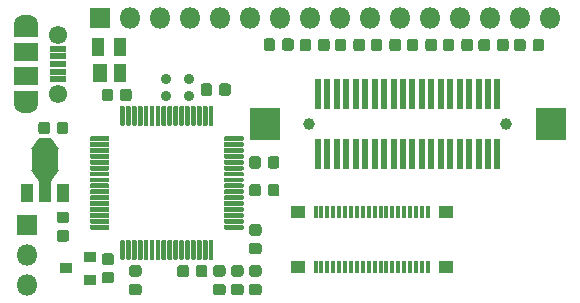
<source format=gbr>
G04 #@! TF.GenerationSoftware,KiCad,Pcbnew,5.1.5*
G04 #@! TF.CreationDate,2020-05-10T02:28:13+02:00*
G04 #@! TF.ProjectId,nucular-keyboard,6e756375-6c61-4722-9d6b-6579626f6172,rev?*
G04 #@! TF.SameCoordinates,Original*
G04 #@! TF.FileFunction,Soldermask,Top*
G04 #@! TF.FilePolarity,Negative*
%FSLAX46Y46*%
G04 Gerber Fmt 4.6, Leading zero omitted, Abs format (unit mm)*
G04 Created by KiCad (PCBNEW 5.1.5) date 2020-05-10 02:28:13*
%MOMM*%
%LPD*%
G04 APERTURE LIST*
%ADD10C,0.900000*%
%ADD11R,1.800000X1.800000*%
%ADD12O,1.800000X1.800000*%
%ADD13C,0.100000*%
%ADD14R,2.000000X1.300000*%
%ADD15O,2.000000X1.300000*%
%ADD16R,2.000000X1.600000*%
%ADD17C,1.550000*%
%ADD18R,1.450000X0.500000*%
%ADD19R,0.400000X1.100000*%
%ADD20R,1.300000X1.100000*%
%ADD21R,0.600000X2.500000*%
%ADD22R,2.600000X2.800000*%
%ADD23C,1.000000*%
%ADD24R,1.100000X1.600000*%
%ADD25R,1.100000X1.900000*%
%ADD26R,2.300000X1.940000*%
%ADD27R,1.000000X0.900000*%
%ADD28R,1.300000X1.500000*%
%ADD29R,1.100000X1.500000*%
G04 APERTURE END LIST*
D10*
X75300000Y-67310000D03*
X75300000Y-65913000D03*
X73300000Y-67310000D03*
X73300000Y-65913000D03*
D11*
X67750000Y-60706000D03*
D12*
X70290000Y-60706000D03*
X72830000Y-60706000D03*
X75370000Y-60706000D03*
X77910000Y-60706000D03*
X80450000Y-60706000D03*
X82990000Y-60706000D03*
X85530000Y-60706000D03*
X88070000Y-60706000D03*
X90610000Y-60706000D03*
X93150000Y-60706000D03*
X95690000Y-60706000D03*
X98230000Y-60706000D03*
X100770000Y-60706000D03*
X103310000Y-60706000D03*
X105850000Y-60706000D03*
D13*
G36*
X97524142Y-62497174D02*
G01*
X97547803Y-62500684D01*
X97571007Y-62506496D01*
X97593529Y-62514554D01*
X97615153Y-62524782D01*
X97635670Y-62537079D01*
X97654883Y-62551329D01*
X97672607Y-62567393D01*
X97688671Y-62585117D01*
X97702921Y-62604330D01*
X97715218Y-62624847D01*
X97725446Y-62646471D01*
X97733504Y-62668993D01*
X97739316Y-62692197D01*
X97742826Y-62715858D01*
X97744000Y-62739750D01*
X97744000Y-63302250D01*
X97742826Y-63326142D01*
X97739316Y-63349803D01*
X97733504Y-63373007D01*
X97725446Y-63395529D01*
X97715218Y-63417153D01*
X97702921Y-63437670D01*
X97688671Y-63456883D01*
X97672607Y-63474607D01*
X97654883Y-63490671D01*
X97635670Y-63504921D01*
X97615153Y-63517218D01*
X97593529Y-63527446D01*
X97571007Y-63535504D01*
X97547803Y-63541316D01*
X97524142Y-63544826D01*
X97500250Y-63546000D01*
X97012750Y-63546000D01*
X96988858Y-63544826D01*
X96965197Y-63541316D01*
X96941993Y-63535504D01*
X96919471Y-63527446D01*
X96897847Y-63517218D01*
X96877330Y-63504921D01*
X96858117Y-63490671D01*
X96840393Y-63474607D01*
X96824329Y-63456883D01*
X96810079Y-63437670D01*
X96797782Y-63417153D01*
X96787554Y-63395529D01*
X96779496Y-63373007D01*
X96773684Y-63349803D01*
X96770174Y-63326142D01*
X96769000Y-63302250D01*
X96769000Y-62739750D01*
X96770174Y-62715858D01*
X96773684Y-62692197D01*
X96779496Y-62668993D01*
X96787554Y-62646471D01*
X96797782Y-62624847D01*
X96810079Y-62604330D01*
X96824329Y-62585117D01*
X96840393Y-62567393D01*
X96858117Y-62551329D01*
X96877330Y-62537079D01*
X96897847Y-62524782D01*
X96919471Y-62514554D01*
X96941993Y-62506496D01*
X96965197Y-62500684D01*
X96988858Y-62497174D01*
X97012750Y-62496000D01*
X97500250Y-62496000D01*
X97524142Y-62497174D01*
G37*
G36*
X99099142Y-62497174D02*
G01*
X99122803Y-62500684D01*
X99146007Y-62506496D01*
X99168529Y-62514554D01*
X99190153Y-62524782D01*
X99210670Y-62537079D01*
X99229883Y-62551329D01*
X99247607Y-62567393D01*
X99263671Y-62585117D01*
X99277921Y-62604330D01*
X99290218Y-62624847D01*
X99300446Y-62646471D01*
X99308504Y-62668993D01*
X99314316Y-62692197D01*
X99317826Y-62715858D01*
X99319000Y-62739750D01*
X99319000Y-63302250D01*
X99317826Y-63326142D01*
X99314316Y-63349803D01*
X99308504Y-63373007D01*
X99300446Y-63395529D01*
X99290218Y-63417153D01*
X99277921Y-63437670D01*
X99263671Y-63456883D01*
X99247607Y-63474607D01*
X99229883Y-63490671D01*
X99210670Y-63504921D01*
X99190153Y-63517218D01*
X99168529Y-63527446D01*
X99146007Y-63535504D01*
X99122803Y-63541316D01*
X99099142Y-63544826D01*
X99075250Y-63546000D01*
X98587750Y-63546000D01*
X98563858Y-63544826D01*
X98540197Y-63541316D01*
X98516993Y-63535504D01*
X98494471Y-63527446D01*
X98472847Y-63517218D01*
X98452330Y-63504921D01*
X98433117Y-63490671D01*
X98415393Y-63474607D01*
X98399329Y-63456883D01*
X98385079Y-63437670D01*
X98372782Y-63417153D01*
X98362554Y-63395529D01*
X98354496Y-63373007D01*
X98348684Y-63349803D01*
X98345174Y-63326142D01*
X98344000Y-63302250D01*
X98344000Y-62739750D01*
X98345174Y-62715858D01*
X98348684Y-62692197D01*
X98354496Y-62668993D01*
X98362554Y-62646471D01*
X98372782Y-62624847D01*
X98385079Y-62604330D01*
X98399329Y-62585117D01*
X98415393Y-62567393D01*
X98433117Y-62551329D01*
X98452330Y-62537079D01*
X98472847Y-62524782D01*
X98494471Y-62514554D01*
X98516993Y-62506496D01*
X98540197Y-62500684D01*
X98563858Y-62497174D01*
X98587750Y-62496000D01*
X99075250Y-62496000D01*
X99099142Y-62497174D01*
G37*
G36*
X102121642Y-62497174D02*
G01*
X102145303Y-62500684D01*
X102168507Y-62506496D01*
X102191029Y-62514554D01*
X102212653Y-62524782D01*
X102233170Y-62537079D01*
X102252383Y-62551329D01*
X102270107Y-62567393D01*
X102286171Y-62585117D01*
X102300421Y-62604330D01*
X102312718Y-62624847D01*
X102322946Y-62646471D01*
X102331004Y-62668993D01*
X102336816Y-62692197D01*
X102340326Y-62715858D01*
X102341500Y-62739750D01*
X102341500Y-63302250D01*
X102340326Y-63326142D01*
X102336816Y-63349803D01*
X102331004Y-63373007D01*
X102322946Y-63395529D01*
X102312718Y-63417153D01*
X102300421Y-63437670D01*
X102286171Y-63456883D01*
X102270107Y-63474607D01*
X102252383Y-63490671D01*
X102233170Y-63504921D01*
X102212653Y-63517218D01*
X102191029Y-63527446D01*
X102168507Y-63535504D01*
X102145303Y-63541316D01*
X102121642Y-63544826D01*
X102097750Y-63546000D01*
X101610250Y-63546000D01*
X101586358Y-63544826D01*
X101562697Y-63541316D01*
X101539493Y-63535504D01*
X101516971Y-63527446D01*
X101495347Y-63517218D01*
X101474830Y-63504921D01*
X101455617Y-63490671D01*
X101437893Y-63474607D01*
X101421829Y-63456883D01*
X101407579Y-63437670D01*
X101395282Y-63417153D01*
X101385054Y-63395529D01*
X101376996Y-63373007D01*
X101371184Y-63349803D01*
X101367674Y-63326142D01*
X101366500Y-63302250D01*
X101366500Y-62739750D01*
X101367674Y-62715858D01*
X101371184Y-62692197D01*
X101376996Y-62668993D01*
X101385054Y-62646471D01*
X101395282Y-62624847D01*
X101407579Y-62604330D01*
X101421829Y-62585117D01*
X101437893Y-62567393D01*
X101455617Y-62551329D01*
X101474830Y-62537079D01*
X101495347Y-62524782D01*
X101516971Y-62514554D01*
X101539493Y-62506496D01*
X101562697Y-62500684D01*
X101586358Y-62497174D01*
X101610250Y-62496000D01*
X102097750Y-62496000D01*
X102121642Y-62497174D01*
G37*
G36*
X100546642Y-62497174D02*
G01*
X100570303Y-62500684D01*
X100593507Y-62506496D01*
X100616029Y-62514554D01*
X100637653Y-62524782D01*
X100658170Y-62537079D01*
X100677383Y-62551329D01*
X100695107Y-62567393D01*
X100711171Y-62585117D01*
X100725421Y-62604330D01*
X100737718Y-62624847D01*
X100747946Y-62646471D01*
X100756004Y-62668993D01*
X100761816Y-62692197D01*
X100765326Y-62715858D01*
X100766500Y-62739750D01*
X100766500Y-63302250D01*
X100765326Y-63326142D01*
X100761816Y-63349803D01*
X100756004Y-63373007D01*
X100747946Y-63395529D01*
X100737718Y-63417153D01*
X100725421Y-63437670D01*
X100711171Y-63456883D01*
X100695107Y-63474607D01*
X100677383Y-63490671D01*
X100658170Y-63504921D01*
X100637653Y-63517218D01*
X100616029Y-63527446D01*
X100593507Y-63535504D01*
X100570303Y-63541316D01*
X100546642Y-63544826D01*
X100522750Y-63546000D01*
X100035250Y-63546000D01*
X100011358Y-63544826D01*
X99987697Y-63541316D01*
X99964493Y-63535504D01*
X99941971Y-63527446D01*
X99920347Y-63517218D01*
X99899830Y-63504921D01*
X99880617Y-63490671D01*
X99862893Y-63474607D01*
X99846829Y-63456883D01*
X99832579Y-63437670D01*
X99820282Y-63417153D01*
X99810054Y-63395529D01*
X99801996Y-63373007D01*
X99796184Y-63349803D01*
X99792674Y-63326142D01*
X99791500Y-63302250D01*
X99791500Y-62739750D01*
X99792674Y-62715858D01*
X99796184Y-62692197D01*
X99801996Y-62668993D01*
X99810054Y-62646471D01*
X99820282Y-62624847D01*
X99832579Y-62604330D01*
X99846829Y-62585117D01*
X99862893Y-62567393D01*
X99880617Y-62551329D01*
X99899830Y-62537079D01*
X99920347Y-62524782D01*
X99941971Y-62514554D01*
X99964493Y-62506496D01*
X99987697Y-62500684D01*
X100011358Y-62497174D01*
X100035250Y-62496000D01*
X100522750Y-62496000D01*
X100546642Y-62497174D01*
G37*
G36*
X96051142Y-62497174D02*
G01*
X96074803Y-62500684D01*
X96098007Y-62506496D01*
X96120529Y-62514554D01*
X96142153Y-62524782D01*
X96162670Y-62537079D01*
X96181883Y-62551329D01*
X96199607Y-62567393D01*
X96215671Y-62585117D01*
X96229921Y-62604330D01*
X96242218Y-62624847D01*
X96252446Y-62646471D01*
X96260504Y-62668993D01*
X96266316Y-62692197D01*
X96269826Y-62715858D01*
X96271000Y-62739750D01*
X96271000Y-63302250D01*
X96269826Y-63326142D01*
X96266316Y-63349803D01*
X96260504Y-63373007D01*
X96252446Y-63395529D01*
X96242218Y-63417153D01*
X96229921Y-63437670D01*
X96215671Y-63456883D01*
X96199607Y-63474607D01*
X96181883Y-63490671D01*
X96162670Y-63504921D01*
X96142153Y-63517218D01*
X96120529Y-63527446D01*
X96098007Y-63535504D01*
X96074803Y-63541316D01*
X96051142Y-63544826D01*
X96027250Y-63546000D01*
X95539750Y-63546000D01*
X95515858Y-63544826D01*
X95492197Y-63541316D01*
X95468993Y-63535504D01*
X95446471Y-63527446D01*
X95424847Y-63517218D01*
X95404330Y-63504921D01*
X95385117Y-63490671D01*
X95367393Y-63474607D01*
X95351329Y-63456883D01*
X95337079Y-63437670D01*
X95324782Y-63417153D01*
X95314554Y-63395529D01*
X95306496Y-63373007D01*
X95300684Y-63349803D01*
X95297174Y-63326142D01*
X95296000Y-63302250D01*
X95296000Y-62739750D01*
X95297174Y-62715858D01*
X95300684Y-62692197D01*
X95306496Y-62668993D01*
X95314554Y-62646471D01*
X95324782Y-62624847D01*
X95337079Y-62604330D01*
X95351329Y-62585117D01*
X95367393Y-62567393D01*
X95385117Y-62551329D01*
X95404330Y-62537079D01*
X95424847Y-62524782D01*
X95446471Y-62514554D01*
X95468993Y-62506496D01*
X95492197Y-62500684D01*
X95515858Y-62497174D01*
X95539750Y-62496000D01*
X96027250Y-62496000D01*
X96051142Y-62497174D01*
G37*
G36*
X94476142Y-62497174D02*
G01*
X94499803Y-62500684D01*
X94523007Y-62506496D01*
X94545529Y-62514554D01*
X94567153Y-62524782D01*
X94587670Y-62537079D01*
X94606883Y-62551329D01*
X94624607Y-62567393D01*
X94640671Y-62585117D01*
X94654921Y-62604330D01*
X94667218Y-62624847D01*
X94677446Y-62646471D01*
X94685504Y-62668993D01*
X94691316Y-62692197D01*
X94694826Y-62715858D01*
X94696000Y-62739750D01*
X94696000Y-63302250D01*
X94694826Y-63326142D01*
X94691316Y-63349803D01*
X94685504Y-63373007D01*
X94677446Y-63395529D01*
X94667218Y-63417153D01*
X94654921Y-63437670D01*
X94640671Y-63456883D01*
X94624607Y-63474607D01*
X94606883Y-63490671D01*
X94587670Y-63504921D01*
X94567153Y-63517218D01*
X94545529Y-63527446D01*
X94523007Y-63535504D01*
X94499803Y-63541316D01*
X94476142Y-63544826D01*
X94452250Y-63546000D01*
X93964750Y-63546000D01*
X93940858Y-63544826D01*
X93917197Y-63541316D01*
X93893993Y-63535504D01*
X93871471Y-63527446D01*
X93849847Y-63517218D01*
X93829330Y-63504921D01*
X93810117Y-63490671D01*
X93792393Y-63474607D01*
X93776329Y-63456883D01*
X93762079Y-63437670D01*
X93749782Y-63417153D01*
X93739554Y-63395529D01*
X93731496Y-63373007D01*
X93725684Y-63349803D01*
X93722174Y-63326142D01*
X93721000Y-63302250D01*
X93721000Y-62739750D01*
X93722174Y-62715858D01*
X93725684Y-62692197D01*
X93731496Y-62668993D01*
X93739554Y-62646471D01*
X93749782Y-62624847D01*
X93762079Y-62604330D01*
X93776329Y-62585117D01*
X93792393Y-62567393D01*
X93810117Y-62551329D01*
X93829330Y-62537079D01*
X93849847Y-62524782D01*
X93871471Y-62514554D01*
X93893993Y-62506496D01*
X93917197Y-62500684D01*
X93940858Y-62497174D01*
X93964750Y-62496000D01*
X94452250Y-62496000D01*
X94476142Y-62497174D01*
G37*
G36*
X103556642Y-62497174D02*
G01*
X103580303Y-62500684D01*
X103603507Y-62506496D01*
X103626029Y-62514554D01*
X103647653Y-62524782D01*
X103668170Y-62537079D01*
X103687383Y-62551329D01*
X103705107Y-62567393D01*
X103721171Y-62585117D01*
X103735421Y-62604330D01*
X103747718Y-62624847D01*
X103757946Y-62646471D01*
X103766004Y-62668993D01*
X103771816Y-62692197D01*
X103775326Y-62715858D01*
X103776500Y-62739750D01*
X103776500Y-63302250D01*
X103775326Y-63326142D01*
X103771816Y-63349803D01*
X103766004Y-63373007D01*
X103757946Y-63395529D01*
X103747718Y-63417153D01*
X103735421Y-63437670D01*
X103721171Y-63456883D01*
X103705107Y-63474607D01*
X103687383Y-63490671D01*
X103668170Y-63504921D01*
X103647653Y-63517218D01*
X103626029Y-63527446D01*
X103603507Y-63535504D01*
X103580303Y-63541316D01*
X103556642Y-63544826D01*
X103532750Y-63546000D01*
X103045250Y-63546000D01*
X103021358Y-63544826D01*
X102997697Y-63541316D01*
X102974493Y-63535504D01*
X102951971Y-63527446D01*
X102930347Y-63517218D01*
X102909830Y-63504921D01*
X102890617Y-63490671D01*
X102872893Y-63474607D01*
X102856829Y-63456883D01*
X102842579Y-63437670D01*
X102830282Y-63417153D01*
X102820054Y-63395529D01*
X102811996Y-63373007D01*
X102806184Y-63349803D01*
X102802674Y-63326142D01*
X102801500Y-63302250D01*
X102801500Y-62739750D01*
X102802674Y-62715858D01*
X102806184Y-62692197D01*
X102811996Y-62668993D01*
X102820054Y-62646471D01*
X102830282Y-62624847D01*
X102842579Y-62604330D01*
X102856829Y-62585117D01*
X102872893Y-62567393D01*
X102890617Y-62551329D01*
X102909830Y-62537079D01*
X102930347Y-62524782D01*
X102951971Y-62514554D01*
X102974493Y-62506496D01*
X102997697Y-62500684D01*
X103021358Y-62497174D01*
X103045250Y-62496000D01*
X103532750Y-62496000D01*
X103556642Y-62497174D01*
G37*
G36*
X105131642Y-62497174D02*
G01*
X105155303Y-62500684D01*
X105178507Y-62506496D01*
X105201029Y-62514554D01*
X105222653Y-62524782D01*
X105243170Y-62537079D01*
X105262383Y-62551329D01*
X105280107Y-62567393D01*
X105296171Y-62585117D01*
X105310421Y-62604330D01*
X105322718Y-62624847D01*
X105332946Y-62646471D01*
X105341004Y-62668993D01*
X105346816Y-62692197D01*
X105350326Y-62715858D01*
X105351500Y-62739750D01*
X105351500Y-63302250D01*
X105350326Y-63326142D01*
X105346816Y-63349803D01*
X105341004Y-63373007D01*
X105332946Y-63395529D01*
X105322718Y-63417153D01*
X105310421Y-63437670D01*
X105296171Y-63456883D01*
X105280107Y-63474607D01*
X105262383Y-63490671D01*
X105243170Y-63504921D01*
X105222653Y-63517218D01*
X105201029Y-63527446D01*
X105178507Y-63535504D01*
X105155303Y-63541316D01*
X105131642Y-63544826D01*
X105107750Y-63546000D01*
X104620250Y-63546000D01*
X104596358Y-63544826D01*
X104572697Y-63541316D01*
X104549493Y-63535504D01*
X104526971Y-63527446D01*
X104505347Y-63517218D01*
X104484830Y-63504921D01*
X104465617Y-63490671D01*
X104447893Y-63474607D01*
X104431829Y-63456883D01*
X104417579Y-63437670D01*
X104405282Y-63417153D01*
X104395054Y-63395529D01*
X104386996Y-63373007D01*
X104381184Y-63349803D01*
X104377674Y-63326142D01*
X104376500Y-63302250D01*
X104376500Y-62739750D01*
X104377674Y-62715858D01*
X104381184Y-62692197D01*
X104386996Y-62668993D01*
X104395054Y-62646471D01*
X104405282Y-62624847D01*
X104417579Y-62604330D01*
X104431829Y-62585117D01*
X104447893Y-62567393D01*
X104465617Y-62551329D01*
X104484830Y-62537079D01*
X104505347Y-62524782D01*
X104526971Y-62514554D01*
X104549493Y-62506496D01*
X104572697Y-62500684D01*
X104596358Y-62497174D01*
X104620250Y-62496000D01*
X105107750Y-62496000D01*
X105131642Y-62497174D01*
G37*
G36*
X85395642Y-62497174D02*
G01*
X85419303Y-62500684D01*
X85442507Y-62506496D01*
X85465029Y-62514554D01*
X85486653Y-62524782D01*
X85507170Y-62537079D01*
X85526383Y-62551329D01*
X85544107Y-62567393D01*
X85560171Y-62585117D01*
X85574421Y-62604330D01*
X85586718Y-62624847D01*
X85596946Y-62646471D01*
X85605004Y-62668993D01*
X85610816Y-62692197D01*
X85614326Y-62715858D01*
X85615500Y-62739750D01*
X85615500Y-63302250D01*
X85614326Y-63326142D01*
X85610816Y-63349803D01*
X85605004Y-63373007D01*
X85596946Y-63395529D01*
X85586718Y-63417153D01*
X85574421Y-63437670D01*
X85560171Y-63456883D01*
X85544107Y-63474607D01*
X85526383Y-63490671D01*
X85507170Y-63504921D01*
X85486653Y-63517218D01*
X85465029Y-63527446D01*
X85442507Y-63535504D01*
X85419303Y-63541316D01*
X85395642Y-63544826D01*
X85371750Y-63546000D01*
X84884250Y-63546000D01*
X84860358Y-63544826D01*
X84836697Y-63541316D01*
X84813493Y-63535504D01*
X84790971Y-63527446D01*
X84769347Y-63517218D01*
X84748830Y-63504921D01*
X84729617Y-63490671D01*
X84711893Y-63474607D01*
X84695829Y-63456883D01*
X84681579Y-63437670D01*
X84669282Y-63417153D01*
X84659054Y-63395529D01*
X84650996Y-63373007D01*
X84645184Y-63349803D01*
X84641674Y-63326142D01*
X84640500Y-63302250D01*
X84640500Y-62739750D01*
X84641674Y-62715858D01*
X84645184Y-62692197D01*
X84650996Y-62668993D01*
X84659054Y-62646471D01*
X84669282Y-62624847D01*
X84681579Y-62604330D01*
X84695829Y-62585117D01*
X84711893Y-62567393D01*
X84729617Y-62551329D01*
X84748830Y-62537079D01*
X84769347Y-62524782D01*
X84790971Y-62514554D01*
X84813493Y-62506496D01*
X84836697Y-62500684D01*
X84860358Y-62497174D01*
X84884250Y-62496000D01*
X85371750Y-62496000D01*
X85395642Y-62497174D01*
G37*
G36*
X86970642Y-62497174D02*
G01*
X86994303Y-62500684D01*
X87017507Y-62506496D01*
X87040029Y-62514554D01*
X87061653Y-62524782D01*
X87082170Y-62537079D01*
X87101383Y-62551329D01*
X87119107Y-62567393D01*
X87135171Y-62585117D01*
X87149421Y-62604330D01*
X87161718Y-62624847D01*
X87171946Y-62646471D01*
X87180004Y-62668993D01*
X87185816Y-62692197D01*
X87189326Y-62715858D01*
X87190500Y-62739750D01*
X87190500Y-63302250D01*
X87189326Y-63326142D01*
X87185816Y-63349803D01*
X87180004Y-63373007D01*
X87171946Y-63395529D01*
X87161718Y-63417153D01*
X87149421Y-63437670D01*
X87135171Y-63456883D01*
X87119107Y-63474607D01*
X87101383Y-63490671D01*
X87082170Y-63504921D01*
X87061653Y-63517218D01*
X87040029Y-63527446D01*
X87017507Y-63535504D01*
X86994303Y-63541316D01*
X86970642Y-63544826D01*
X86946750Y-63546000D01*
X86459250Y-63546000D01*
X86435358Y-63544826D01*
X86411697Y-63541316D01*
X86388493Y-63535504D01*
X86365971Y-63527446D01*
X86344347Y-63517218D01*
X86323830Y-63504921D01*
X86304617Y-63490671D01*
X86286893Y-63474607D01*
X86270829Y-63456883D01*
X86256579Y-63437670D01*
X86244282Y-63417153D01*
X86234054Y-63395529D01*
X86225996Y-63373007D01*
X86220184Y-63349803D01*
X86216674Y-63326142D01*
X86215500Y-63302250D01*
X86215500Y-62739750D01*
X86216674Y-62715858D01*
X86220184Y-62692197D01*
X86225996Y-62668993D01*
X86234054Y-62646471D01*
X86244282Y-62624847D01*
X86256579Y-62604330D01*
X86270829Y-62585117D01*
X86286893Y-62567393D01*
X86304617Y-62551329D01*
X86323830Y-62537079D01*
X86344347Y-62524782D01*
X86365971Y-62514554D01*
X86388493Y-62506496D01*
X86411697Y-62500684D01*
X86435358Y-62497174D01*
X86459250Y-62496000D01*
X86946750Y-62496000D01*
X86970642Y-62497174D01*
G37*
G36*
X89955142Y-62497174D02*
G01*
X89978803Y-62500684D01*
X90002007Y-62506496D01*
X90024529Y-62514554D01*
X90046153Y-62524782D01*
X90066670Y-62537079D01*
X90085883Y-62551329D01*
X90103607Y-62567393D01*
X90119671Y-62585117D01*
X90133921Y-62604330D01*
X90146218Y-62624847D01*
X90156446Y-62646471D01*
X90164504Y-62668993D01*
X90170316Y-62692197D01*
X90173826Y-62715858D01*
X90175000Y-62739750D01*
X90175000Y-63302250D01*
X90173826Y-63326142D01*
X90170316Y-63349803D01*
X90164504Y-63373007D01*
X90156446Y-63395529D01*
X90146218Y-63417153D01*
X90133921Y-63437670D01*
X90119671Y-63456883D01*
X90103607Y-63474607D01*
X90085883Y-63490671D01*
X90066670Y-63504921D01*
X90046153Y-63517218D01*
X90024529Y-63527446D01*
X90002007Y-63535504D01*
X89978803Y-63541316D01*
X89955142Y-63544826D01*
X89931250Y-63546000D01*
X89443750Y-63546000D01*
X89419858Y-63544826D01*
X89396197Y-63541316D01*
X89372993Y-63535504D01*
X89350471Y-63527446D01*
X89328847Y-63517218D01*
X89308330Y-63504921D01*
X89289117Y-63490671D01*
X89271393Y-63474607D01*
X89255329Y-63456883D01*
X89241079Y-63437670D01*
X89228782Y-63417153D01*
X89218554Y-63395529D01*
X89210496Y-63373007D01*
X89204684Y-63349803D01*
X89201174Y-63326142D01*
X89200000Y-63302250D01*
X89200000Y-62739750D01*
X89201174Y-62715858D01*
X89204684Y-62692197D01*
X89210496Y-62668993D01*
X89218554Y-62646471D01*
X89228782Y-62624847D01*
X89241079Y-62604330D01*
X89255329Y-62585117D01*
X89271393Y-62567393D01*
X89289117Y-62551329D01*
X89308330Y-62537079D01*
X89328847Y-62524782D01*
X89350471Y-62514554D01*
X89372993Y-62506496D01*
X89396197Y-62500684D01*
X89419858Y-62497174D01*
X89443750Y-62496000D01*
X89931250Y-62496000D01*
X89955142Y-62497174D01*
G37*
G36*
X88380142Y-62497174D02*
G01*
X88403803Y-62500684D01*
X88427007Y-62506496D01*
X88449529Y-62514554D01*
X88471153Y-62524782D01*
X88491670Y-62537079D01*
X88510883Y-62551329D01*
X88528607Y-62567393D01*
X88544671Y-62585117D01*
X88558921Y-62604330D01*
X88571218Y-62624847D01*
X88581446Y-62646471D01*
X88589504Y-62668993D01*
X88595316Y-62692197D01*
X88598826Y-62715858D01*
X88600000Y-62739750D01*
X88600000Y-63302250D01*
X88598826Y-63326142D01*
X88595316Y-63349803D01*
X88589504Y-63373007D01*
X88581446Y-63395529D01*
X88571218Y-63417153D01*
X88558921Y-63437670D01*
X88544671Y-63456883D01*
X88528607Y-63474607D01*
X88510883Y-63490671D01*
X88491670Y-63504921D01*
X88471153Y-63517218D01*
X88449529Y-63527446D01*
X88427007Y-63535504D01*
X88403803Y-63541316D01*
X88380142Y-63544826D01*
X88356250Y-63546000D01*
X87868750Y-63546000D01*
X87844858Y-63544826D01*
X87821197Y-63541316D01*
X87797993Y-63535504D01*
X87775471Y-63527446D01*
X87753847Y-63517218D01*
X87733330Y-63504921D01*
X87714117Y-63490671D01*
X87696393Y-63474607D01*
X87680329Y-63456883D01*
X87666079Y-63437670D01*
X87653782Y-63417153D01*
X87643554Y-63395529D01*
X87635496Y-63373007D01*
X87629684Y-63349803D01*
X87626174Y-63326142D01*
X87625000Y-63302250D01*
X87625000Y-62739750D01*
X87626174Y-62715858D01*
X87629684Y-62692197D01*
X87635496Y-62668993D01*
X87643554Y-62646471D01*
X87653782Y-62624847D01*
X87666079Y-62604330D01*
X87680329Y-62585117D01*
X87696393Y-62567393D01*
X87714117Y-62551329D01*
X87733330Y-62537079D01*
X87753847Y-62524782D01*
X87775471Y-62514554D01*
X87797993Y-62506496D01*
X87821197Y-62500684D01*
X87844858Y-62497174D01*
X87868750Y-62496000D01*
X88356250Y-62496000D01*
X88380142Y-62497174D01*
G37*
G36*
X91428142Y-62497174D02*
G01*
X91451803Y-62500684D01*
X91475007Y-62506496D01*
X91497529Y-62514554D01*
X91519153Y-62524782D01*
X91539670Y-62537079D01*
X91558883Y-62551329D01*
X91576607Y-62567393D01*
X91592671Y-62585117D01*
X91606921Y-62604330D01*
X91619218Y-62624847D01*
X91629446Y-62646471D01*
X91637504Y-62668993D01*
X91643316Y-62692197D01*
X91646826Y-62715858D01*
X91648000Y-62739750D01*
X91648000Y-63302250D01*
X91646826Y-63326142D01*
X91643316Y-63349803D01*
X91637504Y-63373007D01*
X91629446Y-63395529D01*
X91619218Y-63417153D01*
X91606921Y-63437670D01*
X91592671Y-63456883D01*
X91576607Y-63474607D01*
X91558883Y-63490671D01*
X91539670Y-63504921D01*
X91519153Y-63517218D01*
X91497529Y-63527446D01*
X91475007Y-63535504D01*
X91451803Y-63541316D01*
X91428142Y-63544826D01*
X91404250Y-63546000D01*
X90916750Y-63546000D01*
X90892858Y-63544826D01*
X90869197Y-63541316D01*
X90845993Y-63535504D01*
X90823471Y-63527446D01*
X90801847Y-63517218D01*
X90781330Y-63504921D01*
X90762117Y-63490671D01*
X90744393Y-63474607D01*
X90728329Y-63456883D01*
X90714079Y-63437670D01*
X90701782Y-63417153D01*
X90691554Y-63395529D01*
X90683496Y-63373007D01*
X90677684Y-63349803D01*
X90674174Y-63326142D01*
X90673000Y-63302250D01*
X90673000Y-62739750D01*
X90674174Y-62715858D01*
X90677684Y-62692197D01*
X90683496Y-62668993D01*
X90691554Y-62646471D01*
X90701782Y-62624847D01*
X90714079Y-62604330D01*
X90728329Y-62585117D01*
X90744393Y-62567393D01*
X90762117Y-62551329D01*
X90781330Y-62537079D01*
X90801847Y-62524782D01*
X90823471Y-62514554D01*
X90845993Y-62506496D01*
X90869197Y-62500684D01*
X90892858Y-62497174D01*
X90916750Y-62496000D01*
X91404250Y-62496000D01*
X91428142Y-62497174D01*
G37*
G36*
X93003142Y-62497174D02*
G01*
X93026803Y-62500684D01*
X93050007Y-62506496D01*
X93072529Y-62514554D01*
X93094153Y-62524782D01*
X93114670Y-62537079D01*
X93133883Y-62551329D01*
X93151607Y-62567393D01*
X93167671Y-62585117D01*
X93181921Y-62604330D01*
X93194218Y-62624847D01*
X93204446Y-62646471D01*
X93212504Y-62668993D01*
X93218316Y-62692197D01*
X93221826Y-62715858D01*
X93223000Y-62739750D01*
X93223000Y-63302250D01*
X93221826Y-63326142D01*
X93218316Y-63349803D01*
X93212504Y-63373007D01*
X93204446Y-63395529D01*
X93194218Y-63417153D01*
X93181921Y-63437670D01*
X93167671Y-63456883D01*
X93151607Y-63474607D01*
X93133883Y-63490671D01*
X93114670Y-63504921D01*
X93094153Y-63517218D01*
X93072529Y-63527446D01*
X93050007Y-63535504D01*
X93026803Y-63541316D01*
X93003142Y-63544826D01*
X92979250Y-63546000D01*
X92491750Y-63546000D01*
X92467858Y-63544826D01*
X92444197Y-63541316D01*
X92420993Y-63535504D01*
X92398471Y-63527446D01*
X92376847Y-63517218D01*
X92356330Y-63504921D01*
X92337117Y-63490671D01*
X92319393Y-63474607D01*
X92303329Y-63456883D01*
X92289079Y-63437670D01*
X92276782Y-63417153D01*
X92266554Y-63395529D01*
X92258496Y-63373007D01*
X92252684Y-63349803D01*
X92249174Y-63326142D01*
X92248000Y-63302250D01*
X92248000Y-62739750D01*
X92249174Y-62715858D01*
X92252684Y-62692197D01*
X92258496Y-62668993D01*
X92266554Y-62646471D01*
X92276782Y-62624847D01*
X92289079Y-62604330D01*
X92303329Y-62585117D01*
X92319393Y-62567393D01*
X92337117Y-62551329D01*
X92356330Y-62537079D01*
X92376847Y-62524782D01*
X92398471Y-62514554D01*
X92420993Y-62506496D01*
X92444197Y-62500684D01*
X92467858Y-62497174D01*
X92491750Y-62496000D01*
X92979250Y-62496000D01*
X93003142Y-62497174D01*
G37*
D14*
X61450000Y-61743000D03*
X61450000Y-67543000D03*
D15*
X61450000Y-68143000D03*
X61450000Y-61143000D03*
D16*
X61450000Y-63643000D03*
D17*
X64150000Y-67143000D03*
D18*
X64150000Y-64643000D03*
X64150000Y-65293000D03*
X64150000Y-65943000D03*
X64150000Y-63343000D03*
X64150000Y-63993000D03*
D17*
X64150000Y-62143000D03*
D16*
X61450000Y-65643000D03*
D19*
X95500000Y-81800000D03*
X95500000Y-77200000D03*
X95000000Y-81800000D03*
X95000000Y-77200000D03*
X94500000Y-81800000D03*
X94500000Y-77200000D03*
X94000000Y-81800000D03*
X94000000Y-77200000D03*
X93500000Y-81800000D03*
X93500000Y-77200000D03*
X93000000Y-81800000D03*
X93000000Y-77200000D03*
X92500000Y-81800000D03*
X92500000Y-77200000D03*
X92000000Y-81800000D03*
X92000000Y-77200000D03*
X91500000Y-81800000D03*
X91500000Y-77200000D03*
X91000000Y-81800000D03*
X91000000Y-77200000D03*
X90500000Y-81800000D03*
X90500000Y-77200000D03*
X90000000Y-81800000D03*
X90000000Y-77200000D03*
X89500000Y-81800000D03*
X89500000Y-77200000D03*
X89000000Y-81800000D03*
X89000000Y-77200000D03*
X88500000Y-81800000D03*
X88500000Y-77200000D03*
X88000000Y-81800000D03*
X88000000Y-77200000D03*
X87500000Y-81800000D03*
X87500000Y-77200000D03*
X87000000Y-81800000D03*
X87000000Y-77200000D03*
X86500000Y-81800000D03*
X86500000Y-77200000D03*
X86000000Y-81800000D03*
X86000000Y-77200000D03*
D20*
X97000000Y-81800000D03*
X97000000Y-77200000D03*
X84500000Y-77200000D03*
X84500000Y-81800000D03*
D21*
X101400000Y-72250000D03*
X101400000Y-67150000D03*
X100600000Y-72250000D03*
X100600000Y-67150000D03*
X99800000Y-72250000D03*
X99800000Y-67150000D03*
X99000000Y-72250000D03*
X99000000Y-67150000D03*
X98200000Y-72250000D03*
X98200000Y-67150000D03*
X97400000Y-72250000D03*
X97400000Y-67150000D03*
X96600000Y-72250000D03*
X96600000Y-67150000D03*
X95800000Y-72250000D03*
X95800000Y-67150000D03*
X95000000Y-72250000D03*
X95000000Y-67150000D03*
X94200000Y-72250000D03*
X94200000Y-67150000D03*
X93400000Y-72250000D03*
X93400000Y-67150000D03*
X92600000Y-72250000D03*
X92600000Y-67150000D03*
X91800000Y-72250000D03*
X91800000Y-67150000D03*
X91000000Y-72250000D03*
X91000000Y-67150000D03*
X90200000Y-72250000D03*
X90200000Y-67150000D03*
X89400000Y-72250000D03*
X89400000Y-67150000D03*
X88600000Y-72250000D03*
X88600000Y-67150000D03*
X87800000Y-72250000D03*
X87800000Y-67150000D03*
X87000000Y-72250000D03*
X87000000Y-67150000D03*
X86200000Y-72250000D03*
X86200000Y-67150000D03*
D22*
X105900000Y-69700000D03*
X81700000Y-69700000D03*
D23*
X85450000Y-69700000D03*
X102150000Y-69700000D03*
D13*
G36*
X63280142Y-69516674D02*
G01*
X63303803Y-69520184D01*
X63327007Y-69525996D01*
X63349529Y-69534054D01*
X63371153Y-69544282D01*
X63391670Y-69556579D01*
X63410883Y-69570829D01*
X63428607Y-69586893D01*
X63444671Y-69604617D01*
X63458921Y-69623830D01*
X63471218Y-69644347D01*
X63481446Y-69665971D01*
X63489504Y-69688493D01*
X63495316Y-69711697D01*
X63498826Y-69735358D01*
X63500000Y-69759250D01*
X63500000Y-70321750D01*
X63498826Y-70345642D01*
X63495316Y-70369303D01*
X63489504Y-70392507D01*
X63481446Y-70415029D01*
X63471218Y-70436653D01*
X63458921Y-70457170D01*
X63444671Y-70476383D01*
X63428607Y-70494107D01*
X63410883Y-70510171D01*
X63391670Y-70524421D01*
X63371153Y-70536718D01*
X63349529Y-70546946D01*
X63327007Y-70555004D01*
X63303803Y-70560816D01*
X63280142Y-70564326D01*
X63256250Y-70565500D01*
X62768750Y-70565500D01*
X62744858Y-70564326D01*
X62721197Y-70560816D01*
X62697993Y-70555004D01*
X62675471Y-70546946D01*
X62653847Y-70536718D01*
X62633330Y-70524421D01*
X62614117Y-70510171D01*
X62596393Y-70494107D01*
X62580329Y-70476383D01*
X62566079Y-70457170D01*
X62553782Y-70436653D01*
X62543554Y-70415029D01*
X62535496Y-70392507D01*
X62529684Y-70369303D01*
X62526174Y-70345642D01*
X62525000Y-70321750D01*
X62525000Y-69759250D01*
X62526174Y-69735358D01*
X62529684Y-69711697D01*
X62535496Y-69688493D01*
X62543554Y-69665971D01*
X62553782Y-69644347D01*
X62566079Y-69623830D01*
X62580329Y-69604617D01*
X62596393Y-69586893D01*
X62614117Y-69570829D01*
X62633330Y-69556579D01*
X62653847Y-69544282D01*
X62675471Y-69534054D01*
X62697993Y-69525996D01*
X62721197Y-69520184D01*
X62744858Y-69516674D01*
X62768750Y-69515500D01*
X63256250Y-69515500D01*
X63280142Y-69516674D01*
G37*
G36*
X64855142Y-69516674D02*
G01*
X64878803Y-69520184D01*
X64902007Y-69525996D01*
X64924529Y-69534054D01*
X64946153Y-69544282D01*
X64966670Y-69556579D01*
X64985883Y-69570829D01*
X65003607Y-69586893D01*
X65019671Y-69604617D01*
X65033921Y-69623830D01*
X65046218Y-69644347D01*
X65056446Y-69665971D01*
X65064504Y-69688493D01*
X65070316Y-69711697D01*
X65073826Y-69735358D01*
X65075000Y-69759250D01*
X65075000Y-70321750D01*
X65073826Y-70345642D01*
X65070316Y-70369303D01*
X65064504Y-70392507D01*
X65056446Y-70415029D01*
X65046218Y-70436653D01*
X65033921Y-70457170D01*
X65019671Y-70476383D01*
X65003607Y-70494107D01*
X64985883Y-70510171D01*
X64966670Y-70524421D01*
X64946153Y-70536718D01*
X64924529Y-70546946D01*
X64902007Y-70555004D01*
X64878803Y-70560816D01*
X64855142Y-70564326D01*
X64831250Y-70565500D01*
X64343750Y-70565500D01*
X64319858Y-70564326D01*
X64296197Y-70560816D01*
X64272993Y-70555004D01*
X64250471Y-70546946D01*
X64228847Y-70536718D01*
X64208330Y-70524421D01*
X64189117Y-70510171D01*
X64171393Y-70494107D01*
X64155329Y-70476383D01*
X64141079Y-70457170D01*
X64128782Y-70436653D01*
X64118554Y-70415029D01*
X64110496Y-70392507D01*
X64104684Y-70369303D01*
X64101174Y-70345642D01*
X64100000Y-70321750D01*
X64100000Y-69759250D01*
X64101174Y-69735358D01*
X64104684Y-69711697D01*
X64110496Y-69688493D01*
X64118554Y-69665971D01*
X64128782Y-69644347D01*
X64141079Y-69623830D01*
X64155329Y-69604617D01*
X64171393Y-69586893D01*
X64189117Y-69570829D01*
X64208330Y-69556579D01*
X64228847Y-69544282D01*
X64250471Y-69534054D01*
X64272993Y-69525996D01*
X64296197Y-69520184D01*
X64319858Y-69516674D01*
X64343750Y-69515500D01*
X64831250Y-69515500D01*
X64855142Y-69516674D01*
G37*
G36*
X64905142Y-78701174D02*
G01*
X64928803Y-78704684D01*
X64952007Y-78710496D01*
X64974529Y-78718554D01*
X64996153Y-78728782D01*
X65016670Y-78741079D01*
X65035883Y-78755329D01*
X65053607Y-78771393D01*
X65069671Y-78789117D01*
X65083921Y-78808330D01*
X65096218Y-78828847D01*
X65106446Y-78850471D01*
X65114504Y-78872993D01*
X65120316Y-78896197D01*
X65123826Y-78919858D01*
X65125000Y-78943750D01*
X65125000Y-79431250D01*
X65123826Y-79455142D01*
X65120316Y-79478803D01*
X65114504Y-79502007D01*
X65106446Y-79524529D01*
X65096218Y-79546153D01*
X65083921Y-79566670D01*
X65069671Y-79585883D01*
X65053607Y-79603607D01*
X65035883Y-79619671D01*
X65016670Y-79633921D01*
X64996153Y-79646218D01*
X64974529Y-79656446D01*
X64952007Y-79664504D01*
X64928803Y-79670316D01*
X64905142Y-79673826D01*
X64881250Y-79675000D01*
X64318750Y-79675000D01*
X64294858Y-79673826D01*
X64271197Y-79670316D01*
X64247993Y-79664504D01*
X64225471Y-79656446D01*
X64203847Y-79646218D01*
X64183330Y-79633921D01*
X64164117Y-79619671D01*
X64146393Y-79603607D01*
X64130329Y-79585883D01*
X64116079Y-79566670D01*
X64103782Y-79546153D01*
X64093554Y-79524529D01*
X64085496Y-79502007D01*
X64079684Y-79478803D01*
X64076174Y-79455142D01*
X64075000Y-79431250D01*
X64075000Y-78943750D01*
X64076174Y-78919858D01*
X64079684Y-78896197D01*
X64085496Y-78872993D01*
X64093554Y-78850471D01*
X64103782Y-78828847D01*
X64116079Y-78808330D01*
X64130329Y-78789117D01*
X64146393Y-78771393D01*
X64164117Y-78755329D01*
X64183330Y-78741079D01*
X64203847Y-78728782D01*
X64225471Y-78718554D01*
X64247993Y-78710496D01*
X64271197Y-78704684D01*
X64294858Y-78701174D01*
X64318750Y-78700000D01*
X64881250Y-78700000D01*
X64905142Y-78701174D01*
G37*
G36*
X64905142Y-77126174D02*
G01*
X64928803Y-77129684D01*
X64952007Y-77135496D01*
X64974529Y-77143554D01*
X64996153Y-77153782D01*
X65016670Y-77166079D01*
X65035883Y-77180329D01*
X65053607Y-77196393D01*
X65069671Y-77214117D01*
X65083921Y-77233330D01*
X65096218Y-77253847D01*
X65106446Y-77275471D01*
X65114504Y-77297993D01*
X65120316Y-77321197D01*
X65123826Y-77344858D01*
X65125000Y-77368750D01*
X65125000Y-77856250D01*
X65123826Y-77880142D01*
X65120316Y-77903803D01*
X65114504Y-77927007D01*
X65106446Y-77949529D01*
X65096218Y-77971153D01*
X65083921Y-77991670D01*
X65069671Y-78010883D01*
X65053607Y-78028607D01*
X65035883Y-78044671D01*
X65016670Y-78058921D01*
X64996153Y-78071218D01*
X64974529Y-78081446D01*
X64952007Y-78089504D01*
X64928803Y-78095316D01*
X64905142Y-78098826D01*
X64881250Y-78100000D01*
X64318750Y-78100000D01*
X64294858Y-78098826D01*
X64271197Y-78095316D01*
X64247993Y-78089504D01*
X64225471Y-78081446D01*
X64203847Y-78071218D01*
X64183330Y-78058921D01*
X64164117Y-78044671D01*
X64146393Y-78028607D01*
X64130329Y-78010883D01*
X64116079Y-77991670D01*
X64103782Y-77971153D01*
X64093554Y-77949529D01*
X64085496Y-77927007D01*
X64079684Y-77903803D01*
X64076174Y-77880142D01*
X64075000Y-77856250D01*
X64075000Y-77368750D01*
X64076174Y-77344858D01*
X64079684Y-77321197D01*
X64085496Y-77297993D01*
X64093554Y-77275471D01*
X64103782Y-77253847D01*
X64116079Y-77233330D01*
X64130329Y-77214117D01*
X64146393Y-77196393D01*
X64164117Y-77180329D01*
X64183330Y-77166079D01*
X64203847Y-77153782D01*
X64225471Y-77143554D01*
X64247993Y-77135496D01*
X64271197Y-77129684D01*
X64294858Y-77126174D01*
X64318750Y-77125000D01*
X64881250Y-77125000D01*
X64905142Y-77126174D01*
G37*
G36*
X61903504Y-71848000D02*
G01*
X62574092Y-70898000D01*
X63625908Y-70898000D01*
X64296496Y-71848000D01*
X61903504Y-71848000D01*
G37*
D24*
X61600000Y-75520000D03*
D25*
X63100000Y-75373500D03*
D24*
X64600000Y-75520000D03*
D26*
X63100000Y-72706500D03*
D13*
G36*
X64296033Y-73566200D02*
G01*
X63526033Y-74666200D01*
X62673967Y-74666200D01*
X61903967Y-73566200D01*
X64296033Y-73566200D01*
G37*
D27*
X66880000Y-82880000D03*
X66880000Y-80980000D03*
X64880000Y-81930000D03*
D28*
X67746500Y-65425500D03*
D29*
X69466500Y-65425500D03*
X69466500Y-63225500D03*
X67566500Y-63225500D03*
D13*
G36*
X77259802Y-79550482D02*
G01*
X77269509Y-79551921D01*
X77279028Y-79554306D01*
X77288268Y-79557612D01*
X77297140Y-79561808D01*
X77305557Y-79566853D01*
X77313439Y-79572699D01*
X77320711Y-79579289D01*
X77327301Y-79586561D01*
X77333147Y-79594443D01*
X77338192Y-79602860D01*
X77342388Y-79611732D01*
X77345694Y-79620972D01*
X77348079Y-79630491D01*
X77349518Y-79640198D01*
X77350000Y-79650000D01*
X77350000Y-81100000D01*
X77349518Y-81109802D01*
X77348079Y-81119509D01*
X77345694Y-81129028D01*
X77342388Y-81138268D01*
X77338192Y-81147140D01*
X77333147Y-81155557D01*
X77327301Y-81163439D01*
X77320711Y-81170711D01*
X77313439Y-81177301D01*
X77305557Y-81183147D01*
X77297140Y-81188192D01*
X77288268Y-81192388D01*
X77279028Y-81195694D01*
X77269509Y-81198079D01*
X77259802Y-81199518D01*
X77250000Y-81200000D01*
X77050000Y-81200000D01*
X77040198Y-81199518D01*
X77030491Y-81198079D01*
X77020972Y-81195694D01*
X77011732Y-81192388D01*
X77002860Y-81188192D01*
X76994443Y-81183147D01*
X76986561Y-81177301D01*
X76979289Y-81170711D01*
X76972699Y-81163439D01*
X76966853Y-81155557D01*
X76961808Y-81147140D01*
X76957612Y-81138268D01*
X76954306Y-81129028D01*
X76951921Y-81119509D01*
X76950482Y-81109802D01*
X76950000Y-81100000D01*
X76950000Y-79650000D01*
X76950482Y-79640198D01*
X76951921Y-79630491D01*
X76954306Y-79620972D01*
X76957612Y-79611732D01*
X76961808Y-79602860D01*
X76966853Y-79594443D01*
X76972699Y-79586561D01*
X76979289Y-79579289D01*
X76986561Y-79572699D01*
X76994443Y-79566853D01*
X77002860Y-79561808D01*
X77011732Y-79557612D01*
X77020972Y-79554306D01*
X77030491Y-79551921D01*
X77040198Y-79550482D01*
X77050000Y-79550000D01*
X77250000Y-79550000D01*
X77259802Y-79550482D01*
G37*
G36*
X76759802Y-79550482D02*
G01*
X76769509Y-79551921D01*
X76779028Y-79554306D01*
X76788268Y-79557612D01*
X76797140Y-79561808D01*
X76805557Y-79566853D01*
X76813439Y-79572699D01*
X76820711Y-79579289D01*
X76827301Y-79586561D01*
X76833147Y-79594443D01*
X76838192Y-79602860D01*
X76842388Y-79611732D01*
X76845694Y-79620972D01*
X76848079Y-79630491D01*
X76849518Y-79640198D01*
X76850000Y-79650000D01*
X76850000Y-81100000D01*
X76849518Y-81109802D01*
X76848079Y-81119509D01*
X76845694Y-81129028D01*
X76842388Y-81138268D01*
X76838192Y-81147140D01*
X76833147Y-81155557D01*
X76827301Y-81163439D01*
X76820711Y-81170711D01*
X76813439Y-81177301D01*
X76805557Y-81183147D01*
X76797140Y-81188192D01*
X76788268Y-81192388D01*
X76779028Y-81195694D01*
X76769509Y-81198079D01*
X76759802Y-81199518D01*
X76750000Y-81200000D01*
X76550000Y-81200000D01*
X76540198Y-81199518D01*
X76530491Y-81198079D01*
X76520972Y-81195694D01*
X76511732Y-81192388D01*
X76502860Y-81188192D01*
X76494443Y-81183147D01*
X76486561Y-81177301D01*
X76479289Y-81170711D01*
X76472699Y-81163439D01*
X76466853Y-81155557D01*
X76461808Y-81147140D01*
X76457612Y-81138268D01*
X76454306Y-81129028D01*
X76451921Y-81119509D01*
X76450482Y-81109802D01*
X76450000Y-81100000D01*
X76450000Y-79650000D01*
X76450482Y-79640198D01*
X76451921Y-79630491D01*
X76454306Y-79620972D01*
X76457612Y-79611732D01*
X76461808Y-79602860D01*
X76466853Y-79594443D01*
X76472699Y-79586561D01*
X76479289Y-79579289D01*
X76486561Y-79572699D01*
X76494443Y-79566853D01*
X76502860Y-79561808D01*
X76511732Y-79557612D01*
X76520972Y-79554306D01*
X76530491Y-79551921D01*
X76540198Y-79550482D01*
X76550000Y-79550000D01*
X76750000Y-79550000D01*
X76759802Y-79550482D01*
G37*
G36*
X76259802Y-79550482D02*
G01*
X76269509Y-79551921D01*
X76279028Y-79554306D01*
X76288268Y-79557612D01*
X76297140Y-79561808D01*
X76305557Y-79566853D01*
X76313439Y-79572699D01*
X76320711Y-79579289D01*
X76327301Y-79586561D01*
X76333147Y-79594443D01*
X76338192Y-79602860D01*
X76342388Y-79611732D01*
X76345694Y-79620972D01*
X76348079Y-79630491D01*
X76349518Y-79640198D01*
X76350000Y-79650000D01*
X76350000Y-81100000D01*
X76349518Y-81109802D01*
X76348079Y-81119509D01*
X76345694Y-81129028D01*
X76342388Y-81138268D01*
X76338192Y-81147140D01*
X76333147Y-81155557D01*
X76327301Y-81163439D01*
X76320711Y-81170711D01*
X76313439Y-81177301D01*
X76305557Y-81183147D01*
X76297140Y-81188192D01*
X76288268Y-81192388D01*
X76279028Y-81195694D01*
X76269509Y-81198079D01*
X76259802Y-81199518D01*
X76250000Y-81200000D01*
X76050000Y-81200000D01*
X76040198Y-81199518D01*
X76030491Y-81198079D01*
X76020972Y-81195694D01*
X76011732Y-81192388D01*
X76002860Y-81188192D01*
X75994443Y-81183147D01*
X75986561Y-81177301D01*
X75979289Y-81170711D01*
X75972699Y-81163439D01*
X75966853Y-81155557D01*
X75961808Y-81147140D01*
X75957612Y-81138268D01*
X75954306Y-81129028D01*
X75951921Y-81119509D01*
X75950482Y-81109802D01*
X75950000Y-81100000D01*
X75950000Y-79650000D01*
X75950482Y-79640198D01*
X75951921Y-79630491D01*
X75954306Y-79620972D01*
X75957612Y-79611732D01*
X75961808Y-79602860D01*
X75966853Y-79594443D01*
X75972699Y-79586561D01*
X75979289Y-79579289D01*
X75986561Y-79572699D01*
X75994443Y-79566853D01*
X76002860Y-79561808D01*
X76011732Y-79557612D01*
X76020972Y-79554306D01*
X76030491Y-79551921D01*
X76040198Y-79550482D01*
X76050000Y-79550000D01*
X76250000Y-79550000D01*
X76259802Y-79550482D01*
G37*
G36*
X75759802Y-79550482D02*
G01*
X75769509Y-79551921D01*
X75779028Y-79554306D01*
X75788268Y-79557612D01*
X75797140Y-79561808D01*
X75805557Y-79566853D01*
X75813439Y-79572699D01*
X75820711Y-79579289D01*
X75827301Y-79586561D01*
X75833147Y-79594443D01*
X75838192Y-79602860D01*
X75842388Y-79611732D01*
X75845694Y-79620972D01*
X75848079Y-79630491D01*
X75849518Y-79640198D01*
X75850000Y-79650000D01*
X75850000Y-81100000D01*
X75849518Y-81109802D01*
X75848079Y-81119509D01*
X75845694Y-81129028D01*
X75842388Y-81138268D01*
X75838192Y-81147140D01*
X75833147Y-81155557D01*
X75827301Y-81163439D01*
X75820711Y-81170711D01*
X75813439Y-81177301D01*
X75805557Y-81183147D01*
X75797140Y-81188192D01*
X75788268Y-81192388D01*
X75779028Y-81195694D01*
X75769509Y-81198079D01*
X75759802Y-81199518D01*
X75750000Y-81200000D01*
X75550000Y-81200000D01*
X75540198Y-81199518D01*
X75530491Y-81198079D01*
X75520972Y-81195694D01*
X75511732Y-81192388D01*
X75502860Y-81188192D01*
X75494443Y-81183147D01*
X75486561Y-81177301D01*
X75479289Y-81170711D01*
X75472699Y-81163439D01*
X75466853Y-81155557D01*
X75461808Y-81147140D01*
X75457612Y-81138268D01*
X75454306Y-81129028D01*
X75451921Y-81119509D01*
X75450482Y-81109802D01*
X75450000Y-81100000D01*
X75450000Y-79650000D01*
X75450482Y-79640198D01*
X75451921Y-79630491D01*
X75454306Y-79620972D01*
X75457612Y-79611732D01*
X75461808Y-79602860D01*
X75466853Y-79594443D01*
X75472699Y-79586561D01*
X75479289Y-79579289D01*
X75486561Y-79572699D01*
X75494443Y-79566853D01*
X75502860Y-79561808D01*
X75511732Y-79557612D01*
X75520972Y-79554306D01*
X75530491Y-79551921D01*
X75540198Y-79550482D01*
X75550000Y-79550000D01*
X75750000Y-79550000D01*
X75759802Y-79550482D01*
G37*
G36*
X75259802Y-79550482D02*
G01*
X75269509Y-79551921D01*
X75279028Y-79554306D01*
X75288268Y-79557612D01*
X75297140Y-79561808D01*
X75305557Y-79566853D01*
X75313439Y-79572699D01*
X75320711Y-79579289D01*
X75327301Y-79586561D01*
X75333147Y-79594443D01*
X75338192Y-79602860D01*
X75342388Y-79611732D01*
X75345694Y-79620972D01*
X75348079Y-79630491D01*
X75349518Y-79640198D01*
X75350000Y-79650000D01*
X75350000Y-81100000D01*
X75349518Y-81109802D01*
X75348079Y-81119509D01*
X75345694Y-81129028D01*
X75342388Y-81138268D01*
X75338192Y-81147140D01*
X75333147Y-81155557D01*
X75327301Y-81163439D01*
X75320711Y-81170711D01*
X75313439Y-81177301D01*
X75305557Y-81183147D01*
X75297140Y-81188192D01*
X75288268Y-81192388D01*
X75279028Y-81195694D01*
X75269509Y-81198079D01*
X75259802Y-81199518D01*
X75250000Y-81200000D01*
X75050000Y-81200000D01*
X75040198Y-81199518D01*
X75030491Y-81198079D01*
X75020972Y-81195694D01*
X75011732Y-81192388D01*
X75002860Y-81188192D01*
X74994443Y-81183147D01*
X74986561Y-81177301D01*
X74979289Y-81170711D01*
X74972699Y-81163439D01*
X74966853Y-81155557D01*
X74961808Y-81147140D01*
X74957612Y-81138268D01*
X74954306Y-81129028D01*
X74951921Y-81119509D01*
X74950482Y-81109802D01*
X74950000Y-81100000D01*
X74950000Y-79650000D01*
X74950482Y-79640198D01*
X74951921Y-79630491D01*
X74954306Y-79620972D01*
X74957612Y-79611732D01*
X74961808Y-79602860D01*
X74966853Y-79594443D01*
X74972699Y-79586561D01*
X74979289Y-79579289D01*
X74986561Y-79572699D01*
X74994443Y-79566853D01*
X75002860Y-79561808D01*
X75011732Y-79557612D01*
X75020972Y-79554306D01*
X75030491Y-79551921D01*
X75040198Y-79550482D01*
X75050000Y-79550000D01*
X75250000Y-79550000D01*
X75259802Y-79550482D01*
G37*
G36*
X74759802Y-79550482D02*
G01*
X74769509Y-79551921D01*
X74779028Y-79554306D01*
X74788268Y-79557612D01*
X74797140Y-79561808D01*
X74805557Y-79566853D01*
X74813439Y-79572699D01*
X74820711Y-79579289D01*
X74827301Y-79586561D01*
X74833147Y-79594443D01*
X74838192Y-79602860D01*
X74842388Y-79611732D01*
X74845694Y-79620972D01*
X74848079Y-79630491D01*
X74849518Y-79640198D01*
X74850000Y-79650000D01*
X74850000Y-81100000D01*
X74849518Y-81109802D01*
X74848079Y-81119509D01*
X74845694Y-81129028D01*
X74842388Y-81138268D01*
X74838192Y-81147140D01*
X74833147Y-81155557D01*
X74827301Y-81163439D01*
X74820711Y-81170711D01*
X74813439Y-81177301D01*
X74805557Y-81183147D01*
X74797140Y-81188192D01*
X74788268Y-81192388D01*
X74779028Y-81195694D01*
X74769509Y-81198079D01*
X74759802Y-81199518D01*
X74750000Y-81200000D01*
X74550000Y-81200000D01*
X74540198Y-81199518D01*
X74530491Y-81198079D01*
X74520972Y-81195694D01*
X74511732Y-81192388D01*
X74502860Y-81188192D01*
X74494443Y-81183147D01*
X74486561Y-81177301D01*
X74479289Y-81170711D01*
X74472699Y-81163439D01*
X74466853Y-81155557D01*
X74461808Y-81147140D01*
X74457612Y-81138268D01*
X74454306Y-81129028D01*
X74451921Y-81119509D01*
X74450482Y-81109802D01*
X74450000Y-81100000D01*
X74450000Y-79650000D01*
X74450482Y-79640198D01*
X74451921Y-79630491D01*
X74454306Y-79620972D01*
X74457612Y-79611732D01*
X74461808Y-79602860D01*
X74466853Y-79594443D01*
X74472699Y-79586561D01*
X74479289Y-79579289D01*
X74486561Y-79572699D01*
X74494443Y-79566853D01*
X74502860Y-79561808D01*
X74511732Y-79557612D01*
X74520972Y-79554306D01*
X74530491Y-79551921D01*
X74540198Y-79550482D01*
X74550000Y-79550000D01*
X74750000Y-79550000D01*
X74759802Y-79550482D01*
G37*
G36*
X74259802Y-79550482D02*
G01*
X74269509Y-79551921D01*
X74279028Y-79554306D01*
X74288268Y-79557612D01*
X74297140Y-79561808D01*
X74305557Y-79566853D01*
X74313439Y-79572699D01*
X74320711Y-79579289D01*
X74327301Y-79586561D01*
X74333147Y-79594443D01*
X74338192Y-79602860D01*
X74342388Y-79611732D01*
X74345694Y-79620972D01*
X74348079Y-79630491D01*
X74349518Y-79640198D01*
X74350000Y-79650000D01*
X74350000Y-81100000D01*
X74349518Y-81109802D01*
X74348079Y-81119509D01*
X74345694Y-81129028D01*
X74342388Y-81138268D01*
X74338192Y-81147140D01*
X74333147Y-81155557D01*
X74327301Y-81163439D01*
X74320711Y-81170711D01*
X74313439Y-81177301D01*
X74305557Y-81183147D01*
X74297140Y-81188192D01*
X74288268Y-81192388D01*
X74279028Y-81195694D01*
X74269509Y-81198079D01*
X74259802Y-81199518D01*
X74250000Y-81200000D01*
X74050000Y-81200000D01*
X74040198Y-81199518D01*
X74030491Y-81198079D01*
X74020972Y-81195694D01*
X74011732Y-81192388D01*
X74002860Y-81188192D01*
X73994443Y-81183147D01*
X73986561Y-81177301D01*
X73979289Y-81170711D01*
X73972699Y-81163439D01*
X73966853Y-81155557D01*
X73961808Y-81147140D01*
X73957612Y-81138268D01*
X73954306Y-81129028D01*
X73951921Y-81119509D01*
X73950482Y-81109802D01*
X73950000Y-81100000D01*
X73950000Y-79650000D01*
X73950482Y-79640198D01*
X73951921Y-79630491D01*
X73954306Y-79620972D01*
X73957612Y-79611732D01*
X73961808Y-79602860D01*
X73966853Y-79594443D01*
X73972699Y-79586561D01*
X73979289Y-79579289D01*
X73986561Y-79572699D01*
X73994443Y-79566853D01*
X74002860Y-79561808D01*
X74011732Y-79557612D01*
X74020972Y-79554306D01*
X74030491Y-79551921D01*
X74040198Y-79550482D01*
X74050000Y-79550000D01*
X74250000Y-79550000D01*
X74259802Y-79550482D01*
G37*
G36*
X73759802Y-79550482D02*
G01*
X73769509Y-79551921D01*
X73779028Y-79554306D01*
X73788268Y-79557612D01*
X73797140Y-79561808D01*
X73805557Y-79566853D01*
X73813439Y-79572699D01*
X73820711Y-79579289D01*
X73827301Y-79586561D01*
X73833147Y-79594443D01*
X73838192Y-79602860D01*
X73842388Y-79611732D01*
X73845694Y-79620972D01*
X73848079Y-79630491D01*
X73849518Y-79640198D01*
X73850000Y-79650000D01*
X73850000Y-81100000D01*
X73849518Y-81109802D01*
X73848079Y-81119509D01*
X73845694Y-81129028D01*
X73842388Y-81138268D01*
X73838192Y-81147140D01*
X73833147Y-81155557D01*
X73827301Y-81163439D01*
X73820711Y-81170711D01*
X73813439Y-81177301D01*
X73805557Y-81183147D01*
X73797140Y-81188192D01*
X73788268Y-81192388D01*
X73779028Y-81195694D01*
X73769509Y-81198079D01*
X73759802Y-81199518D01*
X73750000Y-81200000D01*
X73550000Y-81200000D01*
X73540198Y-81199518D01*
X73530491Y-81198079D01*
X73520972Y-81195694D01*
X73511732Y-81192388D01*
X73502860Y-81188192D01*
X73494443Y-81183147D01*
X73486561Y-81177301D01*
X73479289Y-81170711D01*
X73472699Y-81163439D01*
X73466853Y-81155557D01*
X73461808Y-81147140D01*
X73457612Y-81138268D01*
X73454306Y-81129028D01*
X73451921Y-81119509D01*
X73450482Y-81109802D01*
X73450000Y-81100000D01*
X73450000Y-79650000D01*
X73450482Y-79640198D01*
X73451921Y-79630491D01*
X73454306Y-79620972D01*
X73457612Y-79611732D01*
X73461808Y-79602860D01*
X73466853Y-79594443D01*
X73472699Y-79586561D01*
X73479289Y-79579289D01*
X73486561Y-79572699D01*
X73494443Y-79566853D01*
X73502860Y-79561808D01*
X73511732Y-79557612D01*
X73520972Y-79554306D01*
X73530491Y-79551921D01*
X73540198Y-79550482D01*
X73550000Y-79550000D01*
X73750000Y-79550000D01*
X73759802Y-79550482D01*
G37*
G36*
X73259802Y-79550482D02*
G01*
X73269509Y-79551921D01*
X73279028Y-79554306D01*
X73288268Y-79557612D01*
X73297140Y-79561808D01*
X73305557Y-79566853D01*
X73313439Y-79572699D01*
X73320711Y-79579289D01*
X73327301Y-79586561D01*
X73333147Y-79594443D01*
X73338192Y-79602860D01*
X73342388Y-79611732D01*
X73345694Y-79620972D01*
X73348079Y-79630491D01*
X73349518Y-79640198D01*
X73350000Y-79650000D01*
X73350000Y-81100000D01*
X73349518Y-81109802D01*
X73348079Y-81119509D01*
X73345694Y-81129028D01*
X73342388Y-81138268D01*
X73338192Y-81147140D01*
X73333147Y-81155557D01*
X73327301Y-81163439D01*
X73320711Y-81170711D01*
X73313439Y-81177301D01*
X73305557Y-81183147D01*
X73297140Y-81188192D01*
X73288268Y-81192388D01*
X73279028Y-81195694D01*
X73269509Y-81198079D01*
X73259802Y-81199518D01*
X73250000Y-81200000D01*
X73050000Y-81200000D01*
X73040198Y-81199518D01*
X73030491Y-81198079D01*
X73020972Y-81195694D01*
X73011732Y-81192388D01*
X73002860Y-81188192D01*
X72994443Y-81183147D01*
X72986561Y-81177301D01*
X72979289Y-81170711D01*
X72972699Y-81163439D01*
X72966853Y-81155557D01*
X72961808Y-81147140D01*
X72957612Y-81138268D01*
X72954306Y-81129028D01*
X72951921Y-81119509D01*
X72950482Y-81109802D01*
X72950000Y-81100000D01*
X72950000Y-79650000D01*
X72950482Y-79640198D01*
X72951921Y-79630491D01*
X72954306Y-79620972D01*
X72957612Y-79611732D01*
X72961808Y-79602860D01*
X72966853Y-79594443D01*
X72972699Y-79586561D01*
X72979289Y-79579289D01*
X72986561Y-79572699D01*
X72994443Y-79566853D01*
X73002860Y-79561808D01*
X73011732Y-79557612D01*
X73020972Y-79554306D01*
X73030491Y-79551921D01*
X73040198Y-79550482D01*
X73050000Y-79550000D01*
X73250000Y-79550000D01*
X73259802Y-79550482D01*
G37*
G36*
X72759802Y-79550482D02*
G01*
X72769509Y-79551921D01*
X72779028Y-79554306D01*
X72788268Y-79557612D01*
X72797140Y-79561808D01*
X72805557Y-79566853D01*
X72813439Y-79572699D01*
X72820711Y-79579289D01*
X72827301Y-79586561D01*
X72833147Y-79594443D01*
X72838192Y-79602860D01*
X72842388Y-79611732D01*
X72845694Y-79620972D01*
X72848079Y-79630491D01*
X72849518Y-79640198D01*
X72850000Y-79650000D01*
X72850000Y-81100000D01*
X72849518Y-81109802D01*
X72848079Y-81119509D01*
X72845694Y-81129028D01*
X72842388Y-81138268D01*
X72838192Y-81147140D01*
X72833147Y-81155557D01*
X72827301Y-81163439D01*
X72820711Y-81170711D01*
X72813439Y-81177301D01*
X72805557Y-81183147D01*
X72797140Y-81188192D01*
X72788268Y-81192388D01*
X72779028Y-81195694D01*
X72769509Y-81198079D01*
X72759802Y-81199518D01*
X72750000Y-81200000D01*
X72550000Y-81200000D01*
X72540198Y-81199518D01*
X72530491Y-81198079D01*
X72520972Y-81195694D01*
X72511732Y-81192388D01*
X72502860Y-81188192D01*
X72494443Y-81183147D01*
X72486561Y-81177301D01*
X72479289Y-81170711D01*
X72472699Y-81163439D01*
X72466853Y-81155557D01*
X72461808Y-81147140D01*
X72457612Y-81138268D01*
X72454306Y-81129028D01*
X72451921Y-81119509D01*
X72450482Y-81109802D01*
X72450000Y-81100000D01*
X72450000Y-79650000D01*
X72450482Y-79640198D01*
X72451921Y-79630491D01*
X72454306Y-79620972D01*
X72457612Y-79611732D01*
X72461808Y-79602860D01*
X72466853Y-79594443D01*
X72472699Y-79586561D01*
X72479289Y-79579289D01*
X72486561Y-79572699D01*
X72494443Y-79566853D01*
X72502860Y-79561808D01*
X72511732Y-79557612D01*
X72520972Y-79554306D01*
X72530491Y-79551921D01*
X72540198Y-79550482D01*
X72550000Y-79550000D01*
X72750000Y-79550000D01*
X72759802Y-79550482D01*
G37*
G36*
X72259802Y-79550482D02*
G01*
X72269509Y-79551921D01*
X72279028Y-79554306D01*
X72288268Y-79557612D01*
X72297140Y-79561808D01*
X72305557Y-79566853D01*
X72313439Y-79572699D01*
X72320711Y-79579289D01*
X72327301Y-79586561D01*
X72333147Y-79594443D01*
X72338192Y-79602860D01*
X72342388Y-79611732D01*
X72345694Y-79620972D01*
X72348079Y-79630491D01*
X72349518Y-79640198D01*
X72350000Y-79650000D01*
X72350000Y-81100000D01*
X72349518Y-81109802D01*
X72348079Y-81119509D01*
X72345694Y-81129028D01*
X72342388Y-81138268D01*
X72338192Y-81147140D01*
X72333147Y-81155557D01*
X72327301Y-81163439D01*
X72320711Y-81170711D01*
X72313439Y-81177301D01*
X72305557Y-81183147D01*
X72297140Y-81188192D01*
X72288268Y-81192388D01*
X72279028Y-81195694D01*
X72269509Y-81198079D01*
X72259802Y-81199518D01*
X72250000Y-81200000D01*
X72050000Y-81200000D01*
X72040198Y-81199518D01*
X72030491Y-81198079D01*
X72020972Y-81195694D01*
X72011732Y-81192388D01*
X72002860Y-81188192D01*
X71994443Y-81183147D01*
X71986561Y-81177301D01*
X71979289Y-81170711D01*
X71972699Y-81163439D01*
X71966853Y-81155557D01*
X71961808Y-81147140D01*
X71957612Y-81138268D01*
X71954306Y-81129028D01*
X71951921Y-81119509D01*
X71950482Y-81109802D01*
X71950000Y-81100000D01*
X71950000Y-79650000D01*
X71950482Y-79640198D01*
X71951921Y-79630491D01*
X71954306Y-79620972D01*
X71957612Y-79611732D01*
X71961808Y-79602860D01*
X71966853Y-79594443D01*
X71972699Y-79586561D01*
X71979289Y-79579289D01*
X71986561Y-79572699D01*
X71994443Y-79566853D01*
X72002860Y-79561808D01*
X72011732Y-79557612D01*
X72020972Y-79554306D01*
X72030491Y-79551921D01*
X72040198Y-79550482D01*
X72050000Y-79550000D01*
X72250000Y-79550000D01*
X72259802Y-79550482D01*
G37*
G36*
X71759802Y-79550482D02*
G01*
X71769509Y-79551921D01*
X71779028Y-79554306D01*
X71788268Y-79557612D01*
X71797140Y-79561808D01*
X71805557Y-79566853D01*
X71813439Y-79572699D01*
X71820711Y-79579289D01*
X71827301Y-79586561D01*
X71833147Y-79594443D01*
X71838192Y-79602860D01*
X71842388Y-79611732D01*
X71845694Y-79620972D01*
X71848079Y-79630491D01*
X71849518Y-79640198D01*
X71850000Y-79650000D01*
X71850000Y-81100000D01*
X71849518Y-81109802D01*
X71848079Y-81119509D01*
X71845694Y-81129028D01*
X71842388Y-81138268D01*
X71838192Y-81147140D01*
X71833147Y-81155557D01*
X71827301Y-81163439D01*
X71820711Y-81170711D01*
X71813439Y-81177301D01*
X71805557Y-81183147D01*
X71797140Y-81188192D01*
X71788268Y-81192388D01*
X71779028Y-81195694D01*
X71769509Y-81198079D01*
X71759802Y-81199518D01*
X71750000Y-81200000D01*
X71550000Y-81200000D01*
X71540198Y-81199518D01*
X71530491Y-81198079D01*
X71520972Y-81195694D01*
X71511732Y-81192388D01*
X71502860Y-81188192D01*
X71494443Y-81183147D01*
X71486561Y-81177301D01*
X71479289Y-81170711D01*
X71472699Y-81163439D01*
X71466853Y-81155557D01*
X71461808Y-81147140D01*
X71457612Y-81138268D01*
X71454306Y-81129028D01*
X71451921Y-81119509D01*
X71450482Y-81109802D01*
X71450000Y-81100000D01*
X71450000Y-79650000D01*
X71450482Y-79640198D01*
X71451921Y-79630491D01*
X71454306Y-79620972D01*
X71457612Y-79611732D01*
X71461808Y-79602860D01*
X71466853Y-79594443D01*
X71472699Y-79586561D01*
X71479289Y-79579289D01*
X71486561Y-79572699D01*
X71494443Y-79566853D01*
X71502860Y-79561808D01*
X71511732Y-79557612D01*
X71520972Y-79554306D01*
X71530491Y-79551921D01*
X71540198Y-79550482D01*
X71550000Y-79550000D01*
X71750000Y-79550000D01*
X71759802Y-79550482D01*
G37*
G36*
X71259802Y-79550482D02*
G01*
X71269509Y-79551921D01*
X71279028Y-79554306D01*
X71288268Y-79557612D01*
X71297140Y-79561808D01*
X71305557Y-79566853D01*
X71313439Y-79572699D01*
X71320711Y-79579289D01*
X71327301Y-79586561D01*
X71333147Y-79594443D01*
X71338192Y-79602860D01*
X71342388Y-79611732D01*
X71345694Y-79620972D01*
X71348079Y-79630491D01*
X71349518Y-79640198D01*
X71350000Y-79650000D01*
X71350000Y-81100000D01*
X71349518Y-81109802D01*
X71348079Y-81119509D01*
X71345694Y-81129028D01*
X71342388Y-81138268D01*
X71338192Y-81147140D01*
X71333147Y-81155557D01*
X71327301Y-81163439D01*
X71320711Y-81170711D01*
X71313439Y-81177301D01*
X71305557Y-81183147D01*
X71297140Y-81188192D01*
X71288268Y-81192388D01*
X71279028Y-81195694D01*
X71269509Y-81198079D01*
X71259802Y-81199518D01*
X71250000Y-81200000D01*
X71050000Y-81200000D01*
X71040198Y-81199518D01*
X71030491Y-81198079D01*
X71020972Y-81195694D01*
X71011732Y-81192388D01*
X71002860Y-81188192D01*
X70994443Y-81183147D01*
X70986561Y-81177301D01*
X70979289Y-81170711D01*
X70972699Y-81163439D01*
X70966853Y-81155557D01*
X70961808Y-81147140D01*
X70957612Y-81138268D01*
X70954306Y-81129028D01*
X70951921Y-81119509D01*
X70950482Y-81109802D01*
X70950000Y-81100000D01*
X70950000Y-79650000D01*
X70950482Y-79640198D01*
X70951921Y-79630491D01*
X70954306Y-79620972D01*
X70957612Y-79611732D01*
X70961808Y-79602860D01*
X70966853Y-79594443D01*
X70972699Y-79586561D01*
X70979289Y-79579289D01*
X70986561Y-79572699D01*
X70994443Y-79566853D01*
X71002860Y-79561808D01*
X71011732Y-79557612D01*
X71020972Y-79554306D01*
X71030491Y-79551921D01*
X71040198Y-79550482D01*
X71050000Y-79550000D01*
X71250000Y-79550000D01*
X71259802Y-79550482D01*
G37*
G36*
X70759802Y-79550482D02*
G01*
X70769509Y-79551921D01*
X70779028Y-79554306D01*
X70788268Y-79557612D01*
X70797140Y-79561808D01*
X70805557Y-79566853D01*
X70813439Y-79572699D01*
X70820711Y-79579289D01*
X70827301Y-79586561D01*
X70833147Y-79594443D01*
X70838192Y-79602860D01*
X70842388Y-79611732D01*
X70845694Y-79620972D01*
X70848079Y-79630491D01*
X70849518Y-79640198D01*
X70850000Y-79650000D01*
X70850000Y-81100000D01*
X70849518Y-81109802D01*
X70848079Y-81119509D01*
X70845694Y-81129028D01*
X70842388Y-81138268D01*
X70838192Y-81147140D01*
X70833147Y-81155557D01*
X70827301Y-81163439D01*
X70820711Y-81170711D01*
X70813439Y-81177301D01*
X70805557Y-81183147D01*
X70797140Y-81188192D01*
X70788268Y-81192388D01*
X70779028Y-81195694D01*
X70769509Y-81198079D01*
X70759802Y-81199518D01*
X70750000Y-81200000D01*
X70550000Y-81200000D01*
X70540198Y-81199518D01*
X70530491Y-81198079D01*
X70520972Y-81195694D01*
X70511732Y-81192388D01*
X70502860Y-81188192D01*
X70494443Y-81183147D01*
X70486561Y-81177301D01*
X70479289Y-81170711D01*
X70472699Y-81163439D01*
X70466853Y-81155557D01*
X70461808Y-81147140D01*
X70457612Y-81138268D01*
X70454306Y-81129028D01*
X70451921Y-81119509D01*
X70450482Y-81109802D01*
X70450000Y-81100000D01*
X70450000Y-79650000D01*
X70450482Y-79640198D01*
X70451921Y-79630491D01*
X70454306Y-79620972D01*
X70457612Y-79611732D01*
X70461808Y-79602860D01*
X70466853Y-79594443D01*
X70472699Y-79586561D01*
X70479289Y-79579289D01*
X70486561Y-79572699D01*
X70494443Y-79566853D01*
X70502860Y-79561808D01*
X70511732Y-79557612D01*
X70520972Y-79554306D01*
X70530491Y-79551921D01*
X70540198Y-79550482D01*
X70550000Y-79550000D01*
X70750000Y-79550000D01*
X70759802Y-79550482D01*
G37*
G36*
X70259802Y-79550482D02*
G01*
X70269509Y-79551921D01*
X70279028Y-79554306D01*
X70288268Y-79557612D01*
X70297140Y-79561808D01*
X70305557Y-79566853D01*
X70313439Y-79572699D01*
X70320711Y-79579289D01*
X70327301Y-79586561D01*
X70333147Y-79594443D01*
X70338192Y-79602860D01*
X70342388Y-79611732D01*
X70345694Y-79620972D01*
X70348079Y-79630491D01*
X70349518Y-79640198D01*
X70350000Y-79650000D01*
X70350000Y-81100000D01*
X70349518Y-81109802D01*
X70348079Y-81119509D01*
X70345694Y-81129028D01*
X70342388Y-81138268D01*
X70338192Y-81147140D01*
X70333147Y-81155557D01*
X70327301Y-81163439D01*
X70320711Y-81170711D01*
X70313439Y-81177301D01*
X70305557Y-81183147D01*
X70297140Y-81188192D01*
X70288268Y-81192388D01*
X70279028Y-81195694D01*
X70269509Y-81198079D01*
X70259802Y-81199518D01*
X70250000Y-81200000D01*
X70050000Y-81200000D01*
X70040198Y-81199518D01*
X70030491Y-81198079D01*
X70020972Y-81195694D01*
X70011732Y-81192388D01*
X70002860Y-81188192D01*
X69994443Y-81183147D01*
X69986561Y-81177301D01*
X69979289Y-81170711D01*
X69972699Y-81163439D01*
X69966853Y-81155557D01*
X69961808Y-81147140D01*
X69957612Y-81138268D01*
X69954306Y-81129028D01*
X69951921Y-81119509D01*
X69950482Y-81109802D01*
X69950000Y-81100000D01*
X69950000Y-79650000D01*
X69950482Y-79640198D01*
X69951921Y-79630491D01*
X69954306Y-79620972D01*
X69957612Y-79611732D01*
X69961808Y-79602860D01*
X69966853Y-79594443D01*
X69972699Y-79586561D01*
X69979289Y-79579289D01*
X69986561Y-79572699D01*
X69994443Y-79566853D01*
X70002860Y-79561808D01*
X70011732Y-79557612D01*
X70020972Y-79554306D01*
X70030491Y-79551921D01*
X70040198Y-79550482D01*
X70050000Y-79550000D01*
X70250000Y-79550000D01*
X70259802Y-79550482D01*
G37*
G36*
X69759802Y-79550482D02*
G01*
X69769509Y-79551921D01*
X69779028Y-79554306D01*
X69788268Y-79557612D01*
X69797140Y-79561808D01*
X69805557Y-79566853D01*
X69813439Y-79572699D01*
X69820711Y-79579289D01*
X69827301Y-79586561D01*
X69833147Y-79594443D01*
X69838192Y-79602860D01*
X69842388Y-79611732D01*
X69845694Y-79620972D01*
X69848079Y-79630491D01*
X69849518Y-79640198D01*
X69850000Y-79650000D01*
X69850000Y-81100000D01*
X69849518Y-81109802D01*
X69848079Y-81119509D01*
X69845694Y-81129028D01*
X69842388Y-81138268D01*
X69838192Y-81147140D01*
X69833147Y-81155557D01*
X69827301Y-81163439D01*
X69820711Y-81170711D01*
X69813439Y-81177301D01*
X69805557Y-81183147D01*
X69797140Y-81188192D01*
X69788268Y-81192388D01*
X69779028Y-81195694D01*
X69769509Y-81198079D01*
X69759802Y-81199518D01*
X69750000Y-81200000D01*
X69550000Y-81200000D01*
X69540198Y-81199518D01*
X69530491Y-81198079D01*
X69520972Y-81195694D01*
X69511732Y-81192388D01*
X69502860Y-81188192D01*
X69494443Y-81183147D01*
X69486561Y-81177301D01*
X69479289Y-81170711D01*
X69472699Y-81163439D01*
X69466853Y-81155557D01*
X69461808Y-81147140D01*
X69457612Y-81138268D01*
X69454306Y-81129028D01*
X69451921Y-81119509D01*
X69450482Y-81109802D01*
X69450000Y-81100000D01*
X69450000Y-79650000D01*
X69450482Y-79640198D01*
X69451921Y-79630491D01*
X69454306Y-79620972D01*
X69457612Y-79611732D01*
X69461808Y-79602860D01*
X69466853Y-79594443D01*
X69472699Y-79586561D01*
X69479289Y-79579289D01*
X69486561Y-79572699D01*
X69494443Y-79566853D01*
X69502860Y-79561808D01*
X69511732Y-79557612D01*
X69520972Y-79554306D01*
X69530491Y-79551921D01*
X69540198Y-79550482D01*
X69550000Y-79550000D01*
X69750000Y-79550000D01*
X69759802Y-79550482D01*
G37*
G36*
X68459802Y-78250482D02*
G01*
X68469509Y-78251921D01*
X68479028Y-78254306D01*
X68488268Y-78257612D01*
X68497140Y-78261808D01*
X68505557Y-78266853D01*
X68513439Y-78272699D01*
X68520711Y-78279289D01*
X68527301Y-78286561D01*
X68533147Y-78294443D01*
X68538192Y-78302860D01*
X68542388Y-78311732D01*
X68545694Y-78320972D01*
X68548079Y-78330491D01*
X68549518Y-78340198D01*
X68550000Y-78350000D01*
X68550000Y-78550000D01*
X68549518Y-78559802D01*
X68548079Y-78569509D01*
X68545694Y-78579028D01*
X68542388Y-78588268D01*
X68538192Y-78597140D01*
X68533147Y-78605557D01*
X68527301Y-78613439D01*
X68520711Y-78620711D01*
X68513439Y-78627301D01*
X68505557Y-78633147D01*
X68497140Y-78638192D01*
X68488268Y-78642388D01*
X68479028Y-78645694D01*
X68469509Y-78648079D01*
X68459802Y-78649518D01*
X68450000Y-78650000D01*
X67000000Y-78650000D01*
X66990198Y-78649518D01*
X66980491Y-78648079D01*
X66970972Y-78645694D01*
X66961732Y-78642388D01*
X66952860Y-78638192D01*
X66944443Y-78633147D01*
X66936561Y-78627301D01*
X66929289Y-78620711D01*
X66922699Y-78613439D01*
X66916853Y-78605557D01*
X66911808Y-78597140D01*
X66907612Y-78588268D01*
X66904306Y-78579028D01*
X66901921Y-78569509D01*
X66900482Y-78559802D01*
X66900000Y-78550000D01*
X66900000Y-78350000D01*
X66900482Y-78340198D01*
X66901921Y-78330491D01*
X66904306Y-78320972D01*
X66907612Y-78311732D01*
X66911808Y-78302860D01*
X66916853Y-78294443D01*
X66922699Y-78286561D01*
X66929289Y-78279289D01*
X66936561Y-78272699D01*
X66944443Y-78266853D01*
X66952860Y-78261808D01*
X66961732Y-78257612D01*
X66970972Y-78254306D01*
X66980491Y-78251921D01*
X66990198Y-78250482D01*
X67000000Y-78250000D01*
X68450000Y-78250000D01*
X68459802Y-78250482D01*
G37*
G36*
X68459802Y-77750482D02*
G01*
X68469509Y-77751921D01*
X68479028Y-77754306D01*
X68488268Y-77757612D01*
X68497140Y-77761808D01*
X68505557Y-77766853D01*
X68513439Y-77772699D01*
X68520711Y-77779289D01*
X68527301Y-77786561D01*
X68533147Y-77794443D01*
X68538192Y-77802860D01*
X68542388Y-77811732D01*
X68545694Y-77820972D01*
X68548079Y-77830491D01*
X68549518Y-77840198D01*
X68550000Y-77850000D01*
X68550000Y-78050000D01*
X68549518Y-78059802D01*
X68548079Y-78069509D01*
X68545694Y-78079028D01*
X68542388Y-78088268D01*
X68538192Y-78097140D01*
X68533147Y-78105557D01*
X68527301Y-78113439D01*
X68520711Y-78120711D01*
X68513439Y-78127301D01*
X68505557Y-78133147D01*
X68497140Y-78138192D01*
X68488268Y-78142388D01*
X68479028Y-78145694D01*
X68469509Y-78148079D01*
X68459802Y-78149518D01*
X68450000Y-78150000D01*
X67000000Y-78150000D01*
X66990198Y-78149518D01*
X66980491Y-78148079D01*
X66970972Y-78145694D01*
X66961732Y-78142388D01*
X66952860Y-78138192D01*
X66944443Y-78133147D01*
X66936561Y-78127301D01*
X66929289Y-78120711D01*
X66922699Y-78113439D01*
X66916853Y-78105557D01*
X66911808Y-78097140D01*
X66907612Y-78088268D01*
X66904306Y-78079028D01*
X66901921Y-78069509D01*
X66900482Y-78059802D01*
X66900000Y-78050000D01*
X66900000Y-77850000D01*
X66900482Y-77840198D01*
X66901921Y-77830491D01*
X66904306Y-77820972D01*
X66907612Y-77811732D01*
X66911808Y-77802860D01*
X66916853Y-77794443D01*
X66922699Y-77786561D01*
X66929289Y-77779289D01*
X66936561Y-77772699D01*
X66944443Y-77766853D01*
X66952860Y-77761808D01*
X66961732Y-77757612D01*
X66970972Y-77754306D01*
X66980491Y-77751921D01*
X66990198Y-77750482D01*
X67000000Y-77750000D01*
X68450000Y-77750000D01*
X68459802Y-77750482D01*
G37*
G36*
X68459802Y-77250482D02*
G01*
X68469509Y-77251921D01*
X68479028Y-77254306D01*
X68488268Y-77257612D01*
X68497140Y-77261808D01*
X68505557Y-77266853D01*
X68513439Y-77272699D01*
X68520711Y-77279289D01*
X68527301Y-77286561D01*
X68533147Y-77294443D01*
X68538192Y-77302860D01*
X68542388Y-77311732D01*
X68545694Y-77320972D01*
X68548079Y-77330491D01*
X68549518Y-77340198D01*
X68550000Y-77350000D01*
X68550000Y-77550000D01*
X68549518Y-77559802D01*
X68548079Y-77569509D01*
X68545694Y-77579028D01*
X68542388Y-77588268D01*
X68538192Y-77597140D01*
X68533147Y-77605557D01*
X68527301Y-77613439D01*
X68520711Y-77620711D01*
X68513439Y-77627301D01*
X68505557Y-77633147D01*
X68497140Y-77638192D01*
X68488268Y-77642388D01*
X68479028Y-77645694D01*
X68469509Y-77648079D01*
X68459802Y-77649518D01*
X68450000Y-77650000D01*
X67000000Y-77650000D01*
X66990198Y-77649518D01*
X66980491Y-77648079D01*
X66970972Y-77645694D01*
X66961732Y-77642388D01*
X66952860Y-77638192D01*
X66944443Y-77633147D01*
X66936561Y-77627301D01*
X66929289Y-77620711D01*
X66922699Y-77613439D01*
X66916853Y-77605557D01*
X66911808Y-77597140D01*
X66907612Y-77588268D01*
X66904306Y-77579028D01*
X66901921Y-77569509D01*
X66900482Y-77559802D01*
X66900000Y-77550000D01*
X66900000Y-77350000D01*
X66900482Y-77340198D01*
X66901921Y-77330491D01*
X66904306Y-77320972D01*
X66907612Y-77311732D01*
X66911808Y-77302860D01*
X66916853Y-77294443D01*
X66922699Y-77286561D01*
X66929289Y-77279289D01*
X66936561Y-77272699D01*
X66944443Y-77266853D01*
X66952860Y-77261808D01*
X66961732Y-77257612D01*
X66970972Y-77254306D01*
X66980491Y-77251921D01*
X66990198Y-77250482D01*
X67000000Y-77250000D01*
X68450000Y-77250000D01*
X68459802Y-77250482D01*
G37*
G36*
X68459802Y-76750482D02*
G01*
X68469509Y-76751921D01*
X68479028Y-76754306D01*
X68488268Y-76757612D01*
X68497140Y-76761808D01*
X68505557Y-76766853D01*
X68513439Y-76772699D01*
X68520711Y-76779289D01*
X68527301Y-76786561D01*
X68533147Y-76794443D01*
X68538192Y-76802860D01*
X68542388Y-76811732D01*
X68545694Y-76820972D01*
X68548079Y-76830491D01*
X68549518Y-76840198D01*
X68550000Y-76850000D01*
X68550000Y-77050000D01*
X68549518Y-77059802D01*
X68548079Y-77069509D01*
X68545694Y-77079028D01*
X68542388Y-77088268D01*
X68538192Y-77097140D01*
X68533147Y-77105557D01*
X68527301Y-77113439D01*
X68520711Y-77120711D01*
X68513439Y-77127301D01*
X68505557Y-77133147D01*
X68497140Y-77138192D01*
X68488268Y-77142388D01*
X68479028Y-77145694D01*
X68469509Y-77148079D01*
X68459802Y-77149518D01*
X68450000Y-77150000D01*
X67000000Y-77150000D01*
X66990198Y-77149518D01*
X66980491Y-77148079D01*
X66970972Y-77145694D01*
X66961732Y-77142388D01*
X66952860Y-77138192D01*
X66944443Y-77133147D01*
X66936561Y-77127301D01*
X66929289Y-77120711D01*
X66922699Y-77113439D01*
X66916853Y-77105557D01*
X66911808Y-77097140D01*
X66907612Y-77088268D01*
X66904306Y-77079028D01*
X66901921Y-77069509D01*
X66900482Y-77059802D01*
X66900000Y-77050000D01*
X66900000Y-76850000D01*
X66900482Y-76840198D01*
X66901921Y-76830491D01*
X66904306Y-76820972D01*
X66907612Y-76811732D01*
X66911808Y-76802860D01*
X66916853Y-76794443D01*
X66922699Y-76786561D01*
X66929289Y-76779289D01*
X66936561Y-76772699D01*
X66944443Y-76766853D01*
X66952860Y-76761808D01*
X66961732Y-76757612D01*
X66970972Y-76754306D01*
X66980491Y-76751921D01*
X66990198Y-76750482D01*
X67000000Y-76750000D01*
X68450000Y-76750000D01*
X68459802Y-76750482D01*
G37*
G36*
X68459802Y-76250482D02*
G01*
X68469509Y-76251921D01*
X68479028Y-76254306D01*
X68488268Y-76257612D01*
X68497140Y-76261808D01*
X68505557Y-76266853D01*
X68513439Y-76272699D01*
X68520711Y-76279289D01*
X68527301Y-76286561D01*
X68533147Y-76294443D01*
X68538192Y-76302860D01*
X68542388Y-76311732D01*
X68545694Y-76320972D01*
X68548079Y-76330491D01*
X68549518Y-76340198D01*
X68550000Y-76350000D01*
X68550000Y-76550000D01*
X68549518Y-76559802D01*
X68548079Y-76569509D01*
X68545694Y-76579028D01*
X68542388Y-76588268D01*
X68538192Y-76597140D01*
X68533147Y-76605557D01*
X68527301Y-76613439D01*
X68520711Y-76620711D01*
X68513439Y-76627301D01*
X68505557Y-76633147D01*
X68497140Y-76638192D01*
X68488268Y-76642388D01*
X68479028Y-76645694D01*
X68469509Y-76648079D01*
X68459802Y-76649518D01*
X68450000Y-76650000D01*
X67000000Y-76650000D01*
X66990198Y-76649518D01*
X66980491Y-76648079D01*
X66970972Y-76645694D01*
X66961732Y-76642388D01*
X66952860Y-76638192D01*
X66944443Y-76633147D01*
X66936561Y-76627301D01*
X66929289Y-76620711D01*
X66922699Y-76613439D01*
X66916853Y-76605557D01*
X66911808Y-76597140D01*
X66907612Y-76588268D01*
X66904306Y-76579028D01*
X66901921Y-76569509D01*
X66900482Y-76559802D01*
X66900000Y-76550000D01*
X66900000Y-76350000D01*
X66900482Y-76340198D01*
X66901921Y-76330491D01*
X66904306Y-76320972D01*
X66907612Y-76311732D01*
X66911808Y-76302860D01*
X66916853Y-76294443D01*
X66922699Y-76286561D01*
X66929289Y-76279289D01*
X66936561Y-76272699D01*
X66944443Y-76266853D01*
X66952860Y-76261808D01*
X66961732Y-76257612D01*
X66970972Y-76254306D01*
X66980491Y-76251921D01*
X66990198Y-76250482D01*
X67000000Y-76250000D01*
X68450000Y-76250000D01*
X68459802Y-76250482D01*
G37*
G36*
X68459802Y-75750482D02*
G01*
X68469509Y-75751921D01*
X68479028Y-75754306D01*
X68488268Y-75757612D01*
X68497140Y-75761808D01*
X68505557Y-75766853D01*
X68513439Y-75772699D01*
X68520711Y-75779289D01*
X68527301Y-75786561D01*
X68533147Y-75794443D01*
X68538192Y-75802860D01*
X68542388Y-75811732D01*
X68545694Y-75820972D01*
X68548079Y-75830491D01*
X68549518Y-75840198D01*
X68550000Y-75850000D01*
X68550000Y-76050000D01*
X68549518Y-76059802D01*
X68548079Y-76069509D01*
X68545694Y-76079028D01*
X68542388Y-76088268D01*
X68538192Y-76097140D01*
X68533147Y-76105557D01*
X68527301Y-76113439D01*
X68520711Y-76120711D01*
X68513439Y-76127301D01*
X68505557Y-76133147D01*
X68497140Y-76138192D01*
X68488268Y-76142388D01*
X68479028Y-76145694D01*
X68469509Y-76148079D01*
X68459802Y-76149518D01*
X68450000Y-76150000D01*
X67000000Y-76150000D01*
X66990198Y-76149518D01*
X66980491Y-76148079D01*
X66970972Y-76145694D01*
X66961732Y-76142388D01*
X66952860Y-76138192D01*
X66944443Y-76133147D01*
X66936561Y-76127301D01*
X66929289Y-76120711D01*
X66922699Y-76113439D01*
X66916853Y-76105557D01*
X66911808Y-76097140D01*
X66907612Y-76088268D01*
X66904306Y-76079028D01*
X66901921Y-76069509D01*
X66900482Y-76059802D01*
X66900000Y-76050000D01*
X66900000Y-75850000D01*
X66900482Y-75840198D01*
X66901921Y-75830491D01*
X66904306Y-75820972D01*
X66907612Y-75811732D01*
X66911808Y-75802860D01*
X66916853Y-75794443D01*
X66922699Y-75786561D01*
X66929289Y-75779289D01*
X66936561Y-75772699D01*
X66944443Y-75766853D01*
X66952860Y-75761808D01*
X66961732Y-75757612D01*
X66970972Y-75754306D01*
X66980491Y-75751921D01*
X66990198Y-75750482D01*
X67000000Y-75750000D01*
X68450000Y-75750000D01*
X68459802Y-75750482D01*
G37*
G36*
X68459802Y-75250482D02*
G01*
X68469509Y-75251921D01*
X68479028Y-75254306D01*
X68488268Y-75257612D01*
X68497140Y-75261808D01*
X68505557Y-75266853D01*
X68513439Y-75272699D01*
X68520711Y-75279289D01*
X68527301Y-75286561D01*
X68533147Y-75294443D01*
X68538192Y-75302860D01*
X68542388Y-75311732D01*
X68545694Y-75320972D01*
X68548079Y-75330491D01*
X68549518Y-75340198D01*
X68550000Y-75350000D01*
X68550000Y-75550000D01*
X68549518Y-75559802D01*
X68548079Y-75569509D01*
X68545694Y-75579028D01*
X68542388Y-75588268D01*
X68538192Y-75597140D01*
X68533147Y-75605557D01*
X68527301Y-75613439D01*
X68520711Y-75620711D01*
X68513439Y-75627301D01*
X68505557Y-75633147D01*
X68497140Y-75638192D01*
X68488268Y-75642388D01*
X68479028Y-75645694D01*
X68469509Y-75648079D01*
X68459802Y-75649518D01*
X68450000Y-75650000D01*
X67000000Y-75650000D01*
X66990198Y-75649518D01*
X66980491Y-75648079D01*
X66970972Y-75645694D01*
X66961732Y-75642388D01*
X66952860Y-75638192D01*
X66944443Y-75633147D01*
X66936561Y-75627301D01*
X66929289Y-75620711D01*
X66922699Y-75613439D01*
X66916853Y-75605557D01*
X66911808Y-75597140D01*
X66907612Y-75588268D01*
X66904306Y-75579028D01*
X66901921Y-75569509D01*
X66900482Y-75559802D01*
X66900000Y-75550000D01*
X66900000Y-75350000D01*
X66900482Y-75340198D01*
X66901921Y-75330491D01*
X66904306Y-75320972D01*
X66907612Y-75311732D01*
X66911808Y-75302860D01*
X66916853Y-75294443D01*
X66922699Y-75286561D01*
X66929289Y-75279289D01*
X66936561Y-75272699D01*
X66944443Y-75266853D01*
X66952860Y-75261808D01*
X66961732Y-75257612D01*
X66970972Y-75254306D01*
X66980491Y-75251921D01*
X66990198Y-75250482D01*
X67000000Y-75250000D01*
X68450000Y-75250000D01*
X68459802Y-75250482D01*
G37*
G36*
X68459802Y-74750482D02*
G01*
X68469509Y-74751921D01*
X68479028Y-74754306D01*
X68488268Y-74757612D01*
X68497140Y-74761808D01*
X68505557Y-74766853D01*
X68513439Y-74772699D01*
X68520711Y-74779289D01*
X68527301Y-74786561D01*
X68533147Y-74794443D01*
X68538192Y-74802860D01*
X68542388Y-74811732D01*
X68545694Y-74820972D01*
X68548079Y-74830491D01*
X68549518Y-74840198D01*
X68550000Y-74850000D01*
X68550000Y-75050000D01*
X68549518Y-75059802D01*
X68548079Y-75069509D01*
X68545694Y-75079028D01*
X68542388Y-75088268D01*
X68538192Y-75097140D01*
X68533147Y-75105557D01*
X68527301Y-75113439D01*
X68520711Y-75120711D01*
X68513439Y-75127301D01*
X68505557Y-75133147D01*
X68497140Y-75138192D01*
X68488268Y-75142388D01*
X68479028Y-75145694D01*
X68469509Y-75148079D01*
X68459802Y-75149518D01*
X68450000Y-75150000D01*
X67000000Y-75150000D01*
X66990198Y-75149518D01*
X66980491Y-75148079D01*
X66970972Y-75145694D01*
X66961732Y-75142388D01*
X66952860Y-75138192D01*
X66944443Y-75133147D01*
X66936561Y-75127301D01*
X66929289Y-75120711D01*
X66922699Y-75113439D01*
X66916853Y-75105557D01*
X66911808Y-75097140D01*
X66907612Y-75088268D01*
X66904306Y-75079028D01*
X66901921Y-75069509D01*
X66900482Y-75059802D01*
X66900000Y-75050000D01*
X66900000Y-74850000D01*
X66900482Y-74840198D01*
X66901921Y-74830491D01*
X66904306Y-74820972D01*
X66907612Y-74811732D01*
X66911808Y-74802860D01*
X66916853Y-74794443D01*
X66922699Y-74786561D01*
X66929289Y-74779289D01*
X66936561Y-74772699D01*
X66944443Y-74766853D01*
X66952860Y-74761808D01*
X66961732Y-74757612D01*
X66970972Y-74754306D01*
X66980491Y-74751921D01*
X66990198Y-74750482D01*
X67000000Y-74750000D01*
X68450000Y-74750000D01*
X68459802Y-74750482D01*
G37*
G36*
X68459802Y-74250482D02*
G01*
X68469509Y-74251921D01*
X68479028Y-74254306D01*
X68488268Y-74257612D01*
X68497140Y-74261808D01*
X68505557Y-74266853D01*
X68513439Y-74272699D01*
X68520711Y-74279289D01*
X68527301Y-74286561D01*
X68533147Y-74294443D01*
X68538192Y-74302860D01*
X68542388Y-74311732D01*
X68545694Y-74320972D01*
X68548079Y-74330491D01*
X68549518Y-74340198D01*
X68550000Y-74350000D01*
X68550000Y-74550000D01*
X68549518Y-74559802D01*
X68548079Y-74569509D01*
X68545694Y-74579028D01*
X68542388Y-74588268D01*
X68538192Y-74597140D01*
X68533147Y-74605557D01*
X68527301Y-74613439D01*
X68520711Y-74620711D01*
X68513439Y-74627301D01*
X68505557Y-74633147D01*
X68497140Y-74638192D01*
X68488268Y-74642388D01*
X68479028Y-74645694D01*
X68469509Y-74648079D01*
X68459802Y-74649518D01*
X68450000Y-74650000D01*
X67000000Y-74650000D01*
X66990198Y-74649518D01*
X66980491Y-74648079D01*
X66970972Y-74645694D01*
X66961732Y-74642388D01*
X66952860Y-74638192D01*
X66944443Y-74633147D01*
X66936561Y-74627301D01*
X66929289Y-74620711D01*
X66922699Y-74613439D01*
X66916853Y-74605557D01*
X66911808Y-74597140D01*
X66907612Y-74588268D01*
X66904306Y-74579028D01*
X66901921Y-74569509D01*
X66900482Y-74559802D01*
X66900000Y-74550000D01*
X66900000Y-74350000D01*
X66900482Y-74340198D01*
X66901921Y-74330491D01*
X66904306Y-74320972D01*
X66907612Y-74311732D01*
X66911808Y-74302860D01*
X66916853Y-74294443D01*
X66922699Y-74286561D01*
X66929289Y-74279289D01*
X66936561Y-74272699D01*
X66944443Y-74266853D01*
X66952860Y-74261808D01*
X66961732Y-74257612D01*
X66970972Y-74254306D01*
X66980491Y-74251921D01*
X66990198Y-74250482D01*
X67000000Y-74250000D01*
X68450000Y-74250000D01*
X68459802Y-74250482D01*
G37*
G36*
X68459802Y-73750482D02*
G01*
X68469509Y-73751921D01*
X68479028Y-73754306D01*
X68488268Y-73757612D01*
X68497140Y-73761808D01*
X68505557Y-73766853D01*
X68513439Y-73772699D01*
X68520711Y-73779289D01*
X68527301Y-73786561D01*
X68533147Y-73794443D01*
X68538192Y-73802860D01*
X68542388Y-73811732D01*
X68545694Y-73820972D01*
X68548079Y-73830491D01*
X68549518Y-73840198D01*
X68550000Y-73850000D01*
X68550000Y-74050000D01*
X68549518Y-74059802D01*
X68548079Y-74069509D01*
X68545694Y-74079028D01*
X68542388Y-74088268D01*
X68538192Y-74097140D01*
X68533147Y-74105557D01*
X68527301Y-74113439D01*
X68520711Y-74120711D01*
X68513439Y-74127301D01*
X68505557Y-74133147D01*
X68497140Y-74138192D01*
X68488268Y-74142388D01*
X68479028Y-74145694D01*
X68469509Y-74148079D01*
X68459802Y-74149518D01*
X68450000Y-74150000D01*
X67000000Y-74150000D01*
X66990198Y-74149518D01*
X66980491Y-74148079D01*
X66970972Y-74145694D01*
X66961732Y-74142388D01*
X66952860Y-74138192D01*
X66944443Y-74133147D01*
X66936561Y-74127301D01*
X66929289Y-74120711D01*
X66922699Y-74113439D01*
X66916853Y-74105557D01*
X66911808Y-74097140D01*
X66907612Y-74088268D01*
X66904306Y-74079028D01*
X66901921Y-74069509D01*
X66900482Y-74059802D01*
X66900000Y-74050000D01*
X66900000Y-73850000D01*
X66900482Y-73840198D01*
X66901921Y-73830491D01*
X66904306Y-73820972D01*
X66907612Y-73811732D01*
X66911808Y-73802860D01*
X66916853Y-73794443D01*
X66922699Y-73786561D01*
X66929289Y-73779289D01*
X66936561Y-73772699D01*
X66944443Y-73766853D01*
X66952860Y-73761808D01*
X66961732Y-73757612D01*
X66970972Y-73754306D01*
X66980491Y-73751921D01*
X66990198Y-73750482D01*
X67000000Y-73750000D01*
X68450000Y-73750000D01*
X68459802Y-73750482D01*
G37*
G36*
X68459802Y-73250482D02*
G01*
X68469509Y-73251921D01*
X68479028Y-73254306D01*
X68488268Y-73257612D01*
X68497140Y-73261808D01*
X68505557Y-73266853D01*
X68513439Y-73272699D01*
X68520711Y-73279289D01*
X68527301Y-73286561D01*
X68533147Y-73294443D01*
X68538192Y-73302860D01*
X68542388Y-73311732D01*
X68545694Y-73320972D01*
X68548079Y-73330491D01*
X68549518Y-73340198D01*
X68550000Y-73350000D01*
X68550000Y-73550000D01*
X68549518Y-73559802D01*
X68548079Y-73569509D01*
X68545694Y-73579028D01*
X68542388Y-73588268D01*
X68538192Y-73597140D01*
X68533147Y-73605557D01*
X68527301Y-73613439D01*
X68520711Y-73620711D01*
X68513439Y-73627301D01*
X68505557Y-73633147D01*
X68497140Y-73638192D01*
X68488268Y-73642388D01*
X68479028Y-73645694D01*
X68469509Y-73648079D01*
X68459802Y-73649518D01*
X68450000Y-73650000D01*
X67000000Y-73650000D01*
X66990198Y-73649518D01*
X66980491Y-73648079D01*
X66970972Y-73645694D01*
X66961732Y-73642388D01*
X66952860Y-73638192D01*
X66944443Y-73633147D01*
X66936561Y-73627301D01*
X66929289Y-73620711D01*
X66922699Y-73613439D01*
X66916853Y-73605557D01*
X66911808Y-73597140D01*
X66907612Y-73588268D01*
X66904306Y-73579028D01*
X66901921Y-73569509D01*
X66900482Y-73559802D01*
X66900000Y-73550000D01*
X66900000Y-73350000D01*
X66900482Y-73340198D01*
X66901921Y-73330491D01*
X66904306Y-73320972D01*
X66907612Y-73311732D01*
X66911808Y-73302860D01*
X66916853Y-73294443D01*
X66922699Y-73286561D01*
X66929289Y-73279289D01*
X66936561Y-73272699D01*
X66944443Y-73266853D01*
X66952860Y-73261808D01*
X66961732Y-73257612D01*
X66970972Y-73254306D01*
X66980491Y-73251921D01*
X66990198Y-73250482D01*
X67000000Y-73250000D01*
X68450000Y-73250000D01*
X68459802Y-73250482D01*
G37*
G36*
X68459802Y-72750482D02*
G01*
X68469509Y-72751921D01*
X68479028Y-72754306D01*
X68488268Y-72757612D01*
X68497140Y-72761808D01*
X68505557Y-72766853D01*
X68513439Y-72772699D01*
X68520711Y-72779289D01*
X68527301Y-72786561D01*
X68533147Y-72794443D01*
X68538192Y-72802860D01*
X68542388Y-72811732D01*
X68545694Y-72820972D01*
X68548079Y-72830491D01*
X68549518Y-72840198D01*
X68550000Y-72850000D01*
X68550000Y-73050000D01*
X68549518Y-73059802D01*
X68548079Y-73069509D01*
X68545694Y-73079028D01*
X68542388Y-73088268D01*
X68538192Y-73097140D01*
X68533147Y-73105557D01*
X68527301Y-73113439D01*
X68520711Y-73120711D01*
X68513439Y-73127301D01*
X68505557Y-73133147D01*
X68497140Y-73138192D01*
X68488268Y-73142388D01*
X68479028Y-73145694D01*
X68469509Y-73148079D01*
X68459802Y-73149518D01*
X68450000Y-73150000D01*
X67000000Y-73150000D01*
X66990198Y-73149518D01*
X66980491Y-73148079D01*
X66970972Y-73145694D01*
X66961732Y-73142388D01*
X66952860Y-73138192D01*
X66944443Y-73133147D01*
X66936561Y-73127301D01*
X66929289Y-73120711D01*
X66922699Y-73113439D01*
X66916853Y-73105557D01*
X66911808Y-73097140D01*
X66907612Y-73088268D01*
X66904306Y-73079028D01*
X66901921Y-73069509D01*
X66900482Y-73059802D01*
X66900000Y-73050000D01*
X66900000Y-72850000D01*
X66900482Y-72840198D01*
X66901921Y-72830491D01*
X66904306Y-72820972D01*
X66907612Y-72811732D01*
X66911808Y-72802860D01*
X66916853Y-72794443D01*
X66922699Y-72786561D01*
X66929289Y-72779289D01*
X66936561Y-72772699D01*
X66944443Y-72766853D01*
X66952860Y-72761808D01*
X66961732Y-72757612D01*
X66970972Y-72754306D01*
X66980491Y-72751921D01*
X66990198Y-72750482D01*
X67000000Y-72750000D01*
X68450000Y-72750000D01*
X68459802Y-72750482D01*
G37*
G36*
X68459802Y-72250482D02*
G01*
X68469509Y-72251921D01*
X68479028Y-72254306D01*
X68488268Y-72257612D01*
X68497140Y-72261808D01*
X68505557Y-72266853D01*
X68513439Y-72272699D01*
X68520711Y-72279289D01*
X68527301Y-72286561D01*
X68533147Y-72294443D01*
X68538192Y-72302860D01*
X68542388Y-72311732D01*
X68545694Y-72320972D01*
X68548079Y-72330491D01*
X68549518Y-72340198D01*
X68550000Y-72350000D01*
X68550000Y-72550000D01*
X68549518Y-72559802D01*
X68548079Y-72569509D01*
X68545694Y-72579028D01*
X68542388Y-72588268D01*
X68538192Y-72597140D01*
X68533147Y-72605557D01*
X68527301Y-72613439D01*
X68520711Y-72620711D01*
X68513439Y-72627301D01*
X68505557Y-72633147D01*
X68497140Y-72638192D01*
X68488268Y-72642388D01*
X68479028Y-72645694D01*
X68469509Y-72648079D01*
X68459802Y-72649518D01*
X68450000Y-72650000D01*
X67000000Y-72650000D01*
X66990198Y-72649518D01*
X66980491Y-72648079D01*
X66970972Y-72645694D01*
X66961732Y-72642388D01*
X66952860Y-72638192D01*
X66944443Y-72633147D01*
X66936561Y-72627301D01*
X66929289Y-72620711D01*
X66922699Y-72613439D01*
X66916853Y-72605557D01*
X66911808Y-72597140D01*
X66907612Y-72588268D01*
X66904306Y-72579028D01*
X66901921Y-72569509D01*
X66900482Y-72559802D01*
X66900000Y-72550000D01*
X66900000Y-72350000D01*
X66900482Y-72340198D01*
X66901921Y-72330491D01*
X66904306Y-72320972D01*
X66907612Y-72311732D01*
X66911808Y-72302860D01*
X66916853Y-72294443D01*
X66922699Y-72286561D01*
X66929289Y-72279289D01*
X66936561Y-72272699D01*
X66944443Y-72266853D01*
X66952860Y-72261808D01*
X66961732Y-72257612D01*
X66970972Y-72254306D01*
X66980491Y-72251921D01*
X66990198Y-72250482D01*
X67000000Y-72250000D01*
X68450000Y-72250000D01*
X68459802Y-72250482D01*
G37*
G36*
X68459802Y-71750482D02*
G01*
X68469509Y-71751921D01*
X68479028Y-71754306D01*
X68488268Y-71757612D01*
X68497140Y-71761808D01*
X68505557Y-71766853D01*
X68513439Y-71772699D01*
X68520711Y-71779289D01*
X68527301Y-71786561D01*
X68533147Y-71794443D01*
X68538192Y-71802860D01*
X68542388Y-71811732D01*
X68545694Y-71820972D01*
X68548079Y-71830491D01*
X68549518Y-71840198D01*
X68550000Y-71850000D01*
X68550000Y-72050000D01*
X68549518Y-72059802D01*
X68548079Y-72069509D01*
X68545694Y-72079028D01*
X68542388Y-72088268D01*
X68538192Y-72097140D01*
X68533147Y-72105557D01*
X68527301Y-72113439D01*
X68520711Y-72120711D01*
X68513439Y-72127301D01*
X68505557Y-72133147D01*
X68497140Y-72138192D01*
X68488268Y-72142388D01*
X68479028Y-72145694D01*
X68469509Y-72148079D01*
X68459802Y-72149518D01*
X68450000Y-72150000D01*
X67000000Y-72150000D01*
X66990198Y-72149518D01*
X66980491Y-72148079D01*
X66970972Y-72145694D01*
X66961732Y-72142388D01*
X66952860Y-72138192D01*
X66944443Y-72133147D01*
X66936561Y-72127301D01*
X66929289Y-72120711D01*
X66922699Y-72113439D01*
X66916853Y-72105557D01*
X66911808Y-72097140D01*
X66907612Y-72088268D01*
X66904306Y-72079028D01*
X66901921Y-72069509D01*
X66900482Y-72059802D01*
X66900000Y-72050000D01*
X66900000Y-71850000D01*
X66900482Y-71840198D01*
X66901921Y-71830491D01*
X66904306Y-71820972D01*
X66907612Y-71811732D01*
X66911808Y-71802860D01*
X66916853Y-71794443D01*
X66922699Y-71786561D01*
X66929289Y-71779289D01*
X66936561Y-71772699D01*
X66944443Y-71766853D01*
X66952860Y-71761808D01*
X66961732Y-71757612D01*
X66970972Y-71754306D01*
X66980491Y-71751921D01*
X66990198Y-71750482D01*
X67000000Y-71750000D01*
X68450000Y-71750000D01*
X68459802Y-71750482D01*
G37*
G36*
X68459802Y-71250482D02*
G01*
X68469509Y-71251921D01*
X68479028Y-71254306D01*
X68488268Y-71257612D01*
X68497140Y-71261808D01*
X68505557Y-71266853D01*
X68513439Y-71272699D01*
X68520711Y-71279289D01*
X68527301Y-71286561D01*
X68533147Y-71294443D01*
X68538192Y-71302860D01*
X68542388Y-71311732D01*
X68545694Y-71320972D01*
X68548079Y-71330491D01*
X68549518Y-71340198D01*
X68550000Y-71350000D01*
X68550000Y-71550000D01*
X68549518Y-71559802D01*
X68548079Y-71569509D01*
X68545694Y-71579028D01*
X68542388Y-71588268D01*
X68538192Y-71597140D01*
X68533147Y-71605557D01*
X68527301Y-71613439D01*
X68520711Y-71620711D01*
X68513439Y-71627301D01*
X68505557Y-71633147D01*
X68497140Y-71638192D01*
X68488268Y-71642388D01*
X68479028Y-71645694D01*
X68469509Y-71648079D01*
X68459802Y-71649518D01*
X68450000Y-71650000D01*
X67000000Y-71650000D01*
X66990198Y-71649518D01*
X66980491Y-71648079D01*
X66970972Y-71645694D01*
X66961732Y-71642388D01*
X66952860Y-71638192D01*
X66944443Y-71633147D01*
X66936561Y-71627301D01*
X66929289Y-71620711D01*
X66922699Y-71613439D01*
X66916853Y-71605557D01*
X66911808Y-71597140D01*
X66907612Y-71588268D01*
X66904306Y-71579028D01*
X66901921Y-71569509D01*
X66900482Y-71559802D01*
X66900000Y-71550000D01*
X66900000Y-71350000D01*
X66900482Y-71340198D01*
X66901921Y-71330491D01*
X66904306Y-71320972D01*
X66907612Y-71311732D01*
X66911808Y-71302860D01*
X66916853Y-71294443D01*
X66922699Y-71286561D01*
X66929289Y-71279289D01*
X66936561Y-71272699D01*
X66944443Y-71266853D01*
X66952860Y-71261808D01*
X66961732Y-71257612D01*
X66970972Y-71254306D01*
X66980491Y-71251921D01*
X66990198Y-71250482D01*
X67000000Y-71250000D01*
X68450000Y-71250000D01*
X68459802Y-71250482D01*
G37*
G36*
X68459802Y-70750482D02*
G01*
X68469509Y-70751921D01*
X68479028Y-70754306D01*
X68488268Y-70757612D01*
X68497140Y-70761808D01*
X68505557Y-70766853D01*
X68513439Y-70772699D01*
X68520711Y-70779289D01*
X68527301Y-70786561D01*
X68533147Y-70794443D01*
X68538192Y-70802860D01*
X68542388Y-70811732D01*
X68545694Y-70820972D01*
X68548079Y-70830491D01*
X68549518Y-70840198D01*
X68550000Y-70850000D01*
X68550000Y-71050000D01*
X68549518Y-71059802D01*
X68548079Y-71069509D01*
X68545694Y-71079028D01*
X68542388Y-71088268D01*
X68538192Y-71097140D01*
X68533147Y-71105557D01*
X68527301Y-71113439D01*
X68520711Y-71120711D01*
X68513439Y-71127301D01*
X68505557Y-71133147D01*
X68497140Y-71138192D01*
X68488268Y-71142388D01*
X68479028Y-71145694D01*
X68469509Y-71148079D01*
X68459802Y-71149518D01*
X68450000Y-71150000D01*
X67000000Y-71150000D01*
X66990198Y-71149518D01*
X66980491Y-71148079D01*
X66970972Y-71145694D01*
X66961732Y-71142388D01*
X66952860Y-71138192D01*
X66944443Y-71133147D01*
X66936561Y-71127301D01*
X66929289Y-71120711D01*
X66922699Y-71113439D01*
X66916853Y-71105557D01*
X66911808Y-71097140D01*
X66907612Y-71088268D01*
X66904306Y-71079028D01*
X66901921Y-71069509D01*
X66900482Y-71059802D01*
X66900000Y-71050000D01*
X66900000Y-70850000D01*
X66900482Y-70840198D01*
X66901921Y-70830491D01*
X66904306Y-70820972D01*
X66907612Y-70811732D01*
X66911808Y-70802860D01*
X66916853Y-70794443D01*
X66922699Y-70786561D01*
X66929289Y-70779289D01*
X66936561Y-70772699D01*
X66944443Y-70766853D01*
X66952860Y-70761808D01*
X66961732Y-70757612D01*
X66970972Y-70754306D01*
X66980491Y-70751921D01*
X66990198Y-70750482D01*
X67000000Y-70750000D01*
X68450000Y-70750000D01*
X68459802Y-70750482D01*
G37*
G36*
X69759802Y-68200482D02*
G01*
X69769509Y-68201921D01*
X69779028Y-68204306D01*
X69788268Y-68207612D01*
X69797140Y-68211808D01*
X69805557Y-68216853D01*
X69813439Y-68222699D01*
X69820711Y-68229289D01*
X69827301Y-68236561D01*
X69833147Y-68244443D01*
X69838192Y-68252860D01*
X69842388Y-68261732D01*
X69845694Y-68270972D01*
X69848079Y-68280491D01*
X69849518Y-68290198D01*
X69850000Y-68300000D01*
X69850000Y-69750000D01*
X69849518Y-69759802D01*
X69848079Y-69769509D01*
X69845694Y-69779028D01*
X69842388Y-69788268D01*
X69838192Y-69797140D01*
X69833147Y-69805557D01*
X69827301Y-69813439D01*
X69820711Y-69820711D01*
X69813439Y-69827301D01*
X69805557Y-69833147D01*
X69797140Y-69838192D01*
X69788268Y-69842388D01*
X69779028Y-69845694D01*
X69769509Y-69848079D01*
X69759802Y-69849518D01*
X69750000Y-69850000D01*
X69550000Y-69850000D01*
X69540198Y-69849518D01*
X69530491Y-69848079D01*
X69520972Y-69845694D01*
X69511732Y-69842388D01*
X69502860Y-69838192D01*
X69494443Y-69833147D01*
X69486561Y-69827301D01*
X69479289Y-69820711D01*
X69472699Y-69813439D01*
X69466853Y-69805557D01*
X69461808Y-69797140D01*
X69457612Y-69788268D01*
X69454306Y-69779028D01*
X69451921Y-69769509D01*
X69450482Y-69759802D01*
X69450000Y-69750000D01*
X69450000Y-68300000D01*
X69450482Y-68290198D01*
X69451921Y-68280491D01*
X69454306Y-68270972D01*
X69457612Y-68261732D01*
X69461808Y-68252860D01*
X69466853Y-68244443D01*
X69472699Y-68236561D01*
X69479289Y-68229289D01*
X69486561Y-68222699D01*
X69494443Y-68216853D01*
X69502860Y-68211808D01*
X69511732Y-68207612D01*
X69520972Y-68204306D01*
X69530491Y-68201921D01*
X69540198Y-68200482D01*
X69550000Y-68200000D01*
X69750000Y-68200000D01*
X69759802Y-68200482D01*
G37*
G36*
X70259802Y-68200482D02*
G01*
X70269509Y-68201921D01*
X70279028Y-68204306D01*
X70288268Y-68207612D01*
X70297140Y-68211808D01*
X70305557Y-68216853D01*
X70313439Y-68222699D01*
X70320711Y-68229289D01*
X70327301Y-68236561D01*
X70333147Y-68244443D01*
X70338192Y-68252860D01*
X70342388Y-68261732D01*
X70345694Y-68270972D01*
X70348079Y-68280491D01*
X70349518Y-68290198D01*
X70350000Y-68300000D01*
X70350000Y-69750000D01*
X70349518Y-69759802D01*
X70348079Y-69769509D01*
X70345694Y-69779028D01*
X70342388Y-69788268D01*
X70338192Y-69797140D01*
X70333147Y-69805557D01*
X70327301Y-69813439D01*
X70320711Y-69820711D01*
X70313439Y-69827301D01*
X70305557Y-69833147D01*
X70297140Y-69838192D01*
X70288268Y-69842388D01*
X70279028Y-69845694D01*
X70269509Y-69848079D01*
X70259802Y-69849518D01*
X70250000Y-69850000D01*
X70050000Y-69850000D01*
X70040198Y-69849518D01*
X70030491Y-69848079D01*
X70020972Y-69845694D01*
X70011732Y-69842388D01*
X70002860Y-69838192D01*
X69994443Y-69833147D01*
X69986561Y-69827301D01*
X69979289Y-69820711D01*
X69972699Y-69813439D01*
X69966853Y-69805557D01*
X69961808Y-69797140D01*
X69957612Y-69788268D01*
X69954306Y-69779028D01*
X69951921Y-69769509D01*
X69950482Y-69759802D01*
X69950000Y-69750000D01*
X69950000Y-68300000D01*
X69950482Y-68290198D01*
X69951921Y-68280491D01*
X69954306Y-68270972D01*
X69957612Y-68261732D01*
X69961808Y-68252860D01*
X69966853Y-68244443D01*
X69972699Y-68236561D01*
X69979289Y-68229289D01*
X69986561Y-68222699D01*
X69994443Y-68216853D01*
X70002860Y-68211808D01*
X70011732Y-68207612D01*
X70020972Y-68204306D01*
X70030491Y-68201921D01*
X70040198Y-68200482D01*
X70050000Y-68200000D01*
X70250000Y-68200000D01*
X70259802Y-68200482D01*
G37*
G36*
X70759802Y-68200482D02*
G01*
X70769509Y-68201921D01*
X70779028Y-68204306D01*
X70788268Y-68207612D01*
X70797140Y-68211808D01*
X70805557Y-68216853D01*
X70813439Y-68222699D01*
X70820711Y-68229289D01*
X70827301Y-68236561D01*
X70833147Y-68244443D01*
X70838192Y-68252860D01*
X70842388Y-68261732D01*
X70845694Y-68270972D01*
X70848079Y-68280491D01*
X70849518Y-68290198D01*
X70850000Y-68300000D01*
X70850000Y-69750000D01*
X70849518Y-69759802D01*
X70848079Y-69769509D01*
X70845694Y-69779028D01*
X70842388Y-69788268D01*
X70838192Y-69797140D01*
X70833147Y-69805557D01*
X70827301Y-69813439D01*
X70820711Y-69820711D01*
X70813439Y-69827301D01*
X70805557Y-69833147D01*
X70797140Y-69838192D01*
X70788268Y-69842388D01*
X70779028Y-69845694D01*
X70769509Y-69848079D01*
X70759802Y-69849518D01*
X70750000Y-69850000D01*
X70550000Y-69850000D01*
X70540198Y-69849518D01*
X70530491Y-69848079D01*
X70520972Y-69845694D01*
X70511732Y-69842388D01*
X70502860Y-69838192D01*
X70494443Y-69833147D01*
X70486561Y-69827301D01*
X70479289Y-69820711D01*
X70472699Y-69813439D01*
X70466853Y-69805557D01*
X70461808Y-69797140D01*
X70457612Y-69788268D01*
X70454306Y-69779028D01*
X70451921Y-69769509D01*
X70450482Y-69759802D01*
X70450000Y-69750000D01*
X70450000Y-68300000D01*
X70450482Y-68290198D01*
X70451921Y-68280491D01*
X70454306Y-68270972D01*
X70457612Y-68261732D01*
X70461808Y-68252860D01*
X70466853Y-68244443D01*
X70472699Y-68236561D01*
X70479289Y-68229289D01*
X70486561Y-68222699D01*
X70494443Y-68216853D01*
X70502860Y-68211808D01*
X70511732Y-68207612D01*
X70520972Y-68204306D01*
X70530491Y-68201921D01*
X70540198Y-68200482D01*
X70550000Y-68200000D01*
X70750000Y-68200000D01*
X70759802Y-68200482D01*
G37*
G36*
X71259802Y-68200482D02*
G01*
X71269509Y-68201921D01*
X71279028Y-68204306D01*
X71288268Y-68207612D01*
X71297140Y-68211808D01*
X71305557Y-68216853D01*
X71313439Y-68222699D01*
X71320711Y-68229289D01*
X71327301Y-68236561D01*
X71333147Y-68244443D01*
X71338192Y-68252860D01*
X71342388Y-68261732D01*
X71345694Y-68270972D01*
X71348079Y-68280491D01*
X71349518Y-68290198D01*
X71350000Y-68300000D01*
X71350000Y-69750000D01*
X71349518Y-69759802D01*
X71348079Y-69769509D01*
X71345694Y-69779028D01*
X71342388Y-69788268D01*
X71338192Y-69797140D01*
X71333147Y-69805557D01*
X71327301Y-69813439D01*
X71320711Y-69820711D01*
X71313439Y-69827301D01*
X71305557Y-69833147D01*
X71297140Y-69838192D01*
X71288268Y-69842388D01*
X71279028Y-69845694D01*
X71269509Y-69848079D01*
X71259802Y-69849518D01*
X71250000Y-69850000D01*
X71050000Y-69850000D01*
X71040198Y-69849518D01*
X71030491Y-69848079D01*
X71020972Y-69845694D01*
X71011732Y-69842388D01*
X71002860Y-69838192D01*
X70994443Y-69833147D01*
X70986561Y-69827301D01*
X70979289Y-69820711D01*
X70972699Y-69813439D01*
X70966853Y-69805557D01*
X70961808Y-69797140D01*
X70957612Y-69788268D01*
X70954306Y-69779028D01*
X70951921Y-69769509D01*
X70950482Y-69759802D01*
X70950000Y-69750000D01*
X70950000Y-68300000D01*
X70950482Y-68290198D01*
X70951921Y-68280491D01*
X70954306Y-68270972D01*
X70957612Y-68261732D01*
X70961808Y-68252860D01*
X70966853Y-68244443D01*
X70972699Y-68236561D01*
X70979289Y-68229289D01*
X70986561Y-68222699D01*
X70994443Y-68216853D01*
X71002860Y-68211808D01*
X71011732Y-68207612D01*
X71020972Y-68204306D01*
X71030491Y-68201921D01*
X71040198Y-68200482D01*
X71050000Y-68200000D01*
X71250000Y-68200000D01*
X71259802Y-68200482D01*
G37*
G36*
X71759802Y-68200482D02*
G01*
X71769509Y-68201921D01*
X71779028Y-68204306D01*
X71788268Y-68207612D01*
X71797140Y-68211808D01*
X71805557Y-68216853D01*
X71813439Y-68222699D01*
X71820711Y-68229289D01*
X71827301Y-68236561D01*
X71833147Y-68244443D01*
X71838192Y-68252860D01*
X71842388Y-68261732D01*
X71845694Y-68270972D01*
X71848079Y-68280491D01*
X71849518Y-68290198D01*
X71850000Y-68300000D01*
X71850000Y-69750000D01*
X71849518Y-69759802D01*
X71848079Y-69769509D01*
X71845694Y-69779028D01*
X71842388Y-69788268D01*
X71838192Y-69797140D01*
X71833147Y-69805557D01*
X71827301Y-69813439D01*
X71820711Y-69820711D01*
X71813439Y-69827301D01*
X71805557Y-69833147D01*
X71797140Y-69838192D01*
X71788268Y-69842388D01*
X71779028Y-69845694D01*
X71769509Y-69848079D01*
X71759802Y-69849518D01*
X71750000Y-69850000D01*
X71550000Y-69850000D01*
X71540198Y-69849518D01*
X71530491Y-69848079D01*
X71520972Y-69845694D01*
X71511732Y-69842388D01*
X71502860Y-69838192D01*
X71494443Y-69833147D01*
X71486561Y-69827301D01*
X71479289Y-69820711D01*
X71472699Y-69813439D01*
X71466853Y-69805557D01*
X71461808Y-69797140D01*
X71457612Y-69788268D01*
X71454306Y-69779028D01*
X71451921Y-69769509D01*
X71450482Y-69759802D01*
X71450000Y-69750000D01*
X71450000Y-68300000D01*
X71450482Y-68290198D01*
X71451921Y-68280491D01*
X71454306Y-68270972D01*
X71457612Y-68261732D01*
X71461808Y-68252860D01*
X71466853Y-68244443D01*
X71472699Y-68236561D01*
X71479289Y-68229289D01*
X71486561Y-68222699D01*
X71494443Y-68216853D01*
X71502860Y-68211808D01*
X71511732Y-68207612D01*
X71520972Y-68204306D01*
X71530491Y-68201921D01*
X71540198Y-68200482D01*
X71550000Y-68200000D01*
X71750000Y-68200000D01*
X71759802Y-68200482D01*
G37*
G36*
X72259802Y-68200482D02*
G01*
X72269509Y-68201921D01*
X72279028Y-68204306D01*
X72288268Y-68207612D01*
X72297140Y-68211808D01*
X72305557Y-68216853D01*
X72313439Y-68222699D01*
X72320711Y-68229289D01*
X72327301Y-68236561D01*
X72333147Y-68244443D01*
X72338192Y-68252860D01*
X72342388Y-68261732D01*
X72345694Y-68270972D01*
X72348079Y-68280491D01*
X72349518Y-68290198D01*
X72350000Y-68300000D01*
X72350000Y-69750000D01*
X72349518Y-69759802D01*
X72348079Y-69769509D01*
X72345694Y-69779028D01*
X72342388Y-69788268D01*
X72338192Y-69797140D01*
X72333147Y-69805557D01*
X72327301Y-69813439D01*
X72320711Y-69820711D01*
X72313439Y-69827301D01*
X72305557Y-69833147D01*
X72297140Y-69838192D01*
X72288268Y-69842388D01*
X72279028Y-69845694D01*
X72269509Y-69848079D01*
X72259802Y-69849518D01*
X72250000Y-69850000D01*
X72050000Y-69850000D01*
X72040198Y-69849518D01*
X72030491Y-69848079D01*
X72020972Y-69845694D01*
X72011732Y-69842388D01*
X72002860Y-69838192D01*
X71994443Y-69833147D01*
X71986561Y-69827301D01*
X71979289Y-69820711D01*
X71972699Y-69813439D01*
X71966853Y-69805557D01*
X71961808Y-69797140D01*
X71957612Y-69788268D01*
X71954306Y-69779028D01*
X71951921Y-69769509D01*
X71950482Y-69759802D01*
X71950000Y-69750000D01*
X71950000Y-68300000D01*
X71950482Y-68290198D01*
X71951921Y-68280491D01*
X71954306Y-68270972D01*
X71957612Y-68261732D01*
X71961808Y-68252860D01*
X71966853Y-68244443D01*
X71972699Y-68236561D01*
X71979289Y-68229289D01*
X71986561Y-68222699D01*
X71994443Y-68216853D01*
X72002860Y-68211808D01*
X72011732Y-68207612D01*
X72020972Y-68204306D01*
X72030491Y-68201921D01*
X72040198Y-68200482D01*
X72050000Y-68200000D01*
X72250000Y-68200000D01*
X72259802Y-68200482D01*
G37*
G36*
X72759802Y-68200482D02*
G01*
X72769509Y-68201921D01*
X72779028Y-68204306D01*
X72788268Y-68207612D01*
X72797140Y-68211808D01*
X72805557Y-68216853D01*
X72813439Y-68222699D01*
X72820711Y-68229289D01*
X72827301Y-68236561D01*
X72833147Y-68244443D01*
X72838192Y-68252860D01*
X72842388Y-68261732D01*
X72845694Y-68270972D01*
X72848079Y-68280491D01*
X72849518Y-68290198D01*
X72850000Y-68300000D01*
X72850000Y-69750000D01*
X72849518Y-69759802D01*
X72848079Y-69769509D01*
X72845694Y-69779028D01*
X72842388Y-69788268D01*
X72838192Y-69797140D01*
X72833147Y-69805557D01*
X72827301Y-69813439D01*
X72820711Y-69820711D01*
X72813439Y-69827301D01*
X72805557Y-69833147D01*
X72797140Y-69838192D01*
X72788268Y-69842388D01*
X72779028Y-69845694D01*
X72769509Y-69848079D01*
X72759802Y-69849518D01*
X72750000Y-69850000D01*
X72550000Y-69850000D01*
X72540198Y-69849518D01*
X72530491Y-69848079D01*
X72520972Y-69845694D01*
X72511732Y-69842388D01*
X72502860Y-69838192D01*
X72494443Y-69833147D01*
X72486561Y-69827301D01*
X72479289Y-69820711D01*
X72472699Y-69813439D01*
X72466853Y-69805557D01*
X72461808Y-69797140D01*
X72457612Y-69788268D01*
X72454306Y-69779028D01*
X72451921Y-69769509D01*
X72450482Y-69759802D01*
X72450000Y-69750000D01*
X72450000Y-68300000D01*
X72450482Y-68290198D01*
X72451921Y-68280491D01*
X72454306Y-68270972D01*
X72457612Y-68261732D01*
X72461808Y-68252860D01*
X72466853Y-68244443D01*
X72472699Y-68236561D01*
X72479289Y-68229289D01*
X72486561Y-68222699D01*
X72494443Y-68216853D01*
X72502860Y-68211808D01*
X72511732Y-68207612D01*
X72520972Y-68204306D01*
X72530491Y-68201921D01*
X72540198Y-68200482D01*
X72550000Y-68200000D01*
X72750000Y-68200000D01*
X72759802Y-68200482D01*
G37*
G36*
X73259802Y-68200482D02*
G01*
X73269509Y-68201921D01*
X73279028Y-68204306D01*
X73288268Y-68207612D01*
X73297140Y-68211808D01*
X73305557Y-68216853D01*
X73313439Y-68222699D01*
X73320711Y-68229289D01*
X73327301Y-68236561D01*
X73333147Y-68244443D01*
X73338192Y-68252860D01*
X73342388Y-68261732D01*
X73345694Y-68270972D01*
X73348079Y-68280491D01*
X73349518Y-68290198D01*
X73350000Y-68300000D01*
X73350000Y-69750000D01*
X73349518Y-69759802D01*
X73348079Y-69769509D01*
X73345694Y-69779028D01*
X73342388Y-69788268D01*
X73338192Y-69797140D01*
X73333147Y-69805557D01*
X73327301Y-69813439D01*
X73320711Y-69820711D01*
X73313439Y-69827301D01*
X73305557Y-69833147D01*
X73297140Y-69838192D01*
X73288268Y-69842388D01*
X73279028Y-69845694D01*
X73269509Y-69848079D01*
X73259802Y-69849518D01*
X73250000Y-69850000D01*
X73050000Y-69850000D01*
X73040198Y-69849518D01*
X73030491Y-69848079D01*
X73020972Y-69845694D01*
X73011732Y-69842388D01*
X73002860Y-69838192D01*
X72994443Y-69833147D01*
X72986561Y-69827301D01*
X72979289Y-69820711D01*
X72972699Y-69813439D01*
X72966853Y-69805557D01*
X72961808Y-69797140D01*
X72957612Y-69788268D01*
X72954306Y-69779028D01*
X72951921Y-69769509D01*
X72950482Y-69759802D01*
X72950000Y-69750000D01*
X72950000Y-68300000D01*
X72950482Y-68290198D01*
X72951921Y-68280491D01*
X72954306Y-68270972D01*
X72957612Y-68261732D01*
X72961808Y-68252860D01*
X72966853Y-68244443D01*
X72972699Y-68236561D01*
X72979289Y-68229289D01*
X72986561Y-68222699D01*
X72994443Y-68216853D01*
X73002860Y-68211808D01*
X73011732Y-68207612D01*
X73020972Y-68204306D01*
X73030491Y-68201921D01*
X73040198Y-68200482D01*
X73050000Y-68200000D01*
X73250000Y-68200000D01*
X73259802Y-68200482D01*
G37*
G36*
X73759802Y-68200482D02*
G01*
X73769509Y-68201921D01*
X73779028Y-68204306D01*
X73788268Y-68207612D01*
X73797140Y-68211808D01*
X73805557Y-68216853D01*
X73813439Y-68222699D01*
X73820711Y-68229289D01*
X73827301Y-68236561D01*
X73833147Y-68244443D01*
X73838192Y-68252860D01*
X73842388Y-68261732D01*
X73845694Y-68270972D01*
X73848079Y-68280491D01*
X73849518Y-68290198D01*
X73850000Y-68300000D01*
X73850000Y-69750000D01*
X73849518Y-69759802D01*
X73848079Y-69769509D01*
X73845694Y-69779028D01*
X73842388Y-69788268D01*
X73838192Y-69797140D01*
X73833147Y-69805557D01*
X73827301Y-69813439D01*
X73820711Y-69820711D01*
X73813439Y-69827301D01*
X73805557Y-69833147D01*
X73797140Y-69838192D01*
X73788268Y-69842388D01*
X73779028Y-69845694D01*
X73769509Y-69848079D01*
X73759802Y-69849518D01*
X73750000Y-69850000D01*
X73550000Y-69850000D01*
X73540198Y-69849518D01*
X73530491Y-69848079D01*
X73520972Y-69845694D01*
X73511732Y-69842388D01*
X73502860Y-69838192D01*
X73494443Y-69833147D01*
X73486561Y-69827301D01*
X73479289Y-69820711D01*
X73472699Y-69813439D01*
X73466853Y-69805557D01*
X73461808Y-69797140D01*
X73457612Y-69788268D01*
X73454306Y-69779028D01*
X73451921Y-69769509D01*
X73450482Y-69759802D01*
X73450000Y-69750000D01*
X73450000Y-68300000D01*
X73450482Y-68290198D01*
X73451921Y-68280491D01*
X73454306Y-68270972D01*
X73457612Y-68261732D01*
X73461808Y-68252860D01*
X73466853Y-68244443D01*
X73472699Y-68236561D01*
X73479289Y-68229289D01*
X73486561Y-68222699D01*
X73494443Y-68216853D01*
X73502860Y-68211808D01*
X73511732Y-68207612D01*
X73520972Y-68204306D01*
X73530491Y-68201921D01*
X73540198Y-68200482D01*
X73550000Y-68200000D01*
X73750000Y-68200000D01*
X73759802Y-68200482D01*
G37*
G36*
X74259802Y-68200482D02*
G01*
X74269509Y-68201921D01*
X74279028Y-68204306D01*
X74288268Y-68207612D01*
X74297140Y-68211808D01*
X74305557Y-68216853D01*
X74313439Y-68222699D01*
X74320711Y-68229289D01*
X74327301Y-68236561D01*
X74333147Y-68244443D01*
X74338192Y-68252860D01*
X74342388Y-68261732D01*
X74345694Y-68270972D01*
X74348079Y-68280491D01*
X74349518Y-68290198D01*
X74350000Y-68300000D01*
X74350000Y-69750000D01*
X74349518Y-69759802D01*
X74348079Y-69769509D01*
X74345694Y-69779028D01*
X74342388Y-69788268D01*
X74338192Y-69797140D01*
X74333147Y-69805557D01*
X74327301Y-69813439D01*
X74320711Y-69820711D01*
X74313439Y-69827301D01*
X74305557Y-69833147D01*
X74297140Y-69838192D01*
X74288268Y-69842388D01*
X74279028Y-69845694D01*
X74269509Y-69848079D01*
X74259802Y-69849518D01*
X74250000Y-69850000D01*
X74050000Y-69850000D01*
X74040198Y-69849518D01*
X74030491Y-69848079D01*
X74020972Y-69845694D01*
X74011732Y-69842388D01*
X74002860Y-69838192D01*
X73994443Y-69833147D01*
X73986561Y-69827301D01*
X73979289Y-69820711D01*
X73972699Y-69813439D01*
X73966853Y-69805557D01*
X73961808Y-69797140D01*
X73957612Y-69788268D01*
X73954306Y-69779028D01*
X73951921Y-69769509D01*
X73950482Y-69759802D01*
X73950000Y-69750000D01*
X73950000Y-68300000D01*
X73950482Y-68290198D01*
X73951921Y-68280491D01*
X73954306Y-68270972D01*
X73957612Y-68261732D01*
X73961808Y-68252860D01*
X73966853Y-68244443D01*
X73972699Y-68236561D01*
X73979289Y-68229289D01*
X73986561Y-68222699D01*
X73994443Y-68216853D01*
X74002860Y-68211808D01*
X74011732Y-68207612D01*
X74020972Y-68204306D01*
X74030491Y-68201921D01*
X74040198Y-68200482D01*
X74050000Y-68200000D01*
X74250000Y-68200000D01*
X74259802Y-68200482D01*
G37*
G36*
X74759802Y-68200482D02*
G01*
X74769509Y-68201921D01*
X74779028Y-68204306D01*
X74788268Y-68207612D01*
X74797140Y-68211808D01*
X74805557Y-68216853D01*
X74813439Y-68222699D01*
X74820711Y-68229289D01*
X74827301Y-68236561D01*
X74833147Y-68244443D01*
X74838192Y-68252860D01*
X74842388Y-68261732D01*
X74845694Y-68270972D01*
X74848079Y-68280491D01*
X74849518Y-68290198D01*
X74850000Y-68300000D01*
X74850000Y-69750000D01*
X74849518Y-69759802D01*
X74848079Y-69769509D01*
X74845694Y-69779028D01*
X74842388Y-69788268D01*
X74838192Y-69797140D01*
X74833147Y-69805557D01*
X74827301Y-69813439D01*
X74820711Y-69820711D01*
X74813439Y-69827301D01*
X74805557Y-69833147D01*
X74797140Y-69838192D01*
X74788268Y-69842388D01*
X74779028Y-69845694D01*
X74769509Y-69848079D01*
X74759802Y-69849518D01*
X74750000Y-69850000D01*
X74550000Y-69850000D01*
X74540198Y-69849518D01*
X74530491Y-69848079D01*
X74520972Y-69845694D01*
X74511732Y-69842388D01*
X74502860Y-69838192D01*
X74494443Y-69833147D01*
X74486561Y-69827301D01*
X74479289Y-69820711D01*
X74472699Y-69813439D01*
X74466853Y-69805557D01*
X74461808Y-69797140D01*
X74457612Y-69788268D01*
X74454306Y-69779028D01*
X74451921Y-69769509D01*
X74450482Y-69759802D01*
X74450000Y-69750000D01*
X74450000Y-68300000D01*
X74450482Y-68290198D01*
X74451921Y-68280491D01*
X74454306Y-68270972D01*
X74457612Y-68261732D01*
X74461808Y-68252860D01*
X74466853Y-68244443D01*
X74472699Y-68236561D01*
X74479289Y-68229289D01*
X74486561Y-68222699D01*
X74494443Y-68216853D01*
X74502860Y-68211808D01*
X74511732Y-68207612D01*
X74520972Y-68204306D01*
X74530491Y-68201921D01*
X74540198Y-68200482D01*
X74550000Y-68200000D01*
X74750000Y-68200000D01*
X74759802Y-68200482D01*
G37*
G36*
X75259802Y-68200482D02*
G01*
X75269509Y-68201921D01*
X75279028Y-68204306D01*
X75288268Y-68207612D01*
X75297140Y-68211808D01*
X75305557Y-68216853D01*
X75313439Y-68222699D01*
X75320711Y-68229289D01*
X75327301Y-68236561D01*
X75333147Y-68244443D01*
X75338192Y-68252860D01*
X75342388Y-68261732D01*
X75345694Y-68270972D01*
X75348079Y-68280491D01*
X75349518Y-68290198D01*
X75350000Y-68300000D01*
X75350000Y-69750000D01*
X75349518Y-69759802D01*
X75348079Y-69769509D01*
X75345694Y-69779028D01*
X75342388Y-69788268D01*
X75338192Y-69797140D01*
X75333147Y-69805557D01*
X75327301Y-69813439D01*
X75320711Y-69820711D01*
X75313439Y-69827301D01*
X75305557Y-69833147D01*
X75297140Y-69838192D01*
X75288268Y-69842388D01*
X75279028Y-69845694D01*
X75269509Y-69848079D01*
X75259802Y-69849518D01*
X75250000Y-69850000D01*
X75050000Y-69850000D01*
X75040198Y-69849518D01*
X75030491Y-69848079D01*
X75020972Y-69845694D01*
X75011732Y-69842388D01*
X75002860Y-69838192D01*
X74994443Y-69833147D01*
X74986561Y-69827301D01*
X74979289Y-69820711D01*
X74972699Y-69813439D01*
X74966853Y-69805557D01*
X74961808Y-69797140D01*
X74957612Y-69788268D01*
X74954306Y-69779028D01*
X74951921Y-69769509D01*
X74950482Y-69759802D01*
X74950000Y-69750000D01*
X74950000Y-68300000D01*
X74950482Y-68290198D01*
X74951921Y-68280491D01*
X74954306Y-68270972D01*
X74957612Y-68261732D01*
X74961808Y-68252860D01*
X74966853Y-68244443D01*
X74972699Y-68236561D01*
X74979289Y-68229289D01*
X74986561Y-68222699D01*
X74994443Y-68216853D01*
X75002860Y-68211808D01*
X75011732Y-68207612D01*
X75020972Y-68204306D01*
X75030491Y-68201921D01*
X75040198Y-68200482D01*
X75050000Y-68200000D01*
X75250000Y-68200000D01*
X75259802Y-68200482D01*
G37*
G36*
X75759802Y-68200482D02*
G01*
X75769509Y-68201921D01*
X75779028Y-68204306D01*
X75788268Y-68207612D01*
X75797140Y-68211808D01*
X75805557Y-68216853D01*
X75813439Y-68222699D01*
X75820711Y-68229289D01*
X75827301Y-68236561D01*
X75833147Y-68244443D01*
X75838192Y-68252860D01*
X75842388Y-68261732D01*
X75845694Y-68270972D01*
X75848079Y-68280491D01*
X75849518Y-68290198D01*
X75850000Y-68300000D01*
X75850000Y-69750000D01*
X75849518Y-69759802D01*
X75848079Y-69769509D01*
X75845694Y-69779028D01*
X75842388Y-69788268D01*
X75838192Y-69797140D01*
X75833147Y-69805557D01*
X75827301Y-69813439D01*
X75820711Y-69820711D01*
X75813439Y-69827301D01*
X75805557Y-69833147D01*
X75797140Y-69838192D01*
X75788268Y-69842388D01*
X75779028Y-69845694D01*
X75769509Y-69848079D01*
X75759802Y-69849518D01*
X75750000Y-69850000D01*
X75550000Y-69850000D01*
X75540198Y-69849518D01*
X75530491Y-69848079D01*
X75520972Y-69845694D01*
X75511732Y-69842388D01*
X75502860Y-69838192D01*
X75494443Y-69833147D01*
X75486561Y-69827301D01*
X75479289Y-69820711D01*
X75472699Y-69813439D01*
X75466853Y-69805557D01*
X75461808Y-69797140D01*
X75457612Y-69788268D01*
X75454306Y-69779028D01*
X75451921Y-69769509D01*
X75450482Y-69759802D01*
X75450000Y-69750000D01*
X75450000Y-68300000D01*
X75450482Y-68290198D01*
X75451921Y-68280491D01*
X75454306Y-68270972D01*
X75457612Y-68261732D01*
X75461808Y-68252860D01*
X75466853Y-68244443D01*
X75472699Y-68236561D01*
X75479289Y-68229289D01*
X75486561Y-68222699D01*
X75494443Y-68216853D01*
X75502860Y-68211808D01*
X75511732Y-68207612D01*
X75520972Y-68204306D01*
X75530491Y-68201921D01*
X75540198Y-68200482D01*
X75550000Y-68200000D01*
X75750000Y-68200000D01*
X75759802Y-68200482D01*
G37*
G36*
X76259802Y-68200482D02*
G01*
X76269509Y-68201921D01*
X76279028Y-68204306D01*
X76288268Y-68207612D01*
X76297140Y-68211808D01*
X76305557Y-68216853D01*
X76313439Y-68222699D01*
X76320711Y-68229289D01*
X76327301Y-68236561D01*
X76333147Y-68244443D01*
X76338192Y-68252860D01*
X76342388Y-68261732D01*
X76345694Y-68270972D01*
X76348079Y-68280491D01*
X76349518Y-68290198D01*
X76350000Y-68300000D01*
X76350000Y-69750000D01*
X76349518Y-69759802D01*
X76348079Y-69769509D01*
X76345694Y-69779028D01*
X76342388Y-69788268D01*
X76338192Y-69797140D01*
X76333147Y-69805557D01*
X76327301Y-69813439D01*
X76320711Y-69820711D01*
X76313439Y-69827301D01*
X76305557Y-69833147D01*
X76297140Y-69838192D01*
X76288268Y-69842388D01*
X76279028Y-69845694D01*
X76269509Y-69848079D01*
X76259802Y-69849518D01*
X76250000Y-69850000D01*
X76050000Y-69850000D01*
X76040198Y-69849518D01*
X76030491Y-69848079D01*
X76020972Y-69845694D01*
X76011732Y-69842388D01*
X76002860Y-69838192D01*
X75994443Y-69833147D01*
X75986561Y-69827301D01*
X75979289Y-69820711D01*
X75972699Y-69813439D01*
X75966853Y-69805557D01*
X75961808Y-69797140D01*
X75957612Y-69788268D01*
X75954306Y-69779028D01*
X75951921Y-69769509D01*
X75950482Y-69759802D01*
X75950000Y-69750000D01*
X75950000Y-68300000D01*
X75950482Y-68290198D01*
X75951921Y-68280491D01*
X75954306Y-68270972D01*
X75957612Y-68261732D01*
X75961808Y-68252860D01*
X75966853Y-68244443D01*
X75972699Y-68236561D01*
X75979289Y-68229289D01*
X75986561Y-68222699D01*
X75994443Y-68216853D01*
X76002860Y-68211808D01*
X76011732Y-68207612D01*
X76020972Y-68204306D01*
X76030491Y-68201921D01*
X76040198Y-68200482D01*
X76050000Y-68200000D01*
X76250000Y-68200000D01*
X76259802Y-68200482D01*
G37*
G36*
X76759802Y-68200482D02*
G01*
X76769509Y-68201921D01*
X76779028Y-68204306D01*
X76788268Y-68207612D01*
X76797140Y-68211808D01*
X76805557Y-68216853D01*
X76813439Y-68222699D01*
X76820711Y-68229289D01*
X76827301Y-68236561D01*
X76833147Y-68244443D01*
X76838192Y-68252860D01*
X76842388Y-68261732D01*
X76845694Y-68270972D01*
X76848079Y-68280491D01*
X76849518Y-68290198D01*
X76850000Y-68300000D01*
X76850000Y-69750000D01*
X76849518Y-69759802D01*
X76848079Y-69769509D01*
X76845694Y-69779028D01*
X76842388Y-69788268D01*
X76838192Y-69797140D01*
X76833147Y-69805557D01*
X76827301Y-69813439D01*
X76820711Y-69820711D01*
X76813439Y-69827301D01*
X76805557Y-69833147D01*
X76797140Y-69838192D01*
X76788268Y-69842388D01*
X76779028Y-69845694D01*
X76769509Y-69848079D01*
X76759802Y-69849518D01*
X76750000Y-69850000D01*
X76550000Y-69850000D01*
X76540198Y-69849518D01*
X76530491Y-69848079D01*
X76520972Y-69845694D01*
X76511732Y-69842388D01*
X76502860Y-69838192D01*
X76494443Y-69833147D01*
X76486561Y-69827301D01*
X76479289Y-69820711D01*
X76472699Y-69813439D01*
X76466853Y-69805557D01*
X76461808Y-69797140D01*
X76457612Y-69788268D01*
X76454306Y-69779028D01*
X76451921Y-69769509D01*
X76450482Y-69759802D01*
X76450000Y-69750000D01*
X76450000Y-68300000D01*
X76450482Y-68290198D01*
X76451921Y-68280491D01*
X76454306Y-68270972D01*
X76457612Y-68261732D01*
X76461808Y-68252860D01*
X76466853Y-68244443D01*
X76472699Y-68236561D01*
X76479289Y-68229289D01*
X76486561Y-68222699D01*
X76494443Y-68216853D01*
X76502860Y-68211808D01*
X76511732Y-68207612D01*
X76520972Y-68204306D01*
X76530491Y-68201921D01*
X76540198Y-68200482D01*
X76550000Y-68200000D01*
X76750000Y-68200000D01*
X76759802Y-68200482D01*
G37*
G36*
X77259802Y-68200482D02*
G01*
X77269509Y-68201921D01*
X77279028Y-68204306D01*
X77288268Y-68207612D01*
X77297140Y-68211808D01*
X77305557Y-68216853D01*
X77313439Y-68222699D01*
X77320711Y-68229289D01*
X77327301Y-68236561D01*
X77333147Y-68244443D01*
X77338192Y-68252860D01*
X77342388Y-68261732D01*
X77345694Y-68270972D01*
X77348079Y-68280491D01*
X77349518Y-68290198D01*
X77350000Y-68300000D01*
X77350000Y-69750000D01*
X77349518Y-69759802D01*
X77348079Y-69769509D01*
X77345694Y-69779028D01*
X77342388Y-69788268D01*
X77338192Y-69797140D01*
X77333147Y-69805557D01*
X77327301Y-69813439D01*
X77320711Y-69820711D01*
X77313439Y-69827301D01*
X77305557Y-69833147D01*
X77297140Y-69838192D01*
X77288268Y-69842388D01*
X77279028Y-69845694D01*
X77269509Y-69848079D01*
X77259802Y-69849518D01*
X77250000Y-69850000D01*
X77050000Y-69850000D01*
X77040198Y-69849518D01*
X77030491Y-69848079D01*
X77020972Y-69845694D01*
X77011732Y-69842388D01*
X77002860Y-69838192D01*
X76994443Y-69833147D01*
X76986561Y-69827301D01*
X76979289Y-69820711D01*
X76972699Y-69813439D01*
X76966853Y-69805557D01*
X76961808Y-69797140D01*
X76957612Y-69788268D01*
X76954306Y-69779028D01*
X76951921Y-69769509D01*
X76950482Y-69759802D01*
X76950000Y-69750000D01*
X76950000Y-68300000D01*
X76950482Y-68290198D01*
X76951921Y-68280491D01*
X76954306Y-68270972D01*
X76957612Y-68261732D01*
X76961808Y-68252860D01*
X76966853Y-68244443D01*
X76972699Y-68236561D01*
X76979289Y-68229289D01*
X76986561Y-68222699D01*
X76994443Y-68216853D01*
X77002860Y-68211808D01*
X77011732Y-68207612D01*
X77020972Y-68204306D01*
X77030491Y-68201921D01*
X77040198Y-68200482D01*
X77050000Y-68200000D01*
X77250000Y-68200000D01*
X77259802Y-68200482D01*
G37*
G36*
X79809802Y-70750482D02*
G01*
X79819509Y-70751921D01*
X79829028Y-70754306D01*
X79838268Y-70757612D01*
X79847140Y-70761808D01*
X79855557Y-70766853D01*
X79863439Y-70772699D01*
X79870711Y-70779289D01*
X79877301Y-70786561D01*
X79883147Y-70794443D01*
X79888192Y-70802860D01*
X79892388Y-70811732D01*
X79895694Y-70820972D01*
X79898079Y-70830491D01*
X79899518Y-70840198D01*
X79900000Y-70850000D01*
X79900000Y-71050000D01*
X79899518Y-71059802D01*
X79898079Y-71069509D01*
X79895694Y-71079028D01*
X79892388Y-71088268D01*
X79888192Y-71097140D01*
X79883147Y-71105557D01*
X79877301Y-71113439D01*
X79870711Y-71120711D01*
X79863439Y-71127301D01*
X79855557Y-71133147D01*
X79847140Y-71138192D01*
X79838268Y-71142388D01*
X79829028Y-71145694D01*
X79819509Y-71148079D01*
X79809802Y-71149518D01*
X79800000Y-71150000D01*
X78350000Y-71150000D01*
X78340198Y-71149518D01*
X78330491Y-71148079D01*
X78320972Y-71145694D01*
X78311732Y-71142388D01*
X78302860Y-71138192D01*
X78294443Y-71133147D01*
X78286561Y-71127301D01*
X78279289Y-71120711D01*
X78272699Y-71113439D01*
X78266853Y-71105557D01*
X78261808Y-71097140D01*
X78257612Y-71088268D01*
X78254306Y-71079028D01*
X78251921Y-71069509D01*
X78250482Y-71059802D01*
X78250000Y-71050000D01*
X78250000Y-70850000D01*
X78250482Y-70840198D01*
X78251921Y-70830491D01*
X78254306Y-70820972D01*
X78257612Y-70811732D01*
X78261808Y-70802860D01*
X78266853Y-70794443D01*
X78272699Y-70786561D01*
X78279289Y-70779289D01*
X78286561Y-70772699D01*
X78294443Y-70766853D01*
X78302860Y-70761808D01*
X78311732Y-70757612D01*
X78320972Y-70754306D01*
X78330491Y-70751921D01*
X78340198Y-70750482D01*
X78350000Y-70750000D01*
X79800000Y-70750000D01*
X79809802Y-70750482D01*
G37*
G36*
X79809802Y-71250482D02*
G01*
X79819509Y-71251921D01*
X79829028Y-71254306D01*
X79838268Y-71257612D01*
X79847140Y-71261808D01*
X79855557Y-71266853D01*
X79863439Y-71272699D01*
X79870711Y-71279289D01*
X79877301Y-71286561D01*
X79883147Y-71294443D01*
X79888192Y-71302860D01*
X79892388Y-71311732D01*
X79895694Y-71320972D01*
X79898079Y-71330491D01*
X79899518Y-71340198D01*
X79900000Y-71350000D01*
X79900000Y-71550000D01*
X79899518Y-71559802D01*
X79898079Y-71569509D01*
X79895694Y-71579028D01*
X79892388Y-71588268D01*
X79888192Y-71597140D01*
X79883147Y-71605557D01*
X79877301Y-71613439D01*
X79870711Y-71620711D01*
X79863439Y-71627301D01*
X79855557Y-71633147D01*
X79847140Y-71638192D01*
X79838268Y-71642388D01*
X79829028Y-71645694D01*
X79819509Y-71648079D01*
X79809802Y-71649518D01*
X79800000Y-71650000D01*
X78350000Y-71650000D01*
X78340198Y-71649518D01*
X78330491Y-71648079D01*
X78320972Y-71645694D01*
X78311732Y-71642388D01*
X78302860Y-71638192D01*
X78294443Y-71633147D01*
X78286561Y-71627301D01*
X78279289Y-71620711D01*
X78272699Y-71613439D01*
X78266853Y-71605557D01*
X78261808Y-71597140D01*
X78257612Y-71588268D01*
X78254306Y-71579028D01*
X78251921Y-71569509D01*
X78250482Y-71559802D01*
X78250000Y-71550000D01*
X78250000Y-71350000D01*
X78250482Y-71340198D01*
X78251921Y-71330491D01*
X78254306Y-71320972D01*
X78257612Y-71311732D01*
X78261808Y-71302860D01*
X78266853Y-71294443D01*
X78272699Y-71286561D01*
X78279289Y-71279289D01*
X78286561Y-71272699D01*
X78294443Y-71266853D01*
X78302860Y-71261808D01*
X78311732Y-71257612D01*
X78320972Y-71254306D01*
X78330491Y-71251921D01*
X78340198Y-71250482D01*
X78350000Y-71250000D01*
X79800000Y-71250000D01*
X79809802Y-71250482D01*
G37*
G36*
X79809802Y-71750482D02*
G01*
X79819509Y-71751921D01*
X79829028Y-71754306D01*
X79838268Y-71757612D01*
X79847140Y-71761808D01*
X79855557Y-71766853D01*
X79863439Y-71772699D01*
X79870711Y-71779289D01*
X79877301Y-71786561D01*
X79883147Y-71794443D01*
X79888192Y-71802860D01*
X79892388Y-71811732D01*
X79895694Y-71820972D01*
X79898079Y-71830491D01*
X79899518Y-71840198D01*
X79900000Y-71850000D01*
X79900000Y-72050000D01*
X79899518Y-72059802D01*
X79898079Y-72069509D01*
X79895694Y-72079028D01*
X79892388Y-72088268D01*
X79888192Y-72097140D01*
X79883147Y-72105557D01*
X79877301Y-72113439D01*
X79870711Y-72120711D01*
X79863439Y-72127301D01*
X79855557Y-72133147D01*
X79847140Y-72138192D01*
X79838268Y-72142388D01*
X79829028Y-72145694D01*
X79819509Y-72148079D01*
X79809802Y-72149518D01*
X79800000Y-72150000D01*
X78350000Y-72150000D01*
X78340198Y-72149518D01*
X78330491Y-72148079D01*
X78320972Y-72145694D01*
X78311732Y-72142388D01*
X78302860Y-72138192D01*
X78294443Y-72133147D01*
X78286561Y-72127301D01*
X78279289Y-72120711D01*
X78272699Y-72113439D01*
X78266853Y-72105557D01*
X78261808Y-72097140D01*
X78257612Y-72088268D01*
X78254306Y-72079028D01*
X78251921Y-72069509D01*
X78250482Y-72059802D01*
X78250000Y-72050000D01*
X78250000Y-71850000D01*
X78250482Y-71840198D01*
X78251921Y-71830491D01*
X78254306Y-71820972D01*
X78257612Y-71811732D01*
X78261808Y-71802860D01*
X78266853Y-71794443D01*
X78272699Y-71786561D01*
X78279289Y-71779289D01*
X78286561Y-71772699D01*
X78294443Y-71766853D01*
X78302860Y-71761808D01*
X78311732Y-71757612D01*
X78320972Y-71754306D01*
X78330491Y-71751921D01*
X78340198Y-71750482D01*
X78350000Y-71750000D01*
X79800000Y-71750000D01*
X79809802Y-71750482D01*
G37*
G36*
X79809802Y-72250482D02*
G01*
X79819509Y-72251921D01*
X79829028Y-72254306D01*
X79838268Y-72257612D01*
X79847140Y-72261808D01*
X79855557Y-72266853D01*
X79863439Y-72272699D01*
X79870711Y-72279289D01*
X79877301Y-72286561D01*
X79883147Y-72294443D01*
X79888192Y-72302860D01*
X79892388Y-72311732D01*
X79895694Y-72320972D01*
X79898079Y-72330491D01*
X79899518Y-72340198D01*
X79900000Y-72350000D01*
X79900000Y-72550000D01*
X79899518Y-72559802D01*
X79898079Y-72569509D01*
X79895694Y-72579028D01*
X79892388Y-72588268D01*
X79888192Y-72597140D01*
X79883147Y-72605557D01*
X79877301Y-72613439D01*
X79870711Y-72620711D01*
X79863439Y-72627301D01*
X79855557Y-72633147D01*
X79847140Y-72638192D01*
X79838268Y-72642388D01*
X79829028Y-72645694D01*
X79819509Y-72648079D01*
X79809802Y-72649518D01*
X79800000Y-72650000D01*
X78350000Y-72650000D01*
X78340198Y-72649518D01*
X78330491Y-72648079D01*
X78320972Y-72645694D01*
X78311732Y-72642388D01*
X78302860Y-72638192D01*
X78294443Y-72633147D01*
X78286561Y-72627301D01*
X78279289Y-72620711D01*
X78272699Y-72613439D01*
X78266853Y-72605557D01*
X78261808Y-72597140D01*
X78257612Y-72588268D01*
X78254306Y-72579028D01*
X78251921Y-72569509D01*
X78250482Y-72559802D01*
X78250000Y-72550000D01*
X78250000Y-72350000D01*
X78250482Y-72340198D01*
X78251921Y-72330491D01*
X78254306Y-72320972D01*
X78257612Y-72311732D01*
X78261808Y-72302860D01*
X78266853Y-72294443D01*
X78272699Y-72286561D01*
X78279289Y-72279289D01*
X78286561Y-72272699D01*
X78294443Y-72266853D01*
X78302860Y-72261808D01*
X78311732Y-72257612D01*
X78320972Y-72254306D01*
X78330491Y-72251921D01*
X78340198Y-72250482D01*
X78350000Y-72250000D01*
X79800000Y-72250000D01*
X79809802Y-72250482D01*
G37*
G36*
X79809802Y-72750482D02*
G01*
X79819509Y-72751921D01*
X79829028Y-72754306D01*
X79838268Y-72757612D01*
X79847140Y-72761808D01*
X79855557Y-72766853D01*
X79863439Y-72772699D01*
X79870711Y-72779289D01*
X79877301Y-72786561D01*
X79883147Y-72794443D01*
X79888192Y-72802860D01*
X79892388Y-72811732D01*
X79895694Y-72820972D01*
X79898079Y-72830491D01*
X79899518Y-72840198D01*
X79900000Y-72850000D01*
X79900000Y-73050000D01*
X79899518Y-73059802D01*
X79898079Y-73069509D01*
X79895694Y-73079028D01*
X79892388Y-73088268D01*
X79888192Y-73097140D01*
X79883147Y-73105557D01*
X79877301Y-73113439D01*
X79870711Y-73120711D01*
X79863439Y-73127301D01*
X79855557Y-73133147D01*
X79847140Y-73138192D01*
X79838268Y-73142388D01*
X79829028Y-73145694D01*
X79819509Y-73148079D01*
X79809802Y-73149518D01*
X79800000Y-73150000D01*
X78350000Y-73150000D01*
X78340198Y-73149518D01*
X78330491Y-73148079D01*
X78320972Y-73145694D01*
X78311732Y-73142388D01*
X78302860Y-73138192D01*
X78294443Y-73133147D01*
X78286561Y-73127301D01*
X78279289Y-73120711D01*
X78272699Y-73113439D01*
X78266853Y-73105557D01*
X78261808Y-73097140D01*
X78257612Y-73088268D01*
X78254306Y-73079028D01*
X78251921Y-73069509D01*
X78250482Y-73059802D01*
X78250000Y-73050000D01*
X78250000Y-72850000D01*
X78250482Y-72840198D01*
X78251921Y-72830491D01*
X78254306Y-72820972D01*
X78257612Y-72811732D01*
X78261808Y-72802860D01*
X78266853Y-72794443D01*
X78272699Y-72786561D01*
X78279289Y-72779289D01*
X78286561Y-72772699D01*
X78294443Y-72766853D01*
X78302860Y-72761808D01*
X78311732Y-72757612D01*
X78320972Y-72754306D01*
X78330491Y-72751921D01*
X78340198Y-72750482D01*
X78350000Y-72750000D01*
X79800000Y-72750000D01*
X79809802Y-72750482D01*
G37*
G36*
X79809802Y-73250482D02*
G01*
X79819509Y-73251921D01*
X79829028Y-73254306D01*
X79838268Y-73257612D01*
X79847140Y-73261808D01*
X79855557Y-73266853D01*
X79863439Y-73272699D01*
X79870711Y-73279289D01*
X79877301Y-73286561D01*
X79883147Y-73294443D01*
X79888192Y-73302860D01*
X79892388Y-73311732D01*
X79895694Y-73320972D01*
X79898079Y-73330491D01*
X79899518Y-73340198D01*
X79900000Y-73350000D01*
X79900000Y-73550000D01*
X79899518Y-73559802D01*
X79898079Y-73569509D01*
X79895694Y-73579028D01*
X79892388Y-73588268D01*
X79888192Y-73597140D01*
X79883147Y-73605557D01*
X79877301Y-73613439D01*
X79870711Y-73620711D01*
X79863439Y-73627301D01*
X79855557Y-73633147D01*
X79847140Y-73638192D01*
X79838268Y-73642388D01*
X79829028Y-73645694D01*
X79819509Y-73648079D01*
X79809802Y-73649518D01*
X79800000Y-73650000D01*
X78350000Y-73650000D01*
X78340198Y-73649518D01*
X78330491Y-73648079D01*
X78320972Y-73645694D01*
X78311732Y-73642388D01*
X78302860Y-73638192D01*
X78294443Y-73633147D01*
X78286561Y-73627301D01*
X78279289Y-73620711D01*
X78272699Y-73613439D01*
X78266853Y-73605557D01*
X78261808Y-73597140D01*
X78257612Y-73588268D01*
X78254306Y-73579028D01*
X78251921Y-73569509D01*
X78250482Y-73559802D01*
X78250000Y-73550000D01*
X78250000Y-73350000D01*
X78250482Y-73340198D01*
X78251921Y-73330491D01*
X78254306Y-73320972D01*
X78257612Y-73311732D01*
X78261808Y-73302860D01*
X78266853Y-73294443D01*
X78272699Y-73286561D01*
X78279289Y-73279289D01*
X78286561Y-73272699D01*
X78294443Y-73266853D01*
X78302860Y-73261808D01*
X78311732Y-73257612D01*
X78320972Y-73254306D01*
X78330491Y-73251921D01*
X78340198Y-73250482D01*
X78350000Y-73250000D01*
X79800000Y-73250000D01*
X79809802Y-73250482D01*
G37*
G36*
X79809802Y-73750482D02*
G01*
X79819509Y-73751921D01*
X79829028Y-73754306D01*
X79838268Y-73757612D01*
X79847140Y-73761808D01*
X79855557Y-73766853D01*
X79863439Y-73772699D01*
X79870711Y-73779289D01*
X79877301Y-73786561D01*
X79883147Y-73794443D01*
X79888192Y-73802860D01*
X79892388Y-73811732D01*
X79895694Y-73820972D01*
X79898079Y-73830491D01*
X79899518Y-73840198D01*
X79900000Y-73850000D01*
X79900000Y-74050000D01*
X79899518Y-74059802D01*
X79898079Y-74069509D01*
X79895694Y-74079028D01*
X79892388Y-74088268D01*
X79888192Y-74097140D01*
X79883147Y-74105557D01*
X79877301Y-74113439D01*
X79870711Y-74120711D01*
X79863439Y-74127301D01*
X79855557Y-74133147D01*
X79847140Y-74138192D01*
X79838268Y-74142388D01*
X79829028Y-74145694D01*
X79819509Y-74148079D01*
X79809802Y-74149518D01*
X79800000Y-74150000D01*
X78350000Y-74150000D01*
X78340198Y-74149518D01*
X78330491Y-74148079D01*
X78320972Y-74145694D01*
X78311732Y-74142388D01*
X78302860Y-74138192D01*
X78294443Y-74133147D01*
X78286561Y-74127301D01*
X78279289Y-74120711D01*
X78272699Y-74113439D01*
X78266853Y-74105557D01*
X78261808Y-74097140D01*
X78257612Y-74088268D01*
X78254306Y-74079028D01*
X78251921Y-74069509D01*
X78250482Y-74059802D01*
X78250000Y-74050000D01*
X78250000Y-73850000D01*
X78250482Y-73840198D01*
X78251921Y-73830491D01*
X78254306Y-73820972D01*
X78257612Y-73811732D01*
X78261808Y-73802860D01*
X78266853Y-73794443D01*
X78272699Y-73786561D01*
X78279289Y-73779289D01*
X78286561Y-73772699D01*
X78294443Y-73766853D01*
X78302860Y-73761808D01*
X78311732Y-73757612D01*
X78320972Y-73754306D01*
X78330491Y-73751921D01*
X78340198Y-73750482D01*
X78350000Y-73750000D01*
X79800000Y-73750000D01*
X79809802Y-73750482D01*
G37*
G36*
X79809802Y-74250482D02*
G01*
X79819509Y-74251921D01*
X79829028Y-74254306D01*
X79838268Y-74257612D01*
X79847140Y-74261808D01*
X79855557Y-74266853D01*
X79863439Y-74272699D01*
X79870711Y-74279289D01*
X79877301Y-74286561D01*
X79883147Y-74294443D01*
X79888192Y-74302860D01*
X79892388Y-74311732D01*
X79895694Y-74320972D01*
X79898079Y-74330491D01*
X79899518Y-74340198D01*
X79900000Y-74350000D01*
X79900000Y-74550000D01*
X79899518Y-74559802D01*
X79898079Y-74569509D01*
X79895694Y-74579028D01*
X79892388Y-74588268D01*
X79888192Y-74597140D01*
X79883147Y-74605557D01*
X79877301Y-74613439D01*
X79870711Y-74620711D01*
X79863439Y-74627301D01*
X79855557Y-74633147D01*
X79847140Y-74638192D01*
X79838268Y-74642388D01*
X79829028Y-74645694D01*
X79819509Y-74648079D01*
X79809802Y-74649518D01*
X79800000Y-74650000D01*
X78350000Y-74650000D01*
X78340198Y-74649518D01*
X78330491Y-74648079D01*
X78320972Y-74645694D01*
X78311732Y-74642388D01*
X78302860Y-74638192D01*
X78294443Y-74633147D01*
X78286561Y-74627301D01*
X78279289Y-74620711D01*
X78272699Y-74613439D01*
X78266853Y-74605557D01*
X78261808Y-74597140D01*
X78257612Y-74588268D01*
X78254306Y-74579028D01*
X78251921Y-74569509D01*
X78250482Y-74559802D01*
X78250000Y-74550000D01*
X78250000Y-74350000D01*
X78250482Y-74340198D01*
X78251921Y-74330491D01*
X78254306Y-74320972D01*
X78257612Y-74311732D01*
X78261808Y-74302860D01*
X78266853Y-74294443D01*
X78272699Y-74286561D01*
X78279289Y-74279289D01*
X78286561Y-74272699D01*
X78294443Y-74266853D01*
X78302860Y-74261808D01*
X78311732Y-74257612D01*
X78320972Y-74254306D01*
X78330491Y-74251921D01*
X78340198Y-74250482D01*
X78350000Y-74250000D01*
X79800000Y-74250000D01*
X79809802Y-74250482D01*
G37*
G36*
X79809802Y-74750482D02*
G01*
X79819509Y-74751921D01*
X79829028Y-74754306D01*
X79838268Y-74757612D01*
X79847140Y-74761808D01*
X79855557Y-74766853D01*
X79863439Y-74772699D01*
X79870711Y-74779289D01*
X79877301Y-74786561D01*
X79883147Y-74794443D01*
X79888192Y-74802860D01*
X79892388Y-74811732D01*
X79895694Y-74820972D01*
X79898079Y-74830491D01*
X79899518Y-74840198D01*
X79900000Y-74850000D01*
X79900000Y-75050000D01*
X79899518Y-75059802D01*
X79898079Y-75069509D01*
X79895694Y-75079028D01*
X79892388Y-75088268D01*
X79888192Y-75097140D01*
X79883147Y-75105557D01*
X79877301Y-75113439D01*
X79870711Y-75120711D01*
X79863439Y-75127301D01*
X79855557Y-75133147D01*
X79847140Y-75138192D01*
X79838268Y-75142388D01*
X79829028Y-75145694D01*
X79819509Y-75148079D01*
X79809802Y-75149518D01*
X79800000Y-75150000D01*
X78350000Y-75150000D01*
X78340198Y-75149518D01*
X78330491Y-75148079D01*
X78320972Y-75145694D01*
X78311732Y-75142388D01*
X78302860Y-75138192D01*
X78294443Y-75133147D01*
X78286561Y-75127301D01*
X78279289Y-75120711D01*
X78272699Y-75113439D01*
X78266853Y-75105557D01*
X78261808Y-75097140D01*
X78257612Y-75088268D01*
X78254306Y-75079028D01*
X78251921Y-75069509D01*
X78250482Y-75059802D01*
X78250000Y-75050000D01*
X78250000Y-74850000D01*
X78250482Y-74840198D01*
X78251921Y-74830491D01*
X78254306Y-74820972D01*
X78257612Y-74811732D01*
X78261808Y-74802860D01*
X78266853Y-74794443D01*
X78272699Y-74786561D01*
X78279289Y-74779289D01*
X78286561Y-74772699D01*
X78294443Y-74766853D01*
X78302860Y-74761808D01*
X78311732Y-74757612D01*
X78320972Y-74754306D01*
X78330491Y-74751921D01*
X78340198Y-74750482D01*
X78350000Y-74750000D01*
X79800000Y-74750000D01*
X79809802Y-74750482D01*
G37*
G36*
X79809802Y-75250482D02*
G01*
X79819509Y-75251921D01*
X79829028Y-75254306D01*
X79838268Y-75257612D01*
X79847140Y-75261808D01*
X79855557Y-75266853D01*
X79863439Y-75272699D01*
X79870711Y-75279289D01*
X79877301Y-75286561D01*
X79883147Y-75294443D01*
X79888192Y-75302860D01*
X79892388Y-75311732D01*
X79895694Y-75320972D01*
X79898079Y-75330491D01*
X79899518Y-75340198D01*
X79900000Y-75350000D01*
X79900000Y-75550000D01*
X79899518Y-75559802D01*
X79898079Y-75569509D01*
X79895694Y-75579028D01*
X79892388Y-75588268D01*
X79888192Y-75597140D01*
X79883147Y-75605557D01*
X79877301Y-75613439D01*
X79870711Y-75620711D01*
X79863439Y-75627301D01*
X79855557Y-75633147D01*
X79847140Y-75638192D01*
X79838268Y-75642388D01*
X79829028Y-75645694D01*
X79819509Y-75648079D01*
X79809802Y-75649518D01*
X79800000Y-75650000D01*
X78350000Y-75650000D01*
X78340198Y-75649518D01*
X78330491Y-75648079D01*
X78320972Y-75645694D01*
X78311732Y-75642388D01*
X78302860Y-75638192D01*
X78294443Y-75633147D01*
X78286561Y-75627301D01*
X78279289Y-75620711D01*
X78272699Y-75613439D01*
X78266853Y-75605557D01*
X78261808Y-75597140D01*
X78257612Y-75588268D01*
X78254306Y-75579028D01*
X78251921Y-75569509D01*
X78250482Y-75559802D01*
X78250000Y-75550000D01*
X78250000Y-75350000D01*
X78250482Y-75340198D01*
X78251921Y-75330491D01*
X78254306Y-75320972D01*
X78257612Y-75311732D01*
X78261808Y-75302860D01*
X78266853Y-75294443D01*
X78272699Y-75286561D01*
X78279289Y-75279289D01*
X78286561Y-75272699D01*
X78294443Y-75266853D01*
X78302860Y-75261808D01*
X78311732Y-75257612D01*
X78320972Y-75254306D01*
X78330491Y-75251921D01*
X78340198Y-75250482D01*
X78350000Y-75250000D01*
X79800000Y-75250000D01*
X79809802Y-75250482D01*
G37*
G36*
X79809802Y-75750482D02*
G01*
X79819509Y-75751921D01*
X79829028Y-75754306D01*
X79838268Y-75757612D01*
X79847140Y-75761808D01*
X79855557Y-75766853D01*
X79863439Y-75772699D01*
X79870711Y-75779289D01*
X79877301Y-75786561D01*
X79883147Y-75794443D01*
X79888192Y-75802860D01*
X79892388Y-75811732D01*
X79895694Y-75820972D01*
X79898079Y-75830491D01*
X79899518Y-75840198D01*
X79900000Y-75850000D01*
X79900000Y-76050000D01*
X79899518Y-76059802D01*
X79898079Y-76069509D01*
X79895694Y-76079028D01*
X79892388Y-76088268D01*
X79888192Y-76097140D01*
X79883147Y-76105557D01*
X79877301Y-76113439D01*
X79870711Y-76120711D01*
X79863439Y-76127301D01*
X79855557Y-76133147D01*
X79847140Y-76138192D01*
X79838268Y-76142388D01*
X79829028Y-76145694D01*
X79819509Y-76148079D01*
X79809802Y-76149518D01*
X79800000Y-76150000D01*
X78350000Y-76150000D01*
X78340198Y-76149518D01*
X78330491Y-76148079D01*
X78320972Y-76145694D01*
X78311732Y-76142388D01*
X78302860Y-76138192D01*
X78294443Y-76133147D01*
X78286561Y-76127301D01*
X78279289Y-76120711D01*
X78272699Y-76113439D01*
X78266853Y-76105557D01*
X78261808Y-76097140D01*
X78257612Y-76088268D01*
X78254306Y-76079028D01*
X78251921Y-76069509D01*
X78250482Y-76059802D01*
X78250000Y-76050000D01*
X78250000Y-75850000D01*
X78250482Y-75840198D01*
X78251921Y-75830491D01*
X78254306Y-75820972D01*
X78257612Y-75811732D01*
X78261808Y-75802860D01*
X78266853Y-75794443D01*
X78272699Y-75786561D01*
X78279289Y-75779289D01*
X78286561Y-75772699D01*
X78294443Y-75766853D01*
X78302860Y-75761808D01*
X78311732Y-75757612D01*
X78320972Y-75754306D01*
X78330491Y-75751921D01*
X78340198Y-75750482D01*
X78350000Y-75750000D01*
X79800000Y-75750000D01*
X79809802Y-75750482D01*
G37*
G36*
X79809802Y-76250482D02*
G01*
X79819509Y-76251921D01*
X79829028Y-76254306D01*
X79838268Y-76257612D01*
X79847140Y-76261808D01*
X79855557Y-76266853D01*
X79863439Y-76272699D01*
X79870711Y-76279289D01*
X79877301Y-76286561D01*
X79883147Y-76294443D01*
X79888192Y-76302860D01*
X79892388Y-76311732D01*
X79895694Y-76320972D01*
X79898079Y-76330491D01*
X79899518Y-76340198D01*
X79900000Y-76350000D01*
X79900000Y-76550000D01*
X79899518Y-76559802D01*
X79898079Y-76569509D01*
X79895694Y-76579028D01*
X79892388Y-76588268D01*
X79888192Y-76597140D01*
X79883147Y-76605557D01*
X79877301Y-76613439D01*
X79870711Y-76620711D01*
X79863439Y-76627301D01*
X79855557Y-76633147D01*
X79847140Y-76638192D01*
X79838268Y-76642388D01*
X79829028Y-76645694D01*
X79819509Y-76648079D01*
X79809802Y-76649518D01*
X79800000Y-76650000D01*
X78350000Y-76650000D01*
X78340198Y-76649518D01*
X78330491Y-76648079D01*
X78320972Y-76645694D01*
X78311732Y-76642388D01*
X78302860Y-76638192D01*
X78294443Y-76633147D01*
X78286561Y-76627301D01*
X78279289Y-76620711D01*
X78272699Y-76613439D01*
X78266853Y-76605557D01*
X78261808Y-76597140D01*
X78257612Y-76588268D01*
X78254306Y-76579028D01*
X78251921Y-76569509D01*
X78250482Y-76559802D01*
X78250000Y-76550000D01*
X78250000Y-76350000D01*
X78250482Y-76340198D01*
X78251921Y-76330491D01*
X78254306Y-76320972D01*
X78257612Y-76311732D01*
X78261808Y-76302860D01*
X78266853Y-76294443D01*
X78272699Y-76286561D01*
X78279289Y-76279289D01*
X78286561Y-76272699D01*
X78294443Y-76266853D01*
X78302860Y-76261808D01*
X78311732Y-76257612D01*
X78320972Y-76254306D01*
X78330491Y-76251921D01*
X78340198Y-76250482D01*
X78350000Y-76250000D01*
X79800000Y-76250000D01*
X79809802Y-76250482D01*
G37*
G36*
X79809802Y-76750482D02*
G01*
X79819509Y-76751921D01*
X79829028Y-76754306D01*
X79838268Y-76757612D01*
X79847140Y-76761808D01*
X79855557Y-76766853D01*
X79863439Y-76772699D01*
X79870711Y-76779289D01*
X79877301Y-76786561D01*
X79883147Y-76794443D01*
X79888192Y-76802860D01*
X79892388Y-76811732D01*
X79895694Y-76820972D01*
X79898079Y-76830491D01*
X79899518Y-76840198D01*
X79900000Y-76850000D01*
X79900000Y-77050000D01*
X79899518Y-77059802D01*
X79898079Y-77069509D01*
X79895694Y-77079028D01*
X79892388Y-77088268D01*
X79888192Y-77097140D01*
X79883147Y-77105557D01*
X79877301Y-77113439D01*
X79870711Y-77120711D01*
X79863439Y-77127301D01*
X79855557Y-77133147D01*
X79847140Y-77138192D01*
X79838268Y-77142388D01*
X79829028Y-77145694D01*
X79819509Y-77148079D01*
X79809802Y-77149518D01*
X79800000Y-77150000D01*
X78350000Y-77150000D01*
X78340198Y-77149518D01*
X78330491Y-77148079D01*
X78320972Y-77145694D01*
X78311732Y-77142388D01*
X78302860Y-77138192D01*
X78294443Y-77133147D01*
X78286561Y-77127301D01*
X78279289Y-77120711D01*
X78272699Y-77113439D01*
X78266853Y-77105557D01*
X78261808Y-77097140D01*
X78257612Y-77088268D01*
X78254306Y-77079028D01*
X78251921Y-77069509D01*
X78250482Y-77059802D01*
X78250000Y-77050000D01*
X78250000Y-76850000D01*
X78250482Y-76840198D01*
X78251921Y-76830491D01*
X78254306Y-76820972D01*
X78257612Y-76811732D01*
X78261808Y-76802860D01*
X78266853Y-76794443D01*
X78272699Y-76786561D01*
X78279289Y-76779289D01*
X78286561Y-76772699D01*
X78294443Y-76766853D01*
X78302860Y-76761808D01*
X78311732Y-76757612D01*
X78320972Y-76754306D01*
X78330491Y-76751921D01*
X78340198Y-76750482D01*
X78350000Y-76750000D01*
X79800000Y-76750000D01*
X79809802Y-76750482D01*
G37*
G36*
X79809802Y-77250482D02*
G01*
X79819509Y-77251921D01*
X79829028Y-77254306D01*
X79838268Y-77257612D01*
X79847140Y-77261808D01*
X79855557Y-77266853D01*
X79863439Y-77272699D01*
X79870711Y-77279289D01*
X79877301Y-77286561D01*
X79883147Y-77294443D01*
X79888192Y-77302860D01*
X79892388Y-77311732D01*
X79895694Y-77320972D01*
X79898079Y-77330491D01*
X79899518Y-77340198D01*
X79900000Y-77350000D01*
X79900000Y-77550000D01*
X79899518Y-77559802D01*
X79898079Y-77569509D01*
X79895694Y-77579028D01*
X79892388Y-77588268D01*
X79888192Y-77597140D01*
X79883147Y-77605557D01*
X79877301Y-77613439D01*
X79870711Y-77620711D01*
X79863439Y-77627301D01*
X79855557Y-77633147D01*
X79847140Y-77638192D01*
X79838268Y-77642388D01*
X79829028Y-77645694D01*
X79819509Y-77648079D01*
X79809802Y-77649518D01*
X79800000Y-77650000D01*
X78350000Y-77650000D01*
X78340198Y-77649518D01*
X78330491Y-77648079D01*
X78320972Y-77645694D01*
X78311732Y-77642388D01*
X78302860Y-77638192D01*
X78294443Y-77633147D01*
X78286561Y-77627301D01*
X78279289Y-77620711D01*
X78272699Y-77613439D01*
X78266853Y-77605557D01*
X78261808Y-77597140D01*
X78257612Y-77588268D01*
X78254306Y-77579028D01*
X78251921Y-77569509D01*
X78250482Y-77559802D01*
X78250000Y-77550000D01*
X78250000Y-77350000D01*
X78250482Y-77340198D01*
X78251921Y-77330491D01*
X78254306Y-77320972D01*
X78257612Y-77311732D01*
X78261808Y-77302860D01*
X78266853Y-77294443D01*
X78272699Y-77286561D01*
X78279289Y-77279289D01*
X78286561Y-77272699D01*
X78294443Y-77266853D01*
X78302860Y-77261808D01*
X78311732Y-77257612D01*
X78320972Y-77254306D01*
X78330491Y-77251921D01*
X78340198Y-77250482D01*
X78350000Y-77250000D01*
X79800000Y-77250000D01*
X79809802Y-77250482D01*
G37*
G36*
X79809802Y-77750482D02*
G01*
X79819509Y-77751921D01*
X79829028Y-77754306D01*
X79838268Y-77757612D01*
X79847140Y-77761808D01*
X79855557Y-77766853D01*
X79863439Y-77772699D01*
X79870711Y-77779289D01*
X79877301Y-77786561D01*
X79883147Y-77794443D01*
X79888192Y-77802860D01*
X79892388Y-77811732D01*
X79895694Y-77820972D01*
X79898079Y-77830491D01*
X79899518Y-77840198D01*
X79900000Y-77850000D01*
X79900000Y-78050000D01*
X79899518Y-78059802D01*
X79898079Y-78069509D01*
X79895694Y-78079028D01*
X79892388Y-78088268D01*
X79888192Y-78097140D01*
X79883147Y-78105557D01*
X79877301Y-78113439D01*
X79870711Y-78120711D01*
X79863439Y-78127301D01*
X79855557Y-78133147D01*
X79847140Y-78138192D01*
X79838268Y-78142388D01*
X79829028Y-78145694D01*
X79819509Y-78148079D01*
X79809802Y-78149518D01*
X79800000Y-78150000D01*
X78350000Y-78150000D01*
X78340198Y-78149518D01*
X78330491Y-78148079D01*
X78320972Y-78145694D01*
X78311732Y-78142388D01*
X78302860Y-78138192D01*
X78294443Y-78133147D01*
X78286561Y-78127301D01*
X78279289Y-78120711D01*
X78272699Y-78113439D01*
X78266853Y-78105557D01*
X78261808Y-78097140D01*
X78257612Y-78088268D01*
X78254306Y-78079028D01*
X78251921Y-78069509D01*
X78250482Y-78059802D01*
X78250000Y-78050000D01*
X78250000Y-77850000D01*
X78250482Y-77840198D01*
X78251921Y-77830491D01*
X78254306Y-77820972D01*
X78257612Y-77811732D01*
X78261808Y-77802860D01*
X78266853Y-77794443D01*
X78272699Y-77786561D01*
X78279289Y-77779289D01*
X78286561Y-77772699D01*
X78294443Y-77766853D01*
X78302860Y-77761808D01*
X78311732Y-77757612D01*
X78320972Y-77754306D01*
X78330491Y-77751921D01*
X78340198Y-77750482D01*
X78350000Y-77750000D01*
X79800000Y-77750000D01*
X79809802Y-77750482D01*
G37*
G36*
X79809802Y-78250482D02*
G01*
X79819509Y-78251921D01*
X79829028Y-78254306D01*
X79838268Y-78257612D01*
X79847140Y-78261808D01*
X79855557Y-78266853D01*
X79863439Y-78272699D01*
X79870711Y-78279289D01*
X79877301Y-78286561D01*
X79883147Y-78294443D01*
X79888192Y-78302860D01*
X79892388Y-78311732D01*
X79895694Y-78320972D01*
X79898079Y-78330491D01*
X79899518Y-78340198D01*
X79900000Y-78350000D01*
X79900000Y-78550000D01*
X79899518Y-78559802D01*
X79898079Y-78569509D01*
X79895694Y-78579028D01*
X79892388Y-78588268D01*
X79888192Y-78597140D01*
X79883147Y-78605557D01*
X79877301Y-78613439D01*
X79870711Y-78620711D01*
X79863439Y-78627301D01*
X79855557Y-78633147D01*
X79847140Y-78638192D01*
X79838268Y-78642388D01*
X79829028Y-78645694D01*
X79819509Y-78648079D01*
X79809802Y-78649518D01*
X79800000Y-78650000D01*
X78350000Y-78650000D01*
X78340198Y-78649518D01*
X78330491Y-78648079D01*
X78320972Y-78645694D01*
X78311732Y-78642388D01*
X78302860Y-78638192D01*
X78294443Y-78633147D01*
X78286561Y-78627301D01*
X78279289Y-78620711D01*
X78272699Y-78613439D01*
X78266853Y-78605557D01*
X78261808Y-78597140D01*
X78257612Y-78588268D01*
X78254306Y-78579028D01*
X78251921Y-78569509D01*
X78250482Y-78559802D01*
X78250000Y-78550000D01*
X78250000Y-78350000D01*
X78250482Y-78340198D01*
X78251921Y-78330491D01*
X78254306Y-78320972D01*
X78257612Y-78311732D01*
X78261808Y-78302860D01*
X78266853Y-78294443D01*
X78272699Y-78286561D01*
X78279289Y-78279289D01*
X78286561Y-78272699D01*
X78294443Y-78266853D01*
X78302860Y-78261808D01*
X78311732Y-78257612D01*
X78320972Y-78254306D01*
X78330491Y-78251921D01*
X78340198Y-78250482D01*
X78350000Y-78250000D01*
X79800000Y-78250000D01*
X79809802Y-78250482D01*
G37*
D11*
X61595000Y-78232000D03*
D12*
X61595000Y-80772000D03*
X61595000Y-83312000D03*
D13*
G36*
X81141142Y-74787174D02*
G01*
X81164803Y-74790684D01*
X81188007Y-74796496D01*
X81210529Y-74804554D01*
X81232153Y-74814782D01*
X81252670Y-74827079D01*
X81271883Y-74841329D01*
X81289607Y-74857393D01*
X81305671Y-74875117D01*
X81319921Y-74894330D01*
X81332218Y-74914847D01*
X81342446Y-74936471D01*
X81350504Y-74958993D01*
X81356316Y-74982197D01*
X81359826Y-75005858D01*
X81361000Y-75029750D01*
X81361000Y-75592250D01*
X81359826Y-75616142D01*
X81356316Y-75639803D01*
X81350504Y-75663007D01*
X81342446Y-75685529D01*
X81332218Y-75707153D01*
X81319921Y-75727670D01*
X81305671Y-75746883D01*
X81289607Y-75764607D01*
X81271883Y-75780671D01*
X81252670Y-75794921D01*
X81232153Y-75807218D01*
X81210529Y-75817446D01*
X81188007Y-75825504D01*
X81164803Y-75831316D01*
X81141142Y-75834826D01*
X81117250Y-75836000D01*
X80629750Y-75836000D01*
X80605858Y-75834826D01*
X80582197Y-75831316D01*
X80558993Y-75825504D01*
X80536471Y-75817446D01*
X80514847Y-75807218D01*
X80494330Y-75794921D01*
X80475117Y-75780671D01*
X80457393Y-75764607D01*
X80441329Y-75746883D01*
X80427079Y-75727670D01*
X80414782Y-75707153D01*
X80404554Y-75685529D01*
X80396496Y-75663007D01*
X80390684Y-75639803D01*
X80387174Y-75616142D01*
X80386000Y-75592250D01*
X80386000Y-75029750D01*
X80387174Y-75005858D01*
X80390684Y-74982197D01*
X80396496Y-74958993D01*
X80404554Y-74936471D01*
X80414782Y-74914847D01*
X80427079Y-74894330D01*
X80441329Y-74875117D01*
X80457393Y-74857393D01*
X80475117Y-74841329D01*
X80494330Y-74827079D01*
X80514847Y-74814782D01*
X80536471Y-74804554D01*
X80558993Y-74796496D01*
X80582197Y-74790684D01*
X80605858Y-74787174D01*
X80629750Y-74786000D01*
X81117250Y-74786000D01*
X81141142Y-74787174D01*
G37*
G36*
X82716142Y-74787174D02*
G01*
X82739803Y-74790684D01*
X82763007Y-74796496D01*
X82785529Y-74804554D01*
X82807153Y-74814782D01*
X82827670Y-74827079D01*
X82846883Y-74841329D01*
X82864607Y-74857393D01*
X82880671Y-74875117D01*
X82894921Y-74894330D01*
X82907218Y-74914847D01*
X82917446Y-74936471D01*
X82925504Y-74958993D01*
X82931316Y-74982197D01*
X82934826Y-75005858D01*
X82936000Y-75029750D01*
X82936000Y-75592250D01*
X82934826Y-75616142D01*
X82931316Y-75639803D01*
X82925504Y-75663007D01*
X82917446Y-75685529D01*
X82907218Y-75707153D01*
X82894921Y-75727670D01*
X82880671Y-75746883D01*
X82864607Y-75764607D01*
X82846883Y-75780671D01*
X82827670Y-75794921D01*
X82807153Y-75807218D01*
X82785529Y-75817446D01*
X82763007Y-75825504D01*
X82739803Y-75831316D01*
X82716142Y-75834826D01*
X82692250Y-75836000D01*
X82204750Y-75836000D01*
X82180858Y-75834826D01*
X82157197Y-75831316D01*
X82133993Y-75825504D01*
X82111471Y-75817446D01*
X82089847Y-75807218D01*
X82069330Y-75794921D01*
X82050117Y-75780671D01*
X82032393Y-75764607D01*
X82016329Y-75746883D01*
X82002079Y-75727670D01*
X81989782Y-75707153D01*
X81979554Y-75685529D01*
X81971496Y-75663007D01*
X81965684Y-75639803D01*
X81962174Y-75616142D01*
X81961000Y-75592250D01*
X81961000Y-75029750D01*
X81962174Y-75005858D01*
X81965684Y-74982197D01*
X81971496Y-74958993D01*
X81979554Y-74936471D01*
X81989782Y-74914847D01*
X82002079Y-74894330D01*
X82016329Y-74875117D01*
X82032393Y-74857393D01*
X82050117Y-74841329D01*
X82069330Y-74827079D01*
X82089847Y-74814782D01*
X82111471Y-74804554D01*
X82133993Y-74796496D01*
X82157197Y-74790684D01*
X82180858Y-74787174D01*
X82204750Y-74786000D01*
X82692250Y-74786000D01*
X82716142Y-74787174D01*
G37*
G36*
X71044142Y-81657174D02*
G01*
X71067803Y-81660684D01*
X71091007Y-81666496D01*
X71113529Y-81674554D01*
X71135153Y-81684782D01*
X71155670Y-81697079D01*
X71174883Y-81711329D01*
X71192607Y-81727393D01*
X71208671Y-81745117D01*
X71222921Y-81764330D01*
X71235218Y-81784847D01*
X71245446Y-81806471D01*
X71253504Y-81828993D01*
X71259316Y-81852197D01*
X71262826Y-81875858D01*
X71264000Y-81899750D01*
X71264000Y-82387250D01*
X71262826Y-82411142D01*
X71259316Y-82434803D01*
X71253504Y-82458007D01*
X71245446Y-82480529D01*
X71235218Y-82502153D01*
X71222921Y-82522670D01*
X71208671Y-82541883D01*
X71192607Y-82559607D01*
X71174883Y-82575671D01*
X71155670Y-82589921D01*
X71135153Y-82602218D01*
X71113529Y-82612446D01*
X71091007Y-82620504D01*
X71067803Y-82626316D01*
X71044142Y-82629826D01*
X71020250Y-82631000D01*
X70457750Y-82631000D01*
X70433858Y-82629826D01*
X70410197Y-82626316D01*
X70386993Y-82620504D01*
X70364471Y-82612446D01*
X70342847Y-82602218D01*
X70322330Y-82589921D01*
X70303117Y-82575671D01*
X70285393Y-82559607D01*
X70269329Y-82541883D01*
X70255079Y-82522670D01*
X70242782Y-82502153D01*
X70232554Y-82480529D01*
X70224496Y-82458007D01*
X70218684Y-82434803D01*
X70215174Y-82411142D01*
X70214000Y-82387250D01*
X70214000Y-81899750D01*
X70215174Y-81875858D01*
X70218684Y-81852197D01*
X70224496Y-81828993D01*
X70232554Y-81806471D01*
X70242782Y-81784847D01*
X70255079Y-81764330D01*
X70269329Y-81745117D01*
X70285393Y-81727393D01*
X70303117Y-81711329D01*
X70322330Y-81697079D01*
X70342847Y-81684782D01*
X70364471Y-81674554D01*
X70386993Y-81666496D01*
X70410197Y-81660684D01*
X70433858Y-81657174D01*
X70457750Y-81656000D01*
X71020250Y-81656000D01*
X71044142Y-81657174D01*
G37*
G36*
X71044142Y-83232174D02*
G01*
X71067803Y-83235684D01*
X71091007Y-83241496D01*
X71113529Y-83249554D01*
X71135153Y-83259782D01*
X71155670Y-83272079D01*
X71174883Y-83286329D01*
X71192607Y-83302393D01*
X71208671Y-83320117D01*
X71222921Y-83339330D01*
X71235218Y-83359847D01*
X71245446Y-83381471D01*
X71253504Y-83403993D01*
X71259316Y-83427197D01*
X71262826Y-83450858D01*
X71264000Y-83474750D01*
X71264000Y-83962250D01*
X71262826Y-83986142D01*
X71259316Y-84009803D01*
X71253504Y-84033007D01*
X71245446Y-84055529D01*
X71235218Y-84077153D01*
X71222921Y-84097670D01*
X71208671Y-84116883D01*
X71192607Y-84134607D01*
X71174883Y-84150671D01*
X71155670Y-84164921D01*
X71135153Y-84177218D01*
X71113529Y-84187446D01*
X71091007Y-84195504D01*
X71067803Y-84201316D01*
X71044142Y-84204826D01*
X71020250Y-84206000D01*
X70457750Y-84206000D01*
X70433858Y-84204826D01*
X70410197Y-84201316D01*
X70386993Y-84195504D01*
X70364471Y-84187446D01*
X70342847Y-84177218D01*
X70322330Y-84164921D01*
X70303117Y-84150671D01*
X70285393Y-84134607D01*
X70269329Y-84116883D01*
X70255079Y-84097670D01*
X70242782Y-84077153D01*
X70232554Y-84055529D01*
X70224496Y-84033007D01*
X70218684Y-84009803D01*
X70215174Y-83986142D01*
X70214000Y-83962250D01*
X70214000Y-83474750D01*
X70215174Y-83450858D01*
X70218684Y-83427197D01*
X70224496Y-83403993D01*
X70232554Y-83381471D01*
X70242782Y-83359847D01*
X70255079Y-83339330D01*
X70269329Y-83320117D01*
X70285393Y-83302393D01*
X70303117Y-83286329D01*
X70322330Y-83272079D01*
X70342847Y-83259782D01*
X70364471Y-83249554D01*
X70386993Y-83241496D01*
X70410197Y-83235684D01*
X70433858Y-83232174D01*
X70457750Y-83231000D01*
X71020250Y-83231000D01*
X71044142Y-83232174D01*
G37*
G36*
X70205142Y-66722674D02*
G01*
X70228803Y-66726184D01*
X70252007Y-66731996D01*
X70274529Y-66740054D01*
X70296153Y-66750282D01*
X70316670Y-66762579D01*
X70335883Y-66776829D01*
X70353607Y-66792893D01*
X70369671Y-66810617D01*
X70383921Y-66829830D01*
X70396218Y-66850347D01*
X70406446Y-66871971D01*
X70414504Y-66894493D01*
X70420316Y-66917697D01*
X70423826Y-66941358D01*
X70425000Y-66965250D01*
X70425000Y-67527750D01*
X70423826Y-67551642D01*
X70420316Y-67575303D01*
X70414504Y-67598507D01*
X70406446Y-67621029D01*
X70396218Y-67642653D01*
X70383921Y-67663170D01*
X70369671Y-67682383D01*
X70353607Y-67700107D01*
X70335883Y-67716171D01*
X70316670Y-67730421D01*
X70296153Y-67742718D01*
X70274529Y-67752946D01*
X70252007Y-67761004D01*
X70228803Y-67766816D01*
X70205142Y-67770326D01*
X70181250Y-67771500D01*
X69693750Y-67771500D01*
X69669858Y-67770326D01*
X69646197Y-67766816D01*
X69622993Y-67761004D01*
X69600471Y-67752946D01*
X69578847Y-67742718D01*
X69558330Y-67730421D01*
X69539117Y-67716171D01*
X69521393Y-67700107D01*
X69505329Y-67682383D01*
X69491079Y-67663170D01*
X69478782Y-67642653D01*
X69468554Y-67621029D01*
X69460496Y-67598507D01*
X69454684Y-67575303D01*
X69451174Y-67551642D01*
X69450000Y-67527750D01*
X69450000Y-66965250D01*
X69451174Y-66941358D01*
X69454684Y-66917697D01*
X69460496Y-66894493D01*
X69468554Y-66871971D01*
X69478782Y-66850347D01*
X69491079Y-66829830D01*
X69505329Y-66810617D01*
X69521393Y-66792893D01*
X69539117Y-66776829D01*
X69558330Y-66762579D01*
X69578847Y-66750282D01*
X69600471Y-66740054D01*
X69622993Y-66731996D01*
X69646197Y-66726184D01*
X69669858Y-66722674D01*
X69693750Y-66721500D01*
X70181250Y-66721500D01*
X70205142Y-66722674D01*
G37*
G36*
X68630142Y-66722674D02*
G01*
X68653803Y-66726184D01*
X68677007Y-66731996D01*
X68699529Y-66740054D01*
X68721153Y-66750282D01*
X68741670Y-66762579D01*
X68760883Y-66776829D01*
X68778607Y-66792893D01*
X68794671Y-66810617D01*
X68808921Y-66829830D01*
X68821218Y-66850347D01*
X68831446Y-66871971D01*
X68839504Y-66894493D01*
X68845316Y-66917697D01*
X68848826Y-66941358D01*
X68850000Y-66965250D01*
X68850000Y-67527750D01*
X68848826Y-67551642D01*
X68845316Y-67575303D01*
X68839504Y-67598507D01*
X68831446Y-67621029D01*
X68821218Y-67642653D01*
X68808921Y-67663170D01*
X68794671Y-67682383D01*
X68778607Y-67700107D01*
X68760883Y-67716171D01*
X68741670Y-67730421D01*
X68721153Y-67742718D01*
X68699529Y-67752946D01*
X68677007Y-67761004D01*
X68653803Y-67766816D01*
X68630142Y-67770326D01*
X68606250Y-67771500D01*
X68118750Y-67771500D01*
X68094858Y-67770326D01*
X68071197Y-67766816D01*
X68047993Y-67761004D01*
X68025471Y-67752946D01*
X68003847Y-67742718D01*
X67983330Y-67730421D01*
X67964117Y-67716171D01*
X67946393Y-67700107D01*
X67930329Y-67682383D01*
X67916079Y-67663170D01*
X67903782Y-67642653D01*
X67893554Y-67621029D01*
X67885496Y-67598507D01*
X67879684Y-67575303D01*
X67876174Y-67551642D01*
X67875000Y-67527750D01*
X67875000Y-66965250D01*
X67876174Y-66941358D01*
X67879684Y-66917697D01*
X67885496Y-66894493D01*
X67893554Y-66871971D01*
X67903782Y-66850347D01*
X67916079Y-66829830D01*
X67930329Y-66810617D01*
X67946393Y-66792893D01*
X67964117Y-66776829D01*
X67983330Y-66762579D01*
X68003847Y-66750282D01*
X68025471Y-66740054D01*
X68047993Y-66731996D01*
X68071197Y-66726184D01*
X68094858Y-66722674D01*
X68118750Y-66721500D01*
X68606250Y-66721500D01*
X68630142Y-66722674D01*
G37*
G36*
X81141142Y-72437674D02*
G01*
X81164803Y-72441184D01*
X81188007Y-72446996D01*
X81210529Y-72455054D01*
X81232153Y-72465282D01*
X81252670Y-72477579D01*
X81271883Y-72491829D01*
X81289607Y-72507893D01*
X81305671Y-72525617D01*
X81319921Y-72544830D01*
X81332218Y-72565347D01*
X81342446Y-72586971D01*
X81350504Y-72609493D01*
X81356316Y-72632697D01*
X81359826Y-72656358D01*
X81361000Y-72680250D01*
X81361000Y-73242750D01*
X81359826Y-73266642D01*
X81356316Y-73290303D01*
X81350504Y-73313507D01*
X81342446Y-73336029D01*
X81332218Y-73357653D01*
X81319921Y-73378170D01*
X81305671Y-73397383D01*
X81289607Y-73415107D01*
X81271883Y-73431171D01*
X81252670Y-73445421D01*
X81232153Y-73457718D01*
X81210529Y-73467946D01*
X81188007Y-73476004D01*
X81164803Y-73481816D01*
X81141142Y-73485326D01*
X81117250Y-73486500D01*
X80629750Y-73486500D01*
X80605858Y-73485326D01*
X80582197Y-73481816D01*
X80558993Y-73476004D01*
X80536471Y-73467946D01*
X80514847Y-73457718D01*
X80494330Y-73445421D01*
X80475117Y-73431171D01*
X80457393Y-73415107D01*
X80441329Y-73397383D01*
X80427079Y-73378170D01*
X80414782Y-73357653D01*
X80404554Y-73336029D01*
X80396496Y-73313507D01*
X80390684Y-73290303D01*
X80387174Y-73266642D01*
X80386000Y-73242750D01*
X80386000Y-72680250D01*
X80387174Y-72656358D01*
X80390684Y-72632697D01*
X80396496Y-72609493D01*
X80404554Y-72586971D01*
X80414782Y-72565347D01*
X80427079Y-72544830D01*
X80441329Y-72525617D01*
X80457393Y-72507893D01*
X80475117Y-72491829D01*
X80494330Y-72477579D01*
X80514847Y-72465282D01*
X80536471Y-72455054D01*
X80558993Y-72446996D01*
X80582197Y-72441184D01*
X80605858Y-72437674D01*
X80629750Y-72436500D01*
X81117250Y-72436500D01*
X81141142Y-72437674D01*
G37*
G36*
X82716142Y-72437674D02*
G01*
X82739803Y-72441184D01*
X82763007Y-72446996D01*
X82785529Y-72455054D01*
X82807153Y-72465282D01*
X82827670Y-72477579D01*
X82846883Y-72491829D01*
X82864607Y-72507893D01*
X82880671Y-72525617D01*
X82894921Y-72544830D01*
X82907218Y-72565347D01*
X82917446Y-72586971D01*
X82925504Y-72609493D01*
X82931316Y-72632697D01*
X82934826Y-72656358D01*
X82936000Y-72680250D01*
X82936000Y-73242750D01*
X82934826Y-73266642D01*
X82931316Y-73290303D01*
X82925504Y-73313507D01*
X82917446Y-73336029D01*
X82907218Y-73357653D01*
X82894921Y-73378170D01*
X82880671Y-73397383D01*
X82864607Y-73415107D01*
X82846883Y-73431171D01*
X82827670Y-73445421D01*
X82807153Y-73457718D01*
X82785529Y-73467946D01*
X82763007Y-73476004D01*
X82739803Y-73481816D01*
X82716142Y-73485326D01*
X82692250Y-73486500D01*
X82204750Y-73486500D01*
X82180858Y-73485326D01*
X82157197Y-73481816D01*
X82133993Y-73476004D01*
X82111471Y-73467946D01*
X82089847Y-73457718D01*
X82069330Y-73445421D01*
X82050117Y-73431171D01*
X82032393Y-73415107D01*
X82016329Y-73397383D01*
X82002079Y-73378170D01*
X81989782Y-73357653D01*
X81979554Y-73336029D01*
X81971496Y-73313507D01*
X81965684Y-73290303D01*
X81962174Y-73266642D01*
X81961000Y-73242750D01*
X81961000Y-72680250D01*
X81962174Y-72656358D01*
X81965684Y-72632697D01*
X81971496Y-72609493D01*
X81979554Y-72586971D01*
X81989782Y-72565347D01*
X82002079Y-72544830D01*
X82016329Y-72525617D01*
X82032393Y-72507893D01*
X82050117Y-72491829D01*
X82069330Y-72477579D01*
X82089847Y-72465282D01*
X82111471Y-72455054D01*
X82133993Y-72446996D01*
X82157197Y-72441184D01*
X82180858Y-72437674D01*
X82204750Y-72436500D01*
X82692250Y-72436500D01*
X82716142Y-72437674D01*
G37*
G36*
X78588642Y-66278174D02*
G01*
X78612303Y-66281684D01*
X78635507Y-66287496D01*
X78658029Y-66295554D01*
X78679653Y-66305782D01*
X78700170Y-66318079D01*
X78719383Y-66332329D01*
X78737107Y-66348393D01*
X78753171Y-66366117D01*
X78767421Y-66385330D01*
X78779718Y-66405847D01*
X78789946Y-66427471D01*
X78798004Y-66449993D01*
X78803816Y-66473197D01*
X78807326Y-66496858D01*
X78808500Y-66520750D01*
X78808500Y-67083250D01*
X78807326Y-67107142D01*
X78803816Y-67130803D01*
X78798004Y-67154007D01*
X78789946Y-67176529D01*
X78779718Y-67198153D01*
X78767421Y-67218670D01*
X78753171Y-67237883D01*
X78737107Y-67255607D01*
X78719383Y-67271671D01*
X78700170Y-67285921D01*
X78679653Y-67298218D01*
X78658029Y-67308446D01*
X78635507Y-67316504D01*
X78612303Y-67322316D01*
X78588642Y-67325826D01*
X78564750Y-67327000D01*
X78077250Y-67327000D01*
X78053358Y-67325826D01*
X78029697Y-67322316D01*
X78006493Y-67316504D01*
X77983971Y-67308446D01*
X77962347Y-67298218D01*
X77941830Y-67285921D01*
X77922617Y-67271671D01*
X77904893Y-67255607D01*
X77888829Y-67237883D01*
X77874579Y-67218670D01*
X77862282Y-67198153D01*
X77852054Y-67176529D01*
X77843996Y-67154007D01*
X77838184Y-67130803D01*
X77834674Y-67107142D01*
X77833500Y-67083250D01*
X77833500Y-66520750D01*
X77834674Y-66496858D01*
X77838184Y-66473197D01*
X77843996Y-66449993D01*
X77852054Y-66427471D01*
X77862282Y-66405847D01*
X77874579Y-66385330D01*
X77888829Y-66366117D01*
X77904893Y-66348393D01*
X77922617Y-66332329D01*
X77941830Y-66318079D01*
X77962347Y-66305782D01*
X77983971Y-66295554D01*
X78006493Y-66287496D01*
X78029697Y-66281684D01*
X78053358Y-66278174D01*
X78077250Y-66277000D01*
X78564750Y-66277000D01*
X78588642Y-66278174D01*
G37*
G36*
X77013642Y-66278174D02*
G01*
X77037303Y-66281684D01*
X77060507Y-66287496D01*
X77083029Y-66295554D01*
X77104653Y-66305782D01*
X77125170Y-66318079D01*
X77144383Y-66332329D01*
X77162107Y-66348393D01*
X77178171Y-66366117D01*
X77192421Y-66385330D01*
X77204718Y-66405847D01*
X77214946Y-66427471D01*
X77223004Y-66449993D01*
X77228816Y-66473197D01*
X77232326Y-66496858D01*
X77233500Y-66520750D01*
X77233500Y-67083250D01*
X77232326Y-67107142D01*
X77228816Y-67130803D01*
X77223004Y-67154007D01*
X77214946Y-67176529D01*
X77204718Y-67198153D01*
X77192421Y-67218670D01*
X77178171Y-67237883D01*
X77162107Y-67255607D01*
X77144383Y-67271671D01*
X77125170Y-67285921D01*
X77104653Y-67298218D01*
X77083029Y-67308446D01*
X77060507Y-67316504D01*
X77037303Y-67322316D01*
X77013642Y-67325826D01*
X76989750Y-67327000D01*
X76502250Y-67327000D01*
X76478358Y-67325826D01*
X76454697Y-67322316D01*
X76431493Y-67316504D01*
X76408971Y-67308446D01*
X76387347Y-67298218D01*
X76366830Y-67285921D01*
X76347617Y-67271671D01*
X76329893Y-67255607D01*
X76313829Y-67237883D01*
X76299579Y-67218670D01*
X76287282Y-67198153D01*
X76277054Y-67176529D01*
X76268996Y-67154007D01*
X76263184Y-67130803D01*
X76259674Y-67107142D01*
X76258500Y-67083250D01*
X76258500Y-66520750D01*
X76259674Y-66496858D01*
X76263184Y-66473197D01*
X76268996Y-66449993D01*
X76277054Y-66427471D01*
X76287282Y-66405847D01*
X76299579Y-66385330D01*
X76313829Y-66366117D01*
X76329893Y-66348393D01*
X76347617Y-66332329D01*
X76366830Y-66318079D01*
X76387347Y-66305782D01*
X76408971Y-66295554D01*
X76431493Y-66287496D01*
X76454697Y-66281684D01*
X76478358Y-66278174D01*
X76502250Y-66277000D01*
X76989750Y-66277000D01*
X77013642Y-66278174D01*
G37*
G36*
X76620142Y-81645174D02*
G01*
X76643803Y-81648684D01*
X76667007Y-81654496D01*
X76689529Y-81662554D01*
X76711153Y-81672782D01*
X76731670Y-81685079D01*
X76750883Y-81699329D01*
X76768607Y-81715393D01*
X76784671Y-81733117D01*
X76798921Y-81752330D01*
X76811218Y-81772847D01*
X76821446Y-81794471D01*
X76829504Y-81816993D01*
X76835316Y-81840197D01*
X76838826Y-81863858D01*
X76840000Y-81887750D01*
X76840000Y-82450250D01*
X76838826Y-82474142D01*
X76835316Y-82497803D01*
X76829504Y-82521007D01*
X76821446Y-82543529D01*
X76811218Y-82565153D01*
X76798921Y-82585670D01*
X76784671Y-82604883D01*
X76768607Y-82622607D01*
X76750883Y-82638671D01*
X76731670Y-82652921D01*
X76711153Y-82665218D01*
X76689529Y-82675446D01*
X76667007Y-82683504D01*
X76643803Y-82689316D01*
X76620142Y-82692826D01*
X76596250Y-82694000D01*
X76108750Y-82694000D01*
X76084858Y-82692826D01*
X76061197Y-82689316D01*
X76037993Y-82683504D01*
X76015471Y-82675446D01*
X75993847Y-82665218D01*
X75973330Y-82652921D01*
X75954117Y-82638671D01*
X75936393Y-82622607D01*
X75920329Y-82604883D01*
X75906079Y-82585670D01*
X75893782Y-82565153D01*
X75883554Y-82543529D01*
X75875496Y-82521007D01*
X75869684Y-82497803D01*
X75866174Y-82474142D01*
X75865000Y-82450250D01*
X75865000Y-81887750D01*
X75866174Y-81863858D01*
X75869684Y-81840197D01*
X75875496Y-81816993D01*
X75883554Y-81794471D01*
X75893782Y-81772847D01*
X75906079Y-81752330D01*
X75920329Y-81733117D01*
X75936393Y-81715393D01*
X75954117Y-81699329D01*
X75973330Y-81685079D01*
X75993847Y-81672782D01*
X76015471Y-81662554D01*
X76037993Y-81654496D01*
X76061197Y-81648684D01*
X76084858Y-81645174D01*
X76108750Y-81644000D01*
X76596250Y-81644000D01*
X76620142Y-81645174D01*
G37*
G36*
X75045142Y-81645174D02*
G01*
X75068803Y-81648684D01*
X75092007Y-81654496D01*
X75114529Y-81662554D01*
X75136153Y-81672782D01*
X75156670Y-81685079D01*
X75175883Y-81699329D01*
X75193607Y-81715393D01*
X75209671Y-81733117D01*
X75223921Y-81752330D01*
X75236218Y-81772847D01*
X75246446Y-81794471D01*
X75254504Y-81816993D01*
X75260316Y-81840197D01*
X75263826Y-81863858D01*
X75265000Y-81887750D01*
X75265000Y-82450250D01*
X75263826Y-82474142D01*
X75260316Y-82497803D01*
X75254504Y-82521007D01*
X75246446Y-82543529D01*
X75236218Y-82565153D01*
X75223921Y-82585670D01*
X75209671Y-82604883D01*
X75193607Y-82622607D01*
X75175883Y-82638671D01*
X75156670Y-82652921D01*
X75136153Y-82665218D01*
X75114529Y-82675446D01*
X75092007Y-82683504D01*
X75068803Y-82689316D01*
X75045142Y-82692826D01*
X75021250Y-82694000D01*
X74533750Y-82694000D01*
X74509858Y-82692826D01*
X74486197Y-82689316D01*
X74462993Y-82683504D01*
X74440471Y-82675446D01*
X74418847Y-82665218D01*
X74398330Y-82652921D01*
X74379117Y-82638671D01*
X74361393Y-82622607D01*
X74345329Y-82604883D01*
X74331079Y-82585670D01*
X74318782Y-82565153D01*
X74308554Y-82543529D01*
X74300496Y-82521007D01*
X74294684Y-82497803D01*
X74291174Y-82474142D01*
X74290000Y-82450250D01*
X74290000Y-81887750D01*
X74291174Y-81863858D01*
X74294684Y-81840197D01*
X74300496Y-81816993D01*
X74308554Y-81794471D01*
X74318782Y-81772847D01*
X74331079Y-81752330D01*
X74345329Y-81733117D01*
X74361393Y-81715393D01*
X74379117Y-81699329D01*
X74398330Y-81685079D01*
X74418847Y-81672782D01*
X74440471Y-81662554D01*
X74462993Y-81654496D01*
X74486197Y-81648684D01*
X74509858Y-81645174D01*
X74533750Y-81644000D01*
X75021250Y-81644000D01*
X75045142Y-81645174D01*
G37*
G36*
X81204142Y-79777674D02*
G01*
X81227803Y-79781184D01*
X81251007Y-79786996D01*
X81273529Y-79795054D01*
X81295153Y-79805282D01*
X81315670Y-79817579D01*
X81334883Y-79831829D01*
X81352607Y-79847893D01*
X81368671Y-79865617D01*
X81382921Y-79884830D01*
X81395218Y-79905347D01*
X81405446Y-79926971D01*
X81413504Y-79949493D01*
X81419316Y-79972697D01*
X81422826Y-79996358D01*
X81424000Y-80020250D01*
X81424000Y-80507750D01*
X81422826Y-80531642D01*
X81419316Y-80555303D01*
X81413504Y-80578507D01*
X81405446Y-80601029D01*
X81395218Y-80622653D01*
X81382921Y-80643170D01*
X81368671Y-80662383D01*
X81352607Y-80680107D01*
X81334883Y-80696171D01*
X81315670Y-80710421D01*
X81295153Y-80722718D01*
X81273529Y-80732946D01*
X81251007Y-80741004D01*
X81227803Y-80746816D01*
X81204142Y-80750326D01*
X81180250Y-80751500D01*
X80617750Y-80751500D01*
X80593858Y-80750326D01*
X80570197Y-80746816D01*
X80546993Y-80741004D01*
X80524471Y-80732946D01*
X80502847Y-80722718D01*
X80482330Y-80710421D01*
X80463117Y-80696171D01*
X80445393Y-80680107D01*
X80429329Y-80662383D01*
X80415079Y-80643170D01*
X80402782Y-80622653D01*
X80392554Y-80601029D01*
X80384496Y-80578507D01*
X80378684Y-80555303D01*
X80375174Y-80531642D01*
X80374000Y-80507750D01*
X80374000Y-80020250D01*
X80375174Y-79996358D01*
X80378684Y-79972697D01*
X80384496Y-79949493D01*
X80392554Y-79926971D01*
X80402782Y-79905347D01*
X80415079Y-79884830D01*
X80429329Y-79865617D01*
X80445393Y-79847893D01*
X80463117Y-79831829D01*
X80482330Y-79817579D01*
X80502847Y-79805282D01*
X80524471Y-79795054D01*
X80546993Y-79786996D01*
X80570197Y-79781184D01*
X80593858Y-79777674D01*
X80617750Y-79776500D01*
X81180250Y-79776500D01*
X81204142Y-79777674D01*
G37*
G36*
X81204142Y-78202674D02*
G01*
X81227803Y-78206184D01*
X81251007Y-78211996D01*
X81273529Y-78220054D01*
X81295153Y-78230282D01*
X81315670Y-78242579D01*
X81334883Y-78256829D01*
X81352607Y-78272893D01*
X81368671Y-78290617D01*
X81382921Y-78309830D01*
X81395218Y-78330347D01*
X81405446Y-78351971D01*
X81413504Y-78374493D01*
X81419316Y-78397697D01*
X81422826Y-78421358D01*
X81424000Y-78445250D01*
X81424000Y-78932750D01*
X81422826Y-78956642D01*
X81419316Y-78980303D01*
X81413504Y-79003507D01*
X81405446Y-79026029D01*
X81395218Y-79047653D01*
X81382921Y-79068170D01*
X81368671Y-79087383D01*
X81352607Y-79105107D01*
X81334883Y-79121171D01*
X81315670Y-79135421D01*
X81295153Y-79147718D01*
X81273529Y-79157946D01*
X81251007Y-79166004D01*
X81227803Y-79171816D01*
X81204142Y-79175326D01*
X81180250Y-79176500D01*
X80617750Y-79176500D01*
X80593858Y-79175326D01*
X80570197Y-79171816D01*
X80546993Y-79166004D01*
X80524471Y-79157946D01*
X80502847Y-79147718D01*
X80482330Y-79135421D01*
X80463117Y-79121171D01*
X80445393Y-79105107D01*
X80429329Y-79087383D01*
X80415079Y-79068170D01*
X80402782Y-79047653D01*
X80392554Y-79026029D01*
X80384496Y-79003507D01*
X80378684Y-78980303D01*
X80375174Y-78956642D01*
X80374000Y-78932750D01*
X80374000Y-78445250D01*
X80375174Y-78421358D01*
X80378684Y-78397697D01*
X80384496Y-78374493D01*
X80392554Y-78351971D01*
X80402782Y-78330347D01*
X80415079Y-78309830D01*
X80429329Y-78290617D01*
X80445393Y-78272893D01*
X80463117Y-78256829D01*
X80482330Y-78242579D01*
X80502847Y-78230282D01*
X80524471Y-78220054D01*
X80546993Y-78211996D01*
X80570197Y-78206184D01*
X80593858Y-78202674D01*
X80617750Y-78201500D01*
X81180250Y-78201500D01*
X81204142Y-78202674D01*
G37*
G36*
X79680142Y-83232174D02*
G01*
X79703803Y-83235684D01*
X79727007Y-83241496D01*
X79749529Y-83249554D01*
X79771153Y-83259782D01*
X79791670Y-83272079D01*
X79810883Y-83286329D01*
X79828607Y-83302393D01*
X79844671Y-83320117D01*
X79858921Y-83339330D01*
X79871218Y-83359847D01*
X79881446Y-83381471D01*
X79889504Y-83403993D01*
X79895316Y-83427197D01*
X79898826Y-83450858D01*
X79900000Y-83474750D01*
X79900000Y-83962250D01*
X79898826Y-83986142D01*
X79895316Y-84009803D01*
X79889504Y-84033007D01*
X79881446Y-84055529D01*
X79871218Y-84077153D01*
X79858921Y-84097670D01*
X79844671Y-84116883D01*
X79828607Y-84134607D01*
X79810883Y-84150671D01*
X79791670Y-84164921D01*
X79771153Y-84177218D01*
X79749529Y-84187446D01*
X79727007Y-84195504D01*
X79703803Y-84201316D01*
X79680142Y-84204826D01*
X79656250Y-84206000D01*
X79093750Y-84206000D01*
X79069858Y-84204826D01*
X79046197Y-84201316D01*
X79022993Y-84195504D01*
X79000471Y-84187446D01*
X78978847Y-84177218D01*
X78958330Y-84164921D01*
X78939117Y-84150671D01*
X78921393Y-84134607D01*
X78905329Y-84116883D01*
X78891079Y-84097670D01*
X78878782Y-84077153D01*
X78868554Y-84055529D01*
X78860496Y-84033007D01*
X78854684Y-84009803D01*
X78851174Y-83986142D01*
X78850000Y-83962250D01*
X78850000Y-83474750D01*
X78851174Y-83450858D01*
X78854684Y-83427197D01*
X78860496Y-83403993D01*
X78868554Y-83381471D01*
X78878782Y-83359847D01*
X78891079Y-83339330D01*
X78905329Y-83320117D01*
X78921393Y-83302393D01*
X78939117Y-83286329D01*
X78958330Y-83272079D01*
X78978847Y-83259782D01*
X79000471Y-83249554D01*
X79022993Y-83241496D01*
X79046197Y-83235684D01*
X79069858Y-83232174D01*
X79093750Y-83231000D01*
X79656250Y-83231000D01*
X79680142Y-83232174D01*
G37*
G36*
X79680142Y-81657174D02*
G01*
X79703803Y-81660684D01*
X79727007Y-81666496D01*
X79749529Y-81674554D01*
X79771153Y-81684782D01*
X79791670Y-81697079D01*
X79810883Y-81711329D01*
X79828607Y-81727393D01*
X79844671Y-81745117D01*
X79858921Y-81764330D01*
X79871218Y-81784847D01*
X79881446Y-81806471D01*
X79889504Y-81828993D01*
X79895316Y-81852197D01*
X79898826Y-81875858D01*
X79900000Y-81899750D01*
X79900000Y-82387250D01*
X79898826Y-82411142D01*
X79895316Y-82434803D01*
X79889504Y-82458007D01*
X79881446Y-82480529D01*
X79871218Y-82502153D01*
X79858921Y-82522670D01*
X79844671Y-82541883D01*
X79828607Y-82559607D01*
X79810883Y-82575671D01*
X79791670Y-82589921D01*
X79771153Y-82602218D01*
X79749529Y-82612446D01*
X79727007Y-82620504D01*
X79703803Y-82626316D01*
X79680142Y-82629826D01*
X79656250Y-82631000D01*
X79093750Y-82631000D01*
X79069858Y-82629826D01*
X79046197Y-82626316D01*
X79022993Y-82620504D01*
X79000471Y-82612446D01*
X78978847Y-82602218D01*
X78958330Y-82589921D01*
X78939117Y-82575671D01*
X78921393Y-82559607D01*
X78905329Y-82541883D01*
X78891079Y-82522670D01*
X78878782Y-82502153D01*
X78868554Y-82480529D01*
X78860496Y-82458007D01*
X78854684Y-82434803D01*
X78851174Y-82411142D01*
X78850000Y-82387250D01*
X78850000Y-81899750D01*
X78851174Y-81875858D01*
X78854684Y-81852197D01*
X78860496Y-81828993D01*
X78868554Y-81806471D01*
X78878782Y-81784847D01*
X78891079Y-81764330D01*
X78905329Y-81745117D01*
X78921393Y-81727393D01*
X78939117Y-81711329D01*
X78958330Y-81697079D01*
X78978847Y-81684782D01*
X79000471Y-81674554D01*
X79022993Y-81666496D01*
X79046197Y-81660684D01*
X79069858Y-81657174D01*
X79093750Y-81656000D01*
X79656250Y-81656000D01*
X79680142Y-81657174D01*
G37*
G36*
X81204142Y-81657174D02*
G01*
X81227803Y-81660684D01*
X81251007Y-81666496D01*
X81273529Y-81674554D01*
X81295153Y-81684782D01*
X81315670Y-81697079D01*
X81334883Y-81711329D01*
X81352607Y-81727393D01*
X81368671Y-81745117D01*
X81382921Y-81764330D01*
X81395218Y-81784847D01*
X81405446Y-81806471D01*
X81413504Y-81828993D01*
X81419316Y-81852197D01*
X81422826Y-81875858D01*
X81424000Y-81899750D01*
X81424000Y-82387250D01*
X81422826Y-82411142D01*
X81419316Y-82434803D01*
X81413504Y-82458007D01*
X81405446Y-82480529D01*
X81395218Y-82502153D01*
X81382921Y-82522670D01*
X81368671Y-82541883D01*
X81352607Y-82559607D01*
X81334883Y-82575671D01*
X81315670Y-82589921D01*
X81295153Y-82602218D01*
X81273529Y-82612446D01*
X81251007Y-82620504D01*
X81227803Y-82626316D01*
X81204142Y-82629826D01*
X81180250Y-82631000D01*
X80617750Y-82631000D01*
X80593858Y-82629826D01*
X80570197Y-82626316D01*
X80546993Y-82620504D01*
X80524471Y-82612446D01*
X80502847Y-82602218D01*
X80482330Y-82589921D01*
X80463117Y-82575671D01*
X80445393Y-82559607D01*
X80429329Y-82541883D01*
X80415079Y-82522670D01*
X80402782Y-82502153D01*
X80392554Y-82480529D01*
X80384496Y-82458007D01*
X80378684Y-82434803D01*
X80375174Y-82411142D01*
X80374000Y-82387250D01*
X80374000Y-81899750D01*
X80375174Y-81875858D01*
X80378684Y-81852197D01*
X80384496Y-81828993D01*
X80392554Y-81806471D01*
X80402782Y-81784847D01*
X80415079Y-81764330D01*
X80429329Y-81745117D01*
X80445393Y-81727393D01*
X80463117Y-81711329D01*
X80482330Y-81697079D01*
X80502847Y-81684782D01*
X80524471Y-81674554D01*
X80546993Y-81666496D01*
X80570197Y-81660684D01*
X80593858Y-81657174D01*
X80617750Y-81656000D01*
X81180250Y-81656000D01*
X81204142Y-81657174D01*
G37*
G36*
X81204142Y-83232174D02*
G01*
X81227803Y-83235684D01*
X81251007Y-83241496D01*
X81273529Y-83249554D01*
X81295153Y-83259782D01*
X81315670Y-83272079D01*
X81334883Y-83286329D01*
X81352607Y-83302393D01*
X81368671Y-83320117D01*
X81382921Y-83339330D01*
X81395218Y-83359847D01*
X81405446Y-83381471D01*
X81413504Y-83403993D01*
X81419316Y-83427197D01*
X81422826Y-83450858D01*
X81424000Y-83474750D01*
X81424000Y-83962250D01*
X81422826Y-83986142D01*
X81419316Y-84009803D01*
X81413504Y-84033007D01*
X81405446Y-84055529D01*
X81395218Y-84077153D01*
X81382921Y-84097670D01*
X81368671Y-84116883D01*
X81352607Y-84134607D01*
X81334883Y-84150671D01*
X81315670Y-84164921D01*
X81295153Y-84177218D01*
X81273529Y-84187446D01*
X81251007Y-84195504D01*
X81227803Y-84201316D01*
X81204142Y-84204826D01*
X81180250Y-84206000D01*
X80617750Y-84206000D01*
X80593858Y-84204826D01*
X80570197Y-84201316D01*
X80546993Y-84195504D01*
X80524471Y-84187446D01*
X80502847Y-84177218D01*
X80482330Y-84164921D01*
X80463117Y-84150671D01*
X80445393Y-84134607D01*
X80429329Y-84116883D01*
X80415079Y-84097670D01*
X80402782Y-84077153D01*
X80392554Y-84055529D01*
X80384496Y-84033007D01*
X80378684Y-84009803D01*
X80375174Y-83986142D01*
X80374000Y-83962250D01*
X80374000Y-83474750D01*
X80375174Y-83450858D01*
X80378684Y-83427197D01*
X80384496Y-83403993D01*
X80392554Y-83381471D01*
X80402782Y-83359847D01*
X80415079Y-83339330D01*
X80429329Y-83320117D01*
X80445393Y-83302393D01*
X80463117Y-83286329D01*
X80482330Y-83272079D01*
X80502847Y-83259782D01*
X80524471Y-83249554D01*
X80546993Y-83241496D01*
X80570197Y-83235684D01*
X80593858Y-83232174D01*
X80617750Y-83231000D01*
X81180250Y-83231000D01*
X81204142Y-83232174D01*
G37*
G36*
X78156142Y-83232174D02*
G01*
X78179803Y-83235684D01*
X78203007Y-83241496D01*
X78225529Y-83249554D01*
X78247153Y-83259782D01*
X78267670Y-83272079D01*
X78286883Y-83286329D01*
X78304607Y-83302393D01*
X78320671Y-83320117D01*
X78334921Y-83339330D01*
X78347218Y-83359847D01*
X78357446Y-83381471D01*
X78365504Y-83403993D01*
X78371316Y-83427197D01*
X78374826Y-83450858D01*
X78376000Y-83474750D01*
X78376000Y-83962250D01*
X78374826Y-83986142D01*
X78371316Y-84009803D01*
X78365504Y-84033007D01*
X78357446Y-84055529D01*
X78347218Y-84077153D01*
X78334921Y-84097670D01*
X78320671Y-84116883D01*
X78304607Y-84134607D01*
X78286883Y-84150671D01*
X78267670Y-84164921D01*
X78247153Y-84177218D01*
X78225529Y-84187446D01*
X78203007Y-84195504D01*
X78179803Y-84201316D01*
X78156142Y-84204826D01*
X78132250Y-84206000D01*
X77569750Y-84206000D01*
X77545858Y-84204826D01*
X77522197Y-84201316D01*
X77498993Y-84195504D01*
X77476471Y-84187446D01*
X77454847Y-84177218D01*
X77434330Y-84164921D01*
X77415117Y-84150671D01*
X77397393Y-84134607D01*
X77381329Y-84116883D01*
X77367079Y-84097670D01*
X77354782Y-84077153D01*
X77344554Y-84055529D01*
X77336496Y-84033007D01*
X77330684Y-84009803D01*
X77327174Y-83986142D01*
X77326000Y-83962250D01*
X77326000Y-83474750D01*
X77327174Y-83450858D01*
X77330684Y-83427197D01*
X77336496Y-83403993D01*
X77344554Y-83381471D01*
X77354782Y-83359847D01*
X77367079Y-83339330D01*
X77381329Y-83320117D01*
X77397393Y-83302393D01*
X77415117Y-83286329D01*
X77434330Y-83272079D01*
X77454847Y-83259782D01*
X77476471Y-83249554D01*
X77498993Y-83241496D01*
X77522197Y-83235684D01*
X77545858Y-83232174D01*
X77569750Y-83231000D01*
X78132250Y-83231000D01*
X78156142Y-83232174D01*
G37*
G36*
X78156142Y-81657174D02*
G01*
X78179803Y-81660684D01*
X78203007Y-81666496D01*
X78225529Y-81674554D01*
X78247153Y-81684782D01*
X78267670Y-81697079D01*
X78286883Y-81711329D01*
X78304607Y-81727393D01*
X78320671Y-81745117D01*
X78334921Y-81764330D01*
X78347218Y-81784847D01*
X78357446Y-81806471D01*
X78365504Y-81828993D01*
X78371316Y-81852197D01*
X78374826Y-81875858D01*
X78376000Y-81899750D01*
X78376000Y-82387250D01*
X78374826Y-82411142D01*
X78371316Y-82434803D01*
X78365504Y-82458007D01*
X78357446Y-82480529D01*
X78347218Y-82502153D01*
X78334921Y-82522670D01*
X78320671Y-82541883D01*
X78304607Y-82559607D01*
X78286883Y-82575671D01*
X78267670Y-82589921D01*
X78247153Y-82602218D01*
X78225529Y-82612446D01*
X78203007Y-82620504D01*
X78179803Y-82626316D01*
X78156142Y-82629826D01*
X78132250Y-82631000D01*
X77569750Y-82631000D01*
X77545858Y-82629826D01*
X77522197Y-82626316D01*
X77498993Y-82620504D01*
X77476471Y-82612446D01*
X77454847Y-82602218D01*
X77434330Y-82589921D01*
X77415117Y-82575671D01*
X77397393Y-82559607D01*
X77381329Y-82541883D01*
X77367079Y-82522670D01*
X77354782Y-82502153D01*
X77344554Y-82480529D01*
X77336496Y-82458007D01*
X77330684Y-82434803D01*
X77327174Y-82411142D01*
X77326000Y-82387250D01*
X77326000Y-81899750D01*
X77327174Y-81875858D01*
X77330684Y-81852197D01*
X77336496Y-81828993D01*
X77344554Y-81806471D01*
X77354782Y-81784847D01*
X77367079Y-81764330D01*
X77381329Y-81745117D01*
X77397393Y-81727393D01*
X77415117Y-81711329D01*
X77434330Y-81697079D01*
X77454847Y-81684782D01*
X77476471Y-81674554D01*
X77498993Y-81666496D01*
X77522197Y-81660684D01*
X77545858Y-81657174D01*
X77569750Y-81656000D01*
X78132250Y-81656000D01*
X78156142Y-81657174D01*
G37*
G36*
X68725142Y-82231174D02*
G01*
X68748803Y-82234684D01*
X68772007Y-82240496D01*
X68794529Y-82248554D01*
X68816153Y-82258782D01*
X68836670Y-82271079D01*
X68855883Y-82285329D01*
X68873607Y-82301393D01*
X68889671Y-82319117D01*
X68903921Y-82338330D01*
X68916218Y-82358847D01*
X68926446Y-82380471D01*
X68934504Y-82402993D01*
X68940316Y-82426197D01*
X68943826Y-82449858D01*
X68945000Y-82473750D01*
X68945000Y-82961250D01*
X68943826Y-82985142D01*
X68940316Y-83008803D01*
X68934504Y-83032007D01*
X68926446Y-83054529D01*
X68916218Y-83076153D01*
X68903921Y-83096670D01*
X68889671Y-83115883D01*
X68873607Y-83133607D01*
X68855883Y-83149671D01*
X68836670Y-83163921D01*
X68816153Y-83176218D01*
X68794529Y-83186446D01*
X68772007Y-83194504D01*
X68748803Y-83200316D01*
X68725142Y-83203826D01*
X68701250Y-83205000D01*
X68138750Y-83205000D01*
X68114858Y-83203826D01*
X68091197Y-83200316D01*
X68067993Y-83194504D01*
X68045471Y-83186446D01*
X68023847Y-83176218D01*
X68003330Y-83163921D01*
X67984117Y-83149671D01*
X67966393Y-83133607D01*
X67950329Y-83115883D01*
X67936079Y-83096670D01*
X67923782Y-83076153D01*
X67913554Y-83054529D01*
X67905496Y-83032007D01*
X67899684Y-83008803D01*
X67896174Y-82985142D01*
X67895000Y-82961250D01*
X67895000Y-82473750D01*
X67896174Y-82449858D01*
X67899684Y-82426197D01*
X67905496Y-82402993D01*
X67913554Y-82380471D01*
X67923782Y-82358847D01*
X67936079Y-82338330D01*
X67950329Y-82319117D01*
X67966393Y-82301393D01*
X67984117Y-82285329D01*
X68003330Y-82271079D01*
X68023847Y-82258782D01*
X68045471Y-82248554D01*
X68067993Y-82240496D01*
X68091197Y-82234684D01*
X68114858Y-82231174D01*
X68138750Y-82230000D01*
X68701250Y-82230000D01*
X68725142Y-82231174D01*
G37*
G36*
X68725142Y-80656174D02*
G01*
X68748803Y-80659684D01*
X68772007Y-80665496D01*
X68794529Y-80673554D01*
X68816153Y-80683782D01*
X68836670Y-80696079D01*
X68855883Y-80710329D01*
X68873607Y-80726393D01*
X68889671Y-80744117D01*
X68903921Y-80763330D01*
X68916218Y-80783847D01*
X68926446Y-80805471D01*
X68934504Y-80827993D01*
X68940316Y-80851197D01*
X68943826Y-80874858D01*
X68945000Y-80898750D01*
X68945000Y-81386250D01*
X68943826Y-81410142D01*
X68940316Y-81433803D01*
X68934504Y-81457007D01*
X68926446Y-81479529D01*
X68916218Y-81501153D01*
X68903921Y-81521670D01*
X68889671Y-81540883D01*
X68873607Y-81558607D01*
X68855883Y-81574671D01*
X68836670Y-81588921D01*
X68816153Y-81601218D01*
X68794529Y-81611446D01*
X68772007Y-81619504D01*
X68748803Y-81625316D01*
X68725142Y-81628826D01*
X68701250Y-81630000D01*
X68138750Y-81630000D01*
X68114858Y-81628826D01*
X68091197Y-81625316D01*
X68067993Y-81619504D01*
X68045471Y-81611446D01*
X68023847Y-81601218D01*
X68003330Y-81588921D01*
X67984117Y-81574671D01*
X67966393Y-81558607D01*
X67950329Y-81540883D01*
X67936079Y-81521670D01*
X67923782Y-81501153D01*
X67913554Y-81479529D01*
X67905496Y-81457007D01*
X67899684Y-81433803D01*
X67896174Y-81410142D01*
X67895000Y-81386250D01*
X67895000Y-80898750D01*
X67896174Y-80874858D01*
X67899684Y-80851197D01*
X67905496Y-80827993D01*
X67913554Y-80805471D01*
X67923782Y-80783847D01*
X67936079Y-80763330D01*
X67950329Y-80744117D01*
X67966393Y-80726393D01*
X67984117Y-80710329D01*
X68003330Y-80696079D01*
X68023847Y-80683782D01*
X68045471Y-80673554D01*
X68067993Y-80665496D01*
X68091197Y-80659684D01*
X68114858Y-80656174D01*
X68138750Y-80655000D01*
X68701250Y-80655000D01*
X68725142Y-80656174D01*
G37*
G36*
X83922642Y-62468174D02*
G01*
X83946303Y-62471684D01*
X83969507Y-62477496D01*
X83992029Y-62485554D01*
X84013653Y-62495782D01*
X84034170Y-62508079D01*
X84053383Y-62522329D01*
X84071107Y-62538393D01*
X84087171Y-62556117D01*
X84101421Y-62575330D01*
X84113718Y-62595847D01*
X84123946Y-62617471D01*
X84132004Y-62639993D01*
X84137816Y-62663197D01*
X84141326Y-62686858D01*
X84142500Y-62710750D01*
X84142500Y-63273250D01*
X84141326Y-63297142D01*
X84137816Y-63320803D01*
X84132004Y-63344007D01*
X84123946Y-63366529D01*
X84113718Y-63388153D01*
X84101421Y-63408670D01*
X84087171Y-63427883D01*
X84071107Y-63445607D01*
X84053383Y-63461671D01*
X84034170Y-63475921D01*
X84013653Y-63488218D01*
X83992029Y-63498446D01*
X83969507Y-63506504D01*
X83946303Y-63512316D01*
X83922642Y-63515826D01*
X83898750Y-63517000D01*
X83411250Y-63517000D01*
X83387358Y-63515826D01*
X83363697Y-63512316D01*
X83340493Y-63506504D01*
X83317971Y-63498446D01*
X83296347Y-63488218D01*
X83275830Y-63475921D01*
X83256617Y-63461671D01*
X83238893Y-63445607D01*
X83222829Y-63427883D01*
X83208579Y-63408670D01*
X83196282Y-63388153D01*
X83186054Y-63366529D01*
X83177996Y-63344007D01*
X83172184Y-63320803D01*
X83168674Y-63297142D01*
X83167500Y-63273250D01*
X83167500Y-62710750D01*
X83168674Y-62686858D01*
X83172184Y-62663197D01*
X83177996Y-62639993D01*
X83186054Y-62617471D01*
X83196282Y-62595847D01*
X83208579Y-62575330D01*
X83222829Y-62556117D01*
X83238893Y-62538393D01*
X83256617Y-62522329D01*
X83275830Y-62508079D01*
X83296347Y-62495782D01*
X83317971Y-62485554D01*
X83340493Y-62477496D01*
X83363697Y-62471684D01*
X83387358Y-62468174D01*
X83411250Y-62467000D01*
X83898750Y-62467000D01*
X83922642Y-62468174D01*
G37*
G36*
X82347642Y-62468174D02*
G01*
X82371303Y-62471684D01*
X82394507Y-62477496D01*
X82417029Y-62485554D01*
X82438653Y-62495782D01*
X82459170Y-62508079D01*
X82478383Y-62522329D01*
X82496107Y-62538393D01*
X82512171Y-62556117D01*
X82526421Y-62575330D01*
X82538718Y-62595847D01*
X82548946Y-62617471D01*
X82557004Y-62639993D01*
X82562816Y-62663197D01*
X82566326Y-62686858D01*
X82567500Y-62710750D01*
X82567500Y-63273250D01*
X82566326Y-63297142D01*
X82562816Y-63320803D01*
X82557004Y-63344007D01*
X82548946Y-63366529D01*
X82538718Y-63388153D01*
X82526421Y-63408670D01*
X82512171Y-63427883D01*
X82496107Y-63445607D01*
X82478383Y-63461671D01*
X82459170Y-63475921D01*
X82438653Y-63488218D01*
X82417029Y-63498446D01*
X82394507Y-63506504D01*
X82371303Y-63512316D01*
X82347642Y-63515826D01*
X82323750Y-63517000D01*
X81836250Y-63517000D01*
X81812358Y-63515826D01*
X81788697Y-63512316D01*
X81765493Y-63506504D01*
X81742971Y-63498446D01*
X81721347Y-63488218D01*
X81700830Y-63475921D01*
X81681617Y-63461671D01*
X81663893Y-63445607D01*
X81647829Y-63427883D01*
X81633579Y-63408670D01*
X81621282Y-63388153D01*
X81611054Y-63366529D01*
X81602996Y-63344007D01*
X81597184Y-63320803D01*
X81593674Y-63297142D01*
X81592500Y-63273250D01*
X81592500Y-62710750D01*
X81593674Y-62686858D01*
X81597184Y-62663197D01*
X81602996Y-62639993D01*
X81611054Y-62617471D01*
X81621282Y-62595847D01*
X81633579Y-62575330D01*
X81647829Y-62556117D01*
X81663893Y-62538393D01*
X81681617Y-62522329D01*
X81700830Y-62508079D01*
X81721347Y-62495782D01*
X81742971Y-62485554D01*
X81765493Y-62477496D01*
X81788697Y-62471684D01*
X81812358Y-62468174D01*
X81836250Y-62467000D01*
X82323750Y-62467000D01*
X82347642Y-62468174D01*
G37*
M02*

</source>
